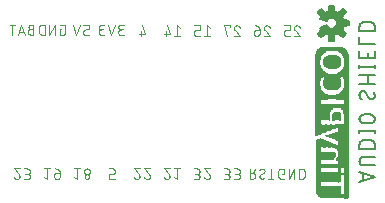
<source format=gbo>
G75*
%MOIN*%
%OFA0B0*%
%FSLAX25Y25*%
%IPPOS*%
%LPD*%
%AMOC8*
5,1,8,0,0,1.08239X$1,22.5*
%
%ADD10C,0.00700*%
%ADD11C,0.00300*%
%ADD12R,0.00028X0.27104*%
%ADD13R,0.00028X0.15540*%
%ADD14R,0.00028X0.00868*%
%ADD15R,0.00028X0.27384*%
%ADD16R,0.00028X0.16772*%
%ADD17R,0.00028X0.27496*%
%ADD18R,0.00028X0.16996*%
%ADD19R,0.00028X0.27580*%
%ADD20R,0.00028X0.17164*%
%ADD21R,0.00028X0.27664*%
%ADD22R,0.00028X0.17304*%
%ADD23R,0.00028X0.27720*%
%ADD24R,0.00028X0.17444*%
%ADD25R,0.00028X0.27804*%
%ADD26R,0.00028X0.17556*%
%ADD27R,0.00028X0.27860*%
%ADD28R,0.00028X0.17668*%
%ADD29R,0.00028X0.27916*%
%ADD30R,0.00028X0.17752*%
%ADD31R,0.00028X0.27944*%
%ADD32R,0.00028X0.17836*%
%ADD33R,0.00028X0.28000*%
%ADD34R,0.00028X0.17948*%
%ADD35R,0.00028X0.28028*%
%ADD36R,0.00028X0.18032*%
%ADD37R,0.00028X0.28084*%
%ADD38R,0.00028X0.18060*%
%ADD39R,0.00028X0.28084*%
%ADD40R,0.00028X0.18144*%
%ADD41R,0.00028X0.28140*%
%ADD42R,0.00028X0.18200*%
%ADD43R,0.00028X0.28168*%
%ADD44R,0.00028X0.18284*%
%ADD45R,0.00028X0.28196*%
%ADD46R,0.00028X0.18340*%
%ADD47R,0.00028X0.18396*%
%ADD48R,0.00028X0.28252*%
%ADD49R,0.00028X0.18452*%
%ADD50R,0.00028X0.28280*%
%ADD51R,0.00028X0.18508*%
%ADD52R,0.00028X0.28308*%
%ADD53R,0.00028X0.18564*%
%ADD54R,0.00028X0.28336*%
%ADD55R,0.00028X0.18620*%
%ADD56R,0.00028X0.18648*%
%ADD57R,0.00028X0.28364*%
%ADD58R,0.00028X0.18704*%
%ADD59R,0.00028X0.28364*%
%ADD60R,0.00028X0.18760*%
%ADD61R,0.00028X0.28392*%
%ADD62R,0.00028X0.18788*%
%ADD63R,0.00028X0.18816*%
%ADD64R,0.00028X0.28448*%
%ADD65R,0.00028X0.18872*%
%ADD66R,0.00028X0.28476*%
%ADD67R,0.00028X0.18900*%
%ADD68R,0.00028X0.28448*%
%ADD69R,0.00028X0.18956*%
%ADD70R,0.00028X0.28476*%
%ADD71R,0.00028X0.18984*%
%ADD72R,0.00028X0.28504*%
%ADD73R,0.00028X0.19040*%
%ADD74R,0.00028X0.19068*%
%ADD75R,0.00028X0.28532*%
%ADD76R,0.00028X0.19096*%
%ADD77R,0.00028X0.19152*%
%ADD78R,0.00028X0.28560*%
%ADD79R,0.00028X0.28588*%
%ADD80R,0.00028X0.19208*%
%ADD81R,0.00028X0.28560*%
%ADD82R,0.00028X0.19236*%
%ADD83R,0.00028X0.19264*%
%ADD84R,0.00028X0.19292*%
%ADD85R,0.00028X0.28616*%
%ADD86R,0.00028X0.19320*%
%ADD87R,0.00028X0.19348*%
%ADD88R,0.00028X0.19404*%
%ADD89R,0.00028X0.28644*%
%ADD90R,0.00028X0.19404*%
%ADD91R,0.00028X0.28644*%
%ADD92R,0.00028X0.19432*%
%ADD93R,0.00028X0.19460*%
%ADD94R,0.00028X0.19488*%
%ADD95R,0.00028X0.16352*%
%ADD96R,0.00028X0.06244*%
%ADD97R,0.00028X0.04200*%
%ADD98R,0.00028X0.19516*%
%ADD99R,0.00028X0.16128*%
%ADD100R,0.00028X0.05740*%
%ADD101R,0.00028X0.04004*%
%ADD102R,0.00028X0.19544*%
%ADD103R,0.00028X0.15932*%
%ADD104R,0.00028X0.05348*%
%ADD105R,0.00028X0.03780*%
%ADD106R,0.00028X0.19572*%
%ADD107R,0.00028X0.15764*%
%ADD108R,0.00028X0.05068*%
%ADD109R,0.00028X0.03696*%
%ADD110R,0.00028X0.03556*%
%ADD111R,0.00028X0.03164*%
%ADD112R,0.00028X0.01512*%
%ADD113R,0.00028X0.02576*%
%ADD114R,0.00028X0.02996*%
%ADD115R,0.00028X0.03136*%
%ADD116R,0.00028X0.05432*%
%ADD117R,0.00028X0.04172*%
%ADD118R,0.00028X0.04816*%
%ADD119R,0.00028X0.03556*%
%ADD120R,0.00028X0.03584*%
%ADD121R,0.00028X0.03024*%
%ADD122R,0.00028X0.04032*%
%ADD123R,0.00028X0.04592*%
%ADD124R,0.00028X0.03472*%
%ADD125R,0.00028X0.03108*%
%ADD126R,0.00028X0.03948*%
%ADD127R,0.00028X0.04396*%
%ADD128R,0.00028X0.03388*%
%ADD129R,0.00028X0.03612*%
%ADD130R,0.00028X0.03864*%
%ADD131R,0.00028X0.03332*%
%ADD132R,0.00028X0.03612*%
%ADD133R,0.00028X0.03164*%
%ADD134R,0.00028X0.01512*%
%ADD135R,0.00028X0.02576*%
%ADD136R,0.00028X0.03024*%
%ADD137R,0.00028X0.03080*%
%ADD138R,0.00028X0.05432*%
%ADD139R,0.00028X0.04032*%
%ADD140R,0.00028X0.03248*%
%ADD141R,0.00028X0.03640*%
%ADD142R,0.00028X0.03080*%
%ADD143R,0.00028X0.03192*%
%ADD144R,0.00028X0.03640*%
%ADD145R,0.00028X0.03724*%
%ADD146R,0.00028X0.03668*%
%ADD147R,0.00028X0.03052*%
%ADD148R,0.00028X0.03500*%
%ADD149R,0.00028X0.02968*%
%ADD150R,0.00028X0.03444*%
%ADD151R,0.00028X0.03220*%
%ADD152R,0.00028X0.02940*%
%ADD153R,0.00028X0.03696*%
%ADD154R,0.00028X0.02968*%
%ADD155R,0.00028X0.03332*%
%ADD156R,0.00028X0.03108*%
%ADD157R,0.00028X0.02884*%
%ADD158R,0.00028X0.03276*%
%ADD159R,0.00028X0.02856*%
%ADD160R,0.00028X0.03248*%
%ADD161R,0.00028X0.02800*%
%ADD162R,0.00028X0.02912*%
%ADD163R,0.00028X0.02828*%
%ADD164R,0.00028X0.02744*%
%ADD165R,0.00028X0.03752*%
%ADD166R,0.00028X0.02716*%
%ADD167R,0.00028X0.02884*%
%ADD168R,0.00028X0.02660*%
%ADD169R,0.00028X0.02688*%
%ADD170R,0.00028X0.03752*%
%ADD171R,0.00028X0.02940*%
%ADD172R,0.00028X0.03052*%
%ADD173R,0.00028X0.02660*%
%ADD174R,0.00028X0.02632*%
%ADD175R,0.00028X0.02604*%
%ADD176R,0.00028X0.03780*%
%ADD177R,0.00028X0.02940*%
%ADD178R,0.00028X0.02548*%
%ADD179R,0.00028X0.02548*%
%ADD180R,0.00028X0.02828*%
%ADD181R,0.00028X0.02912*%
%ADD182R,0.00028X0.02492*%
%ADD183R,0.00028X0.02520*%
%ADD184R,0.00028X0.02856*%
%ADD185R,0.00028X0.02464*%
%ADD186R,0.00028X0.03808*%
%ADD187R,0.00028X0.02828*%
%ADD188R,0.00028X0.02828*%
%ADD189R,0.00028X0.02464*%
%ADD190R,0.00028X0.03808*%
%ADD191R,0.00028X0.02408*%
%ADD192R,0.00028X0.02436*%
%ADD193R,0.00028X0.02772*%
%ADD194R,0.00028X0.02380*%
%ADD195R,0.00028X0.02352*%
%ADD196R,0.00028X0.03836*%
%ADD197R,0.00028X0.02324*%
%ADD198R,0.00028X0.02296*%
%ADD199R,0.00028X0.03836*%
%ADD200R,0.00028X0.02744*%
%ADD201R,0.00028X0.02296*%
%ADD202R,0.00028X0.02268*%
%ADD203R,0.00028X0.02212*%
%ADD204R,0.00028X0.02240*%
%ADD205R,0.00028X0.02184*%
%ADD206R,0.00028X0.02212*%
%ADD207R,0.00028X0.02156*%
%ADD208R,0.00028X0.02128*%
%ADD209R,0.00028X0.02128*%
%ADD210R,0.00028X0.03864*%
%ADD211R,0.00028X0.02436*%
%ADD212R,0.00028X0.02100*%
%ADD213R,0.00028X0.02128*%
%ADD214R,0.00028X0.02100*%
%ADD215R,0.00028X0.02632*%
%ADD216R,0.00028X0.02072*%
%ADD217R,0.00028X0.00728*%
%ADD218R,0.00028X0.02044*%
%ADD219R,0.00028X0.00616*%
%ADD220R,0.00028X0.01148*%
%ADD221R,0.00028X0.02016*%
%ADD222R,0.00028X0.01008*%
%ADD223R,0.00028X0.01428*%
%ADD224R,0.00028X0.01288*%
%ADD225R,0.00028X0.02604*%
%ADD226R,0.00028X0.02688*%
%ADD227R,0.00028X0.01680*%
%ADD228R,0.00028X0.01988*%
%ADD229R,0.00028X0.02576*%
%ADD230R,0.00028X0.01876*%
%ADD231R,0.00028X0.01960*%
%ADD232R,0.00028X0.01680*%
%ADD233R,0.00028X0.01848*%
%ADD234R,0.00028X0.01932*%
%ADD235R,0.00028X0.01904*%
%ADD236R,0.00028X0.02184*%
%ADD237R,0.00028X0.02240*%
%ADD238R,0.00028X0.02520*%
%ADD239R,0.00028X0.02184*%
%ADD240R,0.00028X0.01904*%
%ADD241R,0.00028X0.02352*%
%ADD242R,0.00028X0.01848*%
%ADD243R,0.00028X0.02520*%
%ADD244R,0.00028X0.02156*%
%ADD245R,0.00028X0.01848*%
%ADD246R,0.00028X0.01820*%
%ADD247R,0.00028X0.02492*%
%ADD248R,0.00028X0.01792*%
%ADD249R,0.00028X0.01820*%
%ADD250R,0.00028X0.02464*%
%ADD251R,0.00028X0.03192*%
%ADD252R,0.00028X0.01764*%
%ADD253R,0.00028X0.02464*%
%ADD254R,0.00028X0.02576*%
%ADD255R,0.00028X0.02072*%
%ADD256R,0.00028X0.03304*%
%ADD257R,0.00028X0.01820*%
%ADD258R,0.00028X0.02856*%
%ADD259R,0.00028X0.01736*%
%ADD260R,0.00028X0.01792*%
%ADD261R,0.00028X0.01736*%
%ADD262R,0.00028X0.05264*%
%ADD263R,0.00028X0.01708*%
%ADD264R,0.00028X0.05292*%
%ADD265R,0.00028X0.01988*%
%ADD266R,0.00028X0.05320*%
%ADD267R,0.00028X0.05348*%
%ADD268R,0.00028X0.01652*%
%ADD269R,0.00028X0.02380*%
%ADD270R,0.00028X0.00028*%
%ADD271R,0.00028X0.02492*%
%ADD272R,0.00028X0.01960*%
%ADD273R,0.00028X0.05376*%
%ADD274R,0.00028X0.01624*%
%ADD275R,0.00028X0.00084*%
%ADD276R,0.00028X0.05348*%
%ADD277R,0.00028X0.03360*%
%ADD278R,0.00028X0.01624*%
%ADD279R,0.00028X0.05376*%
%ADD280R,0.00028X0.03416*%
%ADD281R,0.00028X0.01596*%
%ADD282R,0.00028X0.00112*%
%ADD283R,0.00028X0.05376*%
%ADD284R,0.00028X0.05404*%
%ADD285R,0.00028X0.01568*%
%ADD286R,0.00028X0.00140*%
%ADD287R,0.00028X0.01876*%
%ADD288R,0.00028X0.03528*%
%ADD289R,0.00028X0.02324*%
%ADD290R,0.00028X0.00168*%
%ADD291R,0.00028X0.01876*%
%ADD292R,0.00028X0.03584*%
%ADD293R,0.00028X0.01540*%
%ADD294R,0.00028X0.00168*%
%ADD295R,0.00028X0.01540*%
%ADD296R,0.00028X0.00196*%
%ADD297R,0.00028X0.01512*%
%ADD298R,0.00028X0.00224*%
%ADD299R,0.00028X0.05460*%
%ADD300R,0.00028X0.01484*%
%ADD301R,0.00028X0.00252*%
%ADD302R,0.00028X0.02240*%
%ADD303R,0.00028X0.00280*%
%ADD304R,0.00028X0.01792*%
%ADD305R,0.00028X0.05460*%
%ADD306R,0.00028X0.01456*%
%ADD307R,0.00028X0.00280*%
%ADD308R,0.00028X0.05488*%
%ADD309R,0.00028X0.01456*%
%ADD310R,0.00028X0.00336*%
%ADD311R,0.00028X0.01764*%
%ADD312R,0.00028X0.03920*%
%ADD313R,0.00028X0.01428*%
%ADD314R,0.00028X0.00364*%
%ADD315R,0.00028X0.03976*%
%ADD316R,0.00028X0.01400*%
%ADD317R,0.00028X0.02184*%
%ADD318R,0.00028X0.00392*%
%ADD319R,0.00028X0.05488*%
%ADD320R,0.00028X0.03976*%
%ADD321R,0.00028X0.01400*%
%ADD322R,0.00028X0.00392*%
%ADD323R,0.00028X0.00420*%
%ADD324R,0.00028X0.05516*%
%ADD325R,0.00028X0.01372*%
%ADD326R,0.00028X0.00448*%
%ADD327R,0.00028X0.04088*%
%ADD328R,0.00028X0.00476*%
%ADD329R,0.00028X0.04144*%
%ADD330R,0.00028X0.01344*%
%ADD331R,0.00028X0.00504*%
%ADD332R,0.00028X0.00532*%
%ADD333R,0.00028X0.02212*%
%ADD334R,0.00028X0.05516*%
%ADD335R,0.00028X0.04172*%
%ADD336R,0.00028X0.01344*%
%ADD337R,0.00028X0.00532*%
%ADD338R,0.00028X0.01316*%
%ADD339R,0.00028X0.05544*%
%ADD340R,0.00028X0.00588*%
%ADD341R,0.00028X0.04256*%
%ADD342R,0.00028X0.02016*%
%ADD343R,0.00028X0.00644*%
%ADD344R,0.00028X0.02156*%
%ADD345R,0.00028X0.05544*%
%ADD346R,0.00028X0.04312*%
%ADD347R,0.00028X0.01288*%
%ADD348R,0.00028X0.00644*%
%ADD349R,0.00028X0.04312*%
%ADD350R,0.00028X0.01260*%
%ADD351R,0.00028X0.00700*%
%ADD352R,0.00028X0.04368*%
%ADD353R,0.00028X0.00756*%
%ADD354R,0.00028X0.01568*%
%ADD355R,0.00028X0.04424*%
%ADD356R,0.00028X0.01232*%
%ADD357R,0.00028X0.00756*%
%ADD358R,0.00028X0.04424*%
%ADD359R,0.00028X0.01232*%
%ADD360R,0.00028X0.00784*%
%ADD361R,0.00028X0.05572*%
%ADD362R,0.00028X0.00812*%
%ADD363R,0.00028X0.04480*%
%ADD364R,0.00028X0.00840*%
%ADD365R,0.00028X0.01540*%
%ADD366R,0.00028X0.01876*%
%ADD367R,0.00028X0.00868*%
%ADD368R,0.00028X0.02044*%
%ADD369R,0.00028X0.01540*%
%ADD370R,0.00028X0.05572*%
%ADD371R,0.00028X0.04480*%
%ADD372R,0.00028X0.01204*%
%ADD373R,0.00028X0.01204*%
%ADD374R,0.00028X0.00896*%
%ADD375R,0.00028X0.04508*%
%ADD376R,0.00028X0.00924*%
%ADD377R,0.00028X0.04536*%
%ADD378R,0.00028X0.00952*%
%ADD379R,0.00028X0.01176*%
%ADD380R,0.00028X0.04228*%
%ADD381R,0.00028X0.00980*%
%ADD382R,0.00028X0.01820*%
%ADD383R,0.00028X0.01008*%
%ADD384R,0.00028X0.03220*%
%ADD385R,0.00028X0.04564*%
%ADD386R,0.00028X0.01176*%
%ADD387R,0.00028X0.04592*%
%ADD388R,0.00028X0.01036*%
%ADD389R,0.00028X0.01064*%
%ADD390R,0.00028X0.01484*%
%ADD391R,0.00028X0.01092*%
%ADD392R,0.00028X0.01120*%
%ADD393R,0.00028X0.01484*%
%ADD394R,0.00028X0.04620*%
%ADD395R,0.00028X0.01148*%
%ADD396R,0.00028X0.01120*%
%ADD397R,0.00028X0.04620*%
%ADD398R,0.00028X0.04648*%
%ADD399R,0.00028X0.02212*%
%ADD400R,0.00028X0.04648*%
%ADD401R,0.00028X0.01456*%
%ADD402R,0.00028X0.04676*%
%ADD403R,0.00028X0.02548*%
%ADD404R,0.00028X0.01596*%
%ADD405R,0.00028X0.01764*%
%ADD406R,0.00028X0.01456*%
%ADD407R,0.00028X0.04704*%
%ADD408R,0.00028X0.04704*%
%ADD409R,0.00028X0.05600*%
%ADD410R,0.00028X0.02520*%
%ADD411R,0.00028X0.01512*%
%ADD412R,0.00028X0.05600*%
%ADD413R,0.00028X0.01372*%
%ADD414R,0.00028X0.01428*%
%ADD415R,0.00028X0.02156*%
%ADD416R,0.00028X0.01260*%
%ADD417R,0.00028X0.02716*%
%ADD418R,0.00028X0.04564*%
%ADD419R,0.00028X0.02772*%
%ADD420R,0.00028X0.04508*%
%ADD421R,0.00028X0.04452*%
%ADD422R,0.00028X0.02492*%
%ADD423R,0.00028X0.00028*%
%ADD424R,0.00028X0.00112*%
%ADD425R,0.00028X0.01148*%
%ADD426R,0.00028X0.04340*%
%ADD427R,0.00028X0.00196*%
%ADD428R,0.00028X0.01092*%
%ADD429R,0.00028X0.01148*%
%ADD430R,0.00028X0.00392*%
%ADD431R,0.00028X0.00420*%
%ADD432R,0.00028X0.01036*%
%ADD433R,0.00028X0.04200*%
%ADD434R,0.00028X0.01316*%
%ADD435R,0.00028X0.04116*%
%ADD436R,0.00028X0.00700*%
%ADD437R,0.00028X0.01428*%
%ADD438R,0.00028X0.00980*%
%ADD439R,0.00028X0.01708*%
%ADD440R,0.00028X0.01120*%
%ADD441R,0.00028X0.00896*%
%ADD442R,0.00028X0.02800*%
%ADD443R,0.00028X0.05404*%
%ADD444R,0.00028X0.08652*%
%ADD445R,0.00028X0.08848*%
%ADD446R,0.00028X0.08764*%
%ADD447R,0.00028X0.08932*%
%ADD448R,0.00028X0.08876*%
%ADD449R,0.00028X0.09072*%
%ADD450R,0.00028X0.03612*%
%ADD451R,0.00028X0.09016*%
%ADD452R,0.00028X0.09212*%
%ADD453R,0.00028X0.09268*%
%ADD454R,0.00028X0.09464*%
%ADD455R,0.00028X0.19124*%
%ADD456R,0.00028X0.05320*%
%ADD457R,0.00028X0.19124*%
%ADD458R,0.00028X0.05320*%
%ADD459R,0.00028X0.03360*%
%ADD460R,0.00028X0.03304*%
%ADD461R,0.00028X0.05292*%
%ADD462R,0.00028X0.03192*%
%ADD463R,0.00028X0.02884*%
%ADD464R,0.00028X0.01904*%
%ADD465R,0.00028X0.16800*%
%ADD466R,0.00028X0.01176*%
%ADD467R,0.00028X0.14532*%
%ADD468R,0.00028X0.00812*%
%ADD469R,0.00028X0.14504*%
%ADD470R,0.00028X0.00840*%
%ADD471R,0.00028X0.14504*%
%ADD472R,0.00028X0.01652*%
%ADD473R,0.00028X0.02128*%
%ADD474R,0.00028X0.01848*%
%ADD475R,0.00028X0.02268*%
%ADD476R,0.00028X0.02548*%
%ADD477R,0.00028X0.03220*%
%ADD478R,0.00028X0.03248*%
%ADD479R,0.00028X0.03612*%
%ADD480R,0.00028X0.03724*%
%ADD481R,0.00028X0.03920*%
%ADD482R,0.00028X0.04060*%
%ADD483R,0.00028X0.04256*%
%ADD484R,0.00028X0.04284*%
%ADD485R,0.00028X0.08512*%
%ADD486R,0.00028X0.09828*%
%ADD487R,0.00028X0.05096*%
%ADD488R,0.00028X0.08512*%
%ADD489R,0.00028X0.27356*%
%ADD490R,0.00028X0.27608*%
%ADD491R,0.00028X0.08540*%
%ADD492R,0.00028X0.06300*%
%ADD493R,0.00028X0.49840*%
%ADD494R,0.00028X0.49812*%
%ADD495R,0.00028X0.49784*%
%ADD496R,0.00028X0.49756*%
%ADD497R,0.00028X0.49728*%
%ADD498R,0.00028X0.49700*%
%ADD499R,0.00028X0.49672*%
%ADD500R,0.00028X0.49644*%
%ADD501R,0.00028X0.49616*%
%ADD502R,0.00028X0.49588*%
%ADD503R,0.00028X0.49560*%
%ADD504R,0.00028X0.49532*%
%ADD505R,0.00028X0.49504*%
%ADD506R,0.00028X0.49448*%
%ADD507R,0.00028X0.49420*%
%ADD508R,0.00028X0.49392*%
%ADD509R,0.00028X0.49364*%
%ADD510R,0.00028X0.49336*%
%ADD511R,0.00028X0.49308*%
%ADD512R,0.00028X0.49252*%
%ADD513R,0.00028X0.49224*%
%ADD514R,0.00028X0.49196*%
%ADD515R,0.00028X0.49140*%
%ADD516R,0.00028X0.49112*%
%ADD517R,0.00028X0.49056*%
%ADD518R,0.00028X0.49000*%
%ADD519R,0.00028X0.48972*%
%ADD520R,0.00028X0.48916*%
%ADD521R,0.00028X0.48860*%
%ADD522R,0.00028X0.48804*%
%ADD523R,0.00028X0.48748*%
%ADD524R,0.00028X0.48692*%
%ADD525R,0.00028X0.48608*%
%ADD526R,0.00028X0.48524*%
%ADD527R,0.00028X0.48468*%
%ADD528R,0.00028X0.48356*%
%ADD529R,0.00028X0.48244*%
%ADD530R,0.00028X0.48104*%
%ADD531R,0.00028X0.47908*%
%ADD532C,0.00591*%
D10*
X0124350Y0027232D02*
X0129450Y0028932D01*
X0124350Y0030632D01*
X0125625Y0030207D02*
X0125625Y0027657D01*
X0125767Y0032909D02*
X0129450Y0032909D01*
X0125767Y0032909D02*
X0125693Y0032911D01*
X0125619Y0032917D01*
X0125545Y0032926D01*
X0125472Y0032940D01*
X0125400Y0032957D01*
X0125329Y0032978D01*
X0125259Y0033003D01*
X0125191Y0033032D01*
X0125124Y0033063D01*
X0125059Y0033099D01*
X0124995Y0033138D01*
X0124934Y0033180D01*
X0124875Y0033225D01*
X0124819Y0033273D01*
X0124765Y0033324D01*
X0124714Y0033378D01*
X0124666Y0033434D01*
X0124621Y0033493D01*
X0124579Y0033554D01*
X0124540Y0033618D01*
X0124504Y0033683D01*
X0124473Y0033750D01*
X0124444Y0033818D01*
X0124419Y0033888D01*
X0124398Y0033959D01*
X0124381Y0034031D01*
X0124367Y0034104D01*
X0124358Y0034178D01*
X0124352Y0034252D01*
X0124350Y0034326D01*
X0124352Y0034400D01*
X0124358Y0034474D01*
X0124367Y0034548D01*
X0124381Y0034621D01*
X0124398Y0034693D01*
X0124419Y0034764D01*
X0124444Y0034834D01*
X0124473Y0034902D01*
X0124504Y0034969D01*
X0124540Y0035035D01*
X0124579Y0035098D01*
X0124621Y0035159D01*
X0124666Y0035218D01*
X0124714Y0035274D01*
X0124765Y0035328D01*
X0124819Y0035379D01*
X0124875Y0035427D01*
X0124934Y0035472D01*
X0124995Y0035514D01*
X0125059Y0035553D01*
X0125124Y0035589D01*
X0125191Y0035620D01*
X0125259Y0035649D01*
X0125329Y0035674D01*
X0125400Y0035695D01*
X0125472Y0035712D01*
X0125545Y0035726D01*
X0125619Y0035735D01*
X0125693Y0035741D01*
X0125767Y0035743D01*
X0125767Y0035742D02*
X0129450Y0035742D01*
X0129450Y0038477D02*
X0124350Y0038477D01*
X0124350Y0039894D01*
X0124352Y0039968D01*
X0124358Y0040042D01*
X0124367Y0040116D01*
X0124381Y0040189D01*
X0124398Y0040261D01*
X0124419Y0040332D01*
X0124444Y0040402D01*
X0124473Y0040470D01*
X0124504Y0040537D01*
X0124540Y0040603D01*
X0124579Y0040666D01*
X0124621Y0040727D01*
X0124666Y0040786D01*
X0124714Y0040842D01*
X0124765Y0040896D01*
X0124819Y0040947D01*
X0124875Y0040995D01*
X0124934Y0041040D01*
X0124995Y0041082D01*
X0125059Y0041121D01*
X0125124Y0041157D01*
X0125191Y0041188D01*
X0125259Y0041217D01*
X0125329Y0041242D01*
X0125400Y0041263D01*
X0125472Y0041280D01*
X0125545Y0041294D01*
X0125619Y0041303D01*
X0125693Y0041309D01*
X0125767Y0041311D01*
X0125767Y0041310D02*
X0128033Y0041310D01*
X0128033Y0041311D02*
X0128107Y0041309D01*
X0128181Y0041303D01*
X0128255Y0041294D01*
X0128328Y0041280D01*
X0128400Y0041263D01*
X0128471Y0041242D01*
X0128541Y0041217D01*
X0128609Y0041188D01*
X0128676Y0041157D01*
X0128742Y0041121D01*
X0128805Y0041082D01*
X0128866Y0041040D01*
X0128925Y0040995D01*
X0128981Y0040947D01*
X0129035Y0040896D01*
X0129086Y0040842D01*
X0129134Y0040786D01*
X0129179Y0040727D01*
X0129221Y0040666D01*
X0129260Y0040603D01*
X0129296Y0040537D01*
X0129327Y0040470D01*
X0129356Y0040402D01*
X0129381Y0040332D01*
X0129402Y0040261D01*
X0129419Y0040189D01*
X0129433Y0040116D01*
X0129442Y0040042D01*
X0129448Y0039968D01*
X0129450Y0039894D01*
X0129450Y0038477D01*
X0129450Y0043677D02*
X0129450Y0044810D01*
X0129450Y0044244D02*
X0124350Y0044244D01*
X0124350Y0044810D02*
X0124350Y0043677D01*
X0125767Y0047003D02*
X0128033Y0047003D01*
X0128107Y0047005D01*
X0128181Y0047011D01*
X0128255Y0047020D01*
X0128328Y0047034D01*
X0128400Y0047051D01*
X0128471Y0047072D01*
X0128541Y0047097D01*
X0128609Y0047126D01*
X0128676Y0047157D01*
X0128742Y0047193D01*
X0128805Y0047232D01*
X0128866Y0047274D01*
X0128925Y0047319D01*
X0128981Y0047367D01*
X0129035Y0047418D01*
X0129086Y0047472D01*
X0129134Y0047528D01*
X0129179Y0047587D01*
X0129221Y0047648D01*
X0129260Y0047712D01*
X0129296Y0047777D01*
X0129327Y0047844D01*
X0129356Y0047912D01*
X0129381Y0047982D01*
X0129402Y0048053D01*
X0129419Y0048125D01*
X0129433Y0048198D01*
X0129442Y0048272D01*
X0129448Y0048346D01*
X0129450Y0048420D01*
X0129448Y0048494D01*
X0129442Y0048568D01*
X0129433Y0048642D01*
X0129419Y0048715D01*
X0129402Y0048787D01*
X0129381Y0048858D01*
X0129356Y0048928D01*
X0129327Y0048996D01*
X0129296Y0049063D01*
X0129260Y0049129D01*
X0129221Y0049192D01*
X0129179Y0049253D01*
X0129134Y0049312D01*
X0129086Y0049368D01*
X0129035Y0049422D01*
X0128981Y0049473D01*
X0128925Y0049521D01*
X0128866Y0049566D01*
X0128805Y0049608D01*
X0128741Y0049647D01*
X0128676Y0049683D01*
X0128609Y0049714D01*
X0128541Y0049743D01*
X0128471Y0049768D01*
X0128400Y0049789D01*
X0128328Y0049806D01*
X0128255Y0049820D01*
X0128181Y0049829D01*
X0128107Y0049835D01*
X0128033Y0049837D01*
X0128033Y0049836D02*
X0125767Y0049836D01*
X0125767Y0049837D02*
X0125693Y0049835D01*
X0125619Y0049829D01*
X0125545Y0049820D01*
X0125472Y0049806D01*
X0125400Y0049789D01*
X0125329Y0049768D01*
X0125259Y0049743D01*
X0125191Y0049714D01*
X0125124Y0049683D01*
X0125059Y0049647D01*
X0124995Y0049608D01*
X0124934Y0049566D01*
X0124875Y0049521D01*
X0124819Y0049473D01*
X0124765Y0049422D01*
X0124714Y0049368D01*
X0124666Y0049312D01*
X0124621Y0049253D01*
X0124579Y0049192D01*
X0124540Y0049129D01*
X0124504Y0049063D01*
X0124473Y0048996D01*
X0124444Y0048928D01*
X0124419Y0048858D01*
X0124398Y0048787D01*
X0124381Y0048715D01*
X0124367Y0048642D01*
X0124358Y0048568D01*
X0124352Y0048494D01*
X0124350Y0048420D01*
X0124352Y0048346D01*
X0124358Y0048272D01*
X0124367Y0048198D01*
X0124381Y0048125D01*
X0124398Y0048053D01*
X0124419Y0047982D01*
X0124444Y0047912D01*
X0124473Y0047844D01*
X0124504Y0047777D01*
X0124540Y0047712D01*
X0124579Y0047648D01*
X0124621Y0047587D01*
X0124666Y0047528D01*
X0124714Y0047472D01*
X0124765Y0047418D01*
X0124819Y0047367D01*
X0124875Y0047319D01*
X0124934Y0047274D01*
X0124995Y0047232D01*
X0125059Y0047193D01*
X0125124Y0047157D01*
X0125191Y0047126D01*
X0125259Y0047097D01*
X0125329Y0047072D01*
X0125400Y0047051D01*
X0125472Y0047034D01*
X0125545Y0047020D01*
X0125619Y0047011D01*
X0125693Y0047005D01*
X0125767Y0047003D01*
X0127325Y0055541D02*
X0126475Y0057100D01*
X0124350Y0056533D02*
X0124352Y0056439D01*
X0124357Y0056344D01*
X0124367Y0056250D01*
X0124380Y0056157D01*
X0124396Y0056064D01*
X0124417Y0055971D01*
X0124441Y0055880D01*
X0124468Y0055789D01*
X0124500Y0055700D01*
X0124534Y0055612D01*
X0124572Y0055526D01*
X0124614Y0055441D01*
X0124658Y0055358D01*
X0124706Y0055276D01*
X0124758Y0055197D01*
X0124812Y0055119D01*
X0124869Y0055044D01*
X0124929Y0054971D01*
X0124993Y0054901D01*
X0125058Y0054833D01*
X0126475Y0057099D02*
X0126439Y0057156D01*
X0126401Y0057210D01*
X0126359Y0057261D01*
X0126315Y0057311D01*
X0126267Y0057357D01*
X0126218Y0057401D01*
X0126165Y0057442D01*
X0126111Y0057480D01*
X0126054Y0057514D01*
X0125995Y0057546D01*
X0125935Y0057573D01*
X0125873Y0057598D01*
X0125810Y0057618D01*
X0125746Y0057635D01*
X0125681Y0057649D01*
X0125615Y0057658D01*
X0125549Y0057664D01*
X0125483Y0057666D01*
X0125417Y0057664D01*
X0125351Y0057658D01*
X0125286Y0057649D01*
X0125222Y0057635D01*
X0125158Y0057618D01*
X0125095Y0057598D01*
X0125034Y0057573D01*
X0124975Y0057545D01*
X0124917Y0057514D01*
X0124860Y0057480D01*
X0124806Y0057442D01*
X0124755Y0057401D01*
X0124705Y0057357D01*
X0124659Y0057311D01*
X0124615Y0057261D01*
X0124574Y0057210D01*
X0124536Y0057156D01*
X0124502Y0057100D01*
X0124471Y0057041D01*
X0124443Y0056982D01*
X0124418Y0056921D01*
X0124398Y0056858D01*
X0124381Y0056794D01*
X0124367Y0056730D01*
X0124358Y0056665D01*
X0124352Y0056599D01*
X0124350Y0056533D01*
X0129025Y0057383D02*
X0129078Y0057309D01*
X0129128Y0057233D01*
X0129175Y0057154D01*
X0129218Y0057074D01*
X0129257Y0056992D01*
X0129294Y0056908D01*
X0129326Y0056823D01*
X0129355Y0056737D01*
X0129380Y0056649D01*
X0129401Y0056560D01*
X0129419Y0056471D01*
X0129432Y0056381D01*
X0129442Y0056290D01*
X0129448Y0056199D01*
X0129450Y0056108D01*
X0129448Y0056042D01*
X0129442Y0055976D01*
X0129433Y0055911D01*
X0129419Y0055847D01*
X0129402Y0055783D01*
X0129382Y0055720D01*
X0129357Y0055659D01*
X0129329Y0055600D01*
X0129298Y0055542D01*
X0129264Y0055485D01*
X0129226Y0055431D01*
X0129185Y0055380D01*
X0129141Y0055330D01*
X0129095Y0055284D01*
X0129045Y0055240D01*
X0128994Y0055199D01*
X0128940Y0055161D01*
X0128884Y0055127D01*
X0128825Y0055096D01*
X0128766Y0055068D01*
X0128705Y0055043D01*
X0128642Y0055023D01*
X0128578Y0055006D01*
X0128514Y0054992D01*
X0128449Y0054983D01*
X0128383Y0054977D01*
X0128317Y0054975D01*
X0128251Y0054977D01*
X0128185Y0054983D01*
X0128119Y0054992D01*
X0128054Y0055006D01*
X0127990Y0055023D01*
X0127927Y0055043D01*
X0127865Y0055068D01*
X0127805Y0055095D01*
X0127746Y0055127D01*
X0127689Y0055161D01*
X0127635Y0055199D01*
X0127582Y0055240D01*
X0127533Y0055284D01*
X0127485Y0055330D01*
X0127441Y0055380D01*
X0127399Y0055431D01*
X0127361Y0055485D01*
X0127325Y0055542D01*
X0127183Y0060053D02*
X0127183Y0062886D01*
X0129450Y0062886D02*
X0124350Y0062886D01*
X0124350Y0065253D02*
X0124350Y0066386D01*
X0124350Y0065820D02*
X0129450Y0065820D01*
X0129450Y0066386D02*
X0129450Y0065253D01*
X0129450Y0068766D02*
X0124350Y0068766D01*
X0124350Y0071033D01*
X0124350Y0073290D02*
X0124350Y0075557D01*
X0124350Y0077801D02*
X0124350Y0079218D01*
X0124352Y0079292D01*
X0124358Y0079366D01*
X0124367Y0079440D01*
X0124381Y0079513D01*
X0124398Y0079585D01*
X0124419Y0079656D01*
X0124444Y0079726D01*
X0124473Y0079794D01*
X0124504Y0079861D01*
X0124540Y0079927D01*
X0124579Y0079990D01*
X0124621Y0080051D01*
X0124666Y0080110D01*
X0124714Y0080166D01*
X0124765Y0080220D01*
X0124819Y0080271D01*
X0124875Y0080319D01*
X0124934Y0080364D01*
X0124995Y0080406D01*
X0125059Y0080445D01*
X0125124Y0080481D01*
X0125191Y0080512D01*
X0125259Y0080541D01*
X0125329Y0080566D01*
X0125400Y0080587D01*
X0125472Y0080604D01*
X0125545Y0080618D01*
X0125619Y0080627D01*
X0125693Y0080633D01*
X0125767Y0080635D01*
X0125767Y0080634D02*
X0128033Y0080634D01*
X0128033Y0080635D02*
X0128107Y0080633D01*
X0128181Y0080627D01*
X0128255Y0080618D01*
X0128328Y0080604D01*
X0128400Y0080587D01*
X0128471Y0080566D01*
X0128541Y0080541D01*
X0128609Y0080512D01*
X0128676Y0080481D01*
X0128742Y0080445D01*
X0128805Y0080406D01*
X0128866Y0080364D01*
X0128925Y0080319D01*
X0128981Y0080271D01*
X0129035Y0080220D01*
X0129086Y0080166D01*
X0129134Y0080110D01*
X0129179Y0080051D01*
X0129221Y0079990D01*
X0129260Y0079927D01*
X0129296Y0079861D01*
X0129327Y0079794D01*
X0129356Y0079726D01*
X0129381Y0079656D01*
X0129402Y0079585D01*
X0129419Y0079513D01*
X0129433Y0079440D01*
X0129442Y0079366D01*
X0129448Y0079292D01*
X0129450Y0079218D01*
X0129450Y0077801D01*
X0124350Y0077801D01*
X0124350Y0073290D02*
X0129450Y0073290D01*
X0129450Y0071033D02*
X0129450Y0068766D01*
X0127183Y0068766D02*
X0127183Y0070466D01*
X0129450Y0060053D02*
X0124350Y0060053D01*
D11*
X0013704Y0028333D02*
X0012538Y0028333D01*
X0013704Y0028333D02*
X0013760Y0028335D01*
X0013815Y0028341D01*
X0013869Y0028351D01*
X0013923Y0028365D01*
X0013976Y0028382D01*
X0014027Y0028403D01*
X0014077Y0028428D01*
X0014125Y0028457D01*
X0014170Y0028488D01*
X0014213Y0028523D01*
X0014254Y0028561D01*
X0014292Y0028602D01*
X0014327Y0028645D01*
X0014358Y0028690D01*
X0014387Y0028738D01*
X0014412Y0028788D01*
X0014433Y0028839D01*
X0014450Y0028892D01*
X0014464Y0028946D01*
X0014474Y0029000D01*
X0014480Y0029055D01*
X0014482Y0029111D01*
X0014480Y0029167D01*
X0014474Y0029222D01*
X0014464Y0029276D01*
X0014450Y0029330D01*
X0014433Y0029383D01*
X0014412Y0029434D01*
X0014387Y0029484D01*
X0014358Y0029532D01*
X0014327Y0029577D01*
X0014292Y0029620D01*
X0014254Y0029661D01*
X0014213Y0029699D01*
X0014170Y0029734D01*
X0014125Y0029765D01*
X0014077Y0029794D01*
X0014027Y0029819D01*
X0013976Y0029840D01*
X0013923Y0029857D01*
X0013869Y0029871D01*
X0013815Y0029881D01*
X0013760Y0029887D01*
X0013704Y0029889D01*
X0012927Y0029889D01*
X0013510Y0029889D02*
X0013571Y0029891D01*
X0013632Y0029897D01*
X0013692Y0029906D01*
X0013752Y0029920D01*
X0013810Y0029937D01*
X0013868Y0029957D01*
X0013924Y0029982D01*
X0013978Y0030009D01*
X0014031Y0030040D01*
X0014081Y0030075D01*
X0014130Y0030112D01*
X0014175Y0030152D01*
X0014219Y0030196D01*
X0014259Y0030241D01*
X0014296Y0030290D01*
X0014331Y0030340D01*
X0014362Y0030393D01*
X0014389Y0030447D01*
X0014414Y0030503D01*
X0014434Y0030561D01*
X0014451Y0030619D01*
X0014465Y0030679D01*
X0014474Y0030739D01*
X0014480Y0030800D01*
X0014482Y0030861D01*
X0014480Y0030922D01*
X0014474Y0030983D01*
X0014465Y0031043D01*
X0014451Y0031103D01*
X0014434Y0031161D01*
X0014414Y0031219D01*
X0014389Y0031275D01*
X0014362Y0031329D01*
X0014331Y0031382D01*
X0014296Y0031432D01*
X0014259Y0031481D01*
X0014219Y0031526D01*
X0014175Y0031570D01*
X0014130Y0031610D01*
X0014081Y0031647D01*
X0014031Y0031682D01*
X0013978Y0031713D01*
X0013924Y0031740D01*
X0013868Y0031765D01*
X0013810Y0031785D01*
X0013752Y0031802D01*
X0013692Y0031816D01*
X0013632Y0031825D01*
X0013571Y0031831D01*
X0013510Y0031833D01*
X0012538Y0031833D01*
X0011062Y0031833D02*
X0009118Y0031833D01*
X0010771Y0029889D01*
X0010187Y0028333D02*
X0010123Y0028335D01*
X0010059Y0028340D01*
X0009995Y0028349D01*
X0009932Y0028362D01*
X0009870Y0028379D01*
X0009809Y0028398D01*
X0009749Y0028422D01*
X0009691Y0028448D01*
X0009634Y0028478D01*
X0009579Y0028512D01*
X0009526Y0028548D01*
X0009475Y0028587D01*
X0009427Y0028629D01*
X0009380Y0028674D01*
X0009337Y0028721D01*
X0009296Y0028771D01*
X0009259Y0028823D01*
X0009224Y0028877D01*
X0009192Y0028933D01*
X0009164Y0028991D01*
X0009139Y0029050D01*
X0009118Y0029111D01*
X0010770Y0029889D02*
X0010811Y0029847D01*
X0010850Y0029803D01*
X0010885Y0029756D01*
X0010918Y0029708D01*
X0010948Y0029657D01*
X0010974Y0029605D01*
X0010997Y0029551D01*
X0011017Y0029496D01*
X0011033Y0029440D01*
X0011046Y0029383D01*
X0011055Y0029325D01*
X0011060Y0029267D01*
X0011062Y0029208D01*
X0011060Y0029151D01*
X0011055Y0029094D01*
X0011045Y0029037D01*
X0011032Y0028982D01*
X0011016Y0028927D01*
X0010995Y0028873D01*
X0010972Y0028821D01*
X0010945Y0028771D01*
X0010915Y0028722D01*
X0010881Y0028675D01*
X0010845Y0028631D01*
X0010806Y0028589D01*
X0010764Y0028550D01*
X0010720Y0028514D01*
X0010673Y0028480D01*
X0010625Y0028450D01*
X0010574Y0028423D01*
X0010522Y0028400D01*
X0010468Y0028379D01*
X0010413Y0028363D01*
X0010358Y0028350D01*
X0010301Y0028340D01*
X0010244Y0028335D01*
X0010187Y0028333D01*
X0019118Y0029111D02*
X0020090Y0028333D01*
X0020090Y0031833D01*
X0019118Y0031833D02*
X0021062Y0031833D01*
X0022927Y0031834D02*
X0023003Y0031832D01*
X0023080Y0031827D01*
X0023155Y0031817D01*
X0023231Y0031804D01*
X0023305Y0031787D01*
X0023379Y0031767D01*
X0023451Y0031743D01*
X0023522Y0031716D01*
X0023592Y0031685D01*
X0023660Y0031650D01*
X0023727Y0031613D01*
X0023791Y0031572D01*
X0023854Y0031528D01*
X0023914Y0031481D01*
X0023972Y0031431D01*
X0024027Y0031378D01*
X0024080Y0031323D01*
X0024130Y0031265D01*
X0024177Y0031205D01*
X0024221Y0031142D01*
X0024262Y0031078D01*
X0024299Y0031011D01*
X0024334Y0030943D01*
X0024365Y0030873D01*
X0024392Y0030802D01*
X0024416Y0030730D01*
X0024436Y0030656D01*
X0024453Y0030582D01*
X0024466Y0030506D01*
X0024476Y0030431D01*
X0024481Y0030354D01*
X0024483Y0030278D01*
X0024482Y0030278D02*
X0024482Y0029305D01*
X0024480Y0029244D01*
X0024474Y0029183D01*
X0024465Y0029123D01*
X0024451Y0029063D01*
X0024434Y0029005D01*
X0024414Y0028947D01*
X0024389Y0028891D01*
X0024362Y0028837D01*
X0024331Y0028784D01*
X0024296Y0028734D01*
X0024259Y0028685D01*
X0024219Y0028640D01*
X0024175Y0028596D01*
X0024130Y0028556D01*
X0024081Y0028519D01*
X0024031Y0028484D01*
X0023978Y0028453D01*
X0023924Y0028426D01*
X0023868Y0028401D01*
X0023810Y0028381D01*
X0023752Y0028364D01*
X0023692Y0028350D01*
X0023632Y0028341D01*
X0023571Y0028335D01*
X0023510Y0028333D01*
X0023449Y0028335D01*
X0023388Y0028341D01*
X0023328Y0028350D01*
X0023268Y0028364D01*
X0023210Y0028381D01*
X0023152Y0028401D01*
X0023096Y0028426D01*
X0023042Y0028453D01*
X0022989Y0028484D01*
X0022939Y0028519D01*
X0022890Y0028556D01*
X0022845Y0028596D01*
X0022801Y0028640D01*
X0022761Y0028685D01*
X0022724Y0028734D01*
X0022689Y0028784D01*
X0022658Y0028837D01*
X0022631Y0028891D01*
X0022606Y0028947D01*
X0022586Y0029005D01*
X0022569Y0029063D01*
X0022555Y0029123D01*
X0022546Y0029183D01*
X0022540Y0029244D01*
X0022538Y0029305D01*
X0022538Y0029500D01*
X0022540Y0029556D01*
X0022546Y0029611D01*
X0022556Y0029665D01*
X0022570Y0029719D01*
X0022587Y0029772D01*
X0022608Y0029823D01*
X0022633Y0029873D01*
X0022662Y0029921D01*
X0022693Y0029966D01*
X0022728Y0030009D01*
X0022766Y0030050D01*
X0022807Y0030088D01*
X0022850Y0030123D01*
X0022895Y0030154D01*
X0022943Y0030183D01*
X0022993Y0030208D01*
X0023044Y0030229D01*
X0023097Y0030246D01*
X0023151Y0030260D01*
X0023205Y0030270D01*
X0023260Y0030276D01*
X0023316Y0030278D01*
X0024482Y0030278D01*
X0029118Y0029111D02*
X0030090Y0028333D01*
X0030090Y0031833D01*
X0029118Y0031833D02*
X0031062Y0031833D01*
X0032538Y0030861D02*
X0032540Y0030922D01*
X0032546Y0030983D01*
X0032555Y0031043D01*
X0032569Y0031103D01*
X0032586Y0031161D01*
X0032606Y0031219D01*
X0032631Y0031275D01*
X0032658Y0031329D01*
X0032689Y0031382D01*
X0032724Y0031432D01*
X0032761Y0031481D01*
X0032801Y0031526D01*
X0032845Y0031570D01*
X0032890Y0031610D01*
X0032939Y0031647D01*
X0032989Y0031682D01*
X0033042Y0031713D01*
X0033096Y0031740D01*
X0033152Y0031765D01*
X0033210Y0031785D01*
X0033268Y0031802D01*
X0033328Y0031816D01*
X0033388Y0031825D01*
X0033449Y0031831D01*
X0033510Y0031833D01*
X0033571Y0031831D01*
X0033632Y0031825D01*
X0033692Y0031816D01*
X0033752Y0031802D01*
X0033810Y0031785D01*
X0033868Y0031765D01*
X0033924Y0031740D01*
X0033978Y0031713D01*
X0034031Y0031682D01*
X0034081Y0031647D01*
X0034130Y0031610D01*
X0034175Y0031570D01*
X0034219Y0031526D01*
X0034259Y0031481D01*
X0034296Y0031432D01*
X0034331Y0031382D01*
X0034362Y0031329D01*
X0034389Y0031275D01*
X0034414Y0031219D01*
X0034434Y0031161D01*
X0034451Y0031103D01*
X0034465Y0031043D01*
X0034474Y0030983D01*
X0034480Y0030922D01*
X0034482Y0030861D01*
X0034480Y0030800D01*
X0034474Y0030739D01*
X0034465Y0030679D01*
X0034451Y0030619D01*
X0034434Y0030561D01*
X0034414Y0030503D01*
X0034389Y0030447D01*
X0034362Y0030393D01*
X0034331Y0030340D01*
X0034296Y0030290D01*
X0034259Y0030241D01*
X0034219Y0030196D01*
X0034175Y0030152D01*
X0034130Y0030112D01*
X0034081Y0030075D01*
X0034031Y0030040D01*
X0033978Y0030009D01*
X0033924Y0029982D01*
X0033868Y0029957D01*
X0033810Y0029937D01*
X0033752Y0029920D01*
X0033692Y0029906D01*
X0033632Y0029897D01*
X0033571Y0029891D01*
X0033510Y0029889D01*
X0033449Y0029891D01*
X0033388Y0029897D01*
X0033328Y0029906D01*
X0033268Y0029920D01*
X0033210Y0029937D01*
X0033152Y0029957D01*
X0033096Y0029982D01*
X0033042Y0030009D01*
X0032989Y0030040D01*
X0032939Y0030075D01*
X0032890Y0030112D01*
X0032845Y0030152D01*
X0032801Y0030196D01*
X0032761Y0030241D01*
X0032724Y0030290D01*
X0032689Y0030340D01*
X0032658Y0030393D01*
X0032631Y0030447D01*
X0032606Y0030503D01*
X0032586Y0030561D01*
X0032569Y0030619D01*
X0032555Y0030679D01*
X0032546Y0030739D01*
X0032540Y0030800D01*
X0032538Y0030861D01*
X0032732Y0029111D02*
X0032734Y0029167D01*
X0032740Y0029222D01*
X0032750Y0029276D01*
X0032764Y0029330D01*
X0032781Y0029383D01*
X0032802Y0029434D01*
X0032827Y0029484D01*
X0032856Y0029532D01*
X0032887Y0029577D01*
X0032922Y0029620D01*
X0032960Y0029661D01*
X0033001Y0029699D01*
X0033044Y0029734D01*
X0033089Y0029765D01*
X0033137Y0029794D01*
X0033187Y0029819D01*
X0033238Y0029840D01*
X0033291Y0029857D01*
X0033345Y0029871D01*
X0033399Y0029881D01*
X0033454Y0029887D01*
X0033510Y0029889D01*
X0033566Y0029887D01*
X0033621Y0029881D01*
X0033675Y0029871D01*
X0033729Y0029857D01*
X0033782Y0029840D01*
X0033833Y0029819D01*
X0033883Y0029794D01*
X0033931Y0029765D01*
X0033976Y0029734D01*
X0034019Y0029699D01*
X0034060Y0029661D01*
X0034098Y0029620D01*
X0034133Y0029577D01*
X0034164Y0029532D01*
X0034193Y0029484D01*
X0034218Y0029434D01*
X0034239Y0029383D01*
X0034256Y0029330D01*
X0034270Y0029276D01*
X0034280Y0029222D01*
X0034286Y0029167D01*
X0034288Y0029111D01*
X0034286Y0029055D01*
X0034280Y0029000D01*
X0034270Y0028946D01*
X0034256Y0028892D01*
X0034239Y0028839D01*
X0034218Y0028788D01*
X0034193Y0028738D01*
X0034164Y0028690D01*
X0034133Y0028645D01*
X0034098Y0028602D01*
X0034060Y0028561D01*
X0034019Y0028523D01*
X0033976Y0028488D01*
X0033931Y0028457D01*
X0033883Y0028428D01*
X0033833Y0028403D01*
X0033782Y0028382D01*
X0033729Y0028365D01*
X0033675Y0028351D01*
X0033621Y0028341D01*
X0033566Y0028335D01*
X0033510Y0028333D01*
X0033454Y0028335D01*
X0033399Y0028341D01*
X0033345Y0028351D01*
X0033291Y0028365D01*
X0033238Y0028382D01*
X0033187Y0028403D01*
X0033137Y0028428D01*
X0033089Y0028457D01*
X0033044Y0028488D01*
X0033001Y0028523D01*
X0032960Y0028561D01*
X0032922Y0028602D01*
X0032887Y0028645D01*
X0032856Y0028690D01*
X0032827Y0028738D01*
X0032802Y0028788D01*
X0032781Y0028839D01*
X0032764Y0028892D01*
X0032750Y0028946D01*
X0032740Y0029000D01*
X0032734Y0029055D01*
X0032732Y0029111D01*
X0040828Y0029889D02*
X0040828Y0028333D01*
X0042772Y0028333D01*
X0041994Y0029889D02*
X0040828Y0029889D01*
X0041994Y0029888D02*
X0042050Y0029890D01*
X0042105Y0029896D01*
X0042159Y0029906D01*
X0042213Y0029920D01*
X0042266Y0029937D01*
X0042317Y0029958D01*
X0042367Y0029983D01*
X0042415Y0030012D01*
X0042460Y0030043D01*
X0042503Y0030078D01*
X0042544Y0030116D01*
X0042582Y0030157D01*
X0042617Y0030200D01*
X0042648Y0030245D01*
X0042677Y0030293D01*
X0042702Y0030343D01*
X0042723Y0030394D01*
X0042740Y0030447D01*
X0042754Y0030501D01*
X0042764Y0030555D01*
X0042770Y0030610D01*
X0042772Y0030666D01*
X0042772Y0031055D01*
X0042770Y0031111D01*
X0042764Y0031166D01*
X0042754Y0031220D01*
X0042740Y0031274D01*
X0042723Y0031327D01*
X0042702Y0031378D01*
X0042677Y0031428D01*
X0042648Y0031476D01*
X0042617Y0031521D01*
X0042582Y0031564D01*
X0042544Y0031605D01*
X0042503Y0031643D01*
X0042460Y0031678D01*
X0042415Y0031710D01*
X0042367Y0031738D01*
X0042317Y0031763D01*
X0042266Y0031784D01*
X0042213Y0031801D01*
X0042159Y0031815D01*
X0042105Y0031825D01*
X0042050Y0031831D01*
X0041994Y0031833D01*
X0040828Y0031833D01*
X0049118Y0031833D02*
X0051062Y0031833D01*
X0052538Y0031833D02*
X0054482Y0031833D01*
X0052538Y0031833D02*
X0054191Y0029889D01*
X0053607Y0028333D02*
X0053543Y0028335D01*
X0053479Y0028340D01*
X0053415Y0028349D01*
X0053352Y0028362D01*
X0053290Y0028379D01*
X0053229Y0028398D01*
X0053169Y0028422D01*
X0053111Y0028448D01*
X0053054Y0028478D01*
X0052999Y0028512D01*
X0052946Y0028548D01*
X0052895Y0028587D01*
X0052847Y0028629D01*
X0052800Y0028674D01*
X0052757Y0028721D01*
X0052716Y0028771D01*
X0052679Y0028823D01*
X0052644Y0028877D01*
X0052612Y0028933D01*
X0052584Y0028991D01*
X0052559Y0029050D01*
X0052538Y0029111D01*
X0054190Y0029889D02*
X0054231Y0029847D01*
X0054270Y0029803D01*
X0054305Y0029756D01*
X0054338Y0029708D01*
X0054368Y0029657D01*
X0054394Y0029605D01*
X0054417Y0029551D01*
X0054437Y0029496D01*
X0054453Y0029440D01*
X0054466Y0029383D01*
X0054475Y0029325D01*
X0054480Y0029267D01*
X0054482Y0029208D01*
X0054480Y0029151D01*
X0054475Y0029094D01*
X0054465Y0029037D01*
X0054452Y0028982D01*
X0054436Y0028927D01*
X0054415Y0028873D01*
X0054392Y0028821D01*
X0054365Y0028771D01*
X0054335Y0028722D01*
X0054301Y0028675D01*
X0054265Y0028631D01*
X0054226Y0028589D01*
X0054184Y0028550D01*
X0054140Y0028514D01*
X0054093Y0028480D01*
X0054045Y0028450D01*
X0053994Y0028423D01*
X0053942Y0028400D01*
X0053888Y0028379D01*
X0053833Y0028363D01*
X0053778Y0028350D01*
X0053721Y0028340D01*
X0053664Y0028335D01*
X0053607Y0028333D01*
X0050771Y0029889D02*
X0049118Y0031833D01*
X0049118Y0029111D02*
X0049139Y0029050D01*
X0049164Y0028991D01*
X0049192Y0028933D01*
X0049224Y0028877D01*
X0049259Y0028823D01*
X0049296Y0028771D01*
X0049337Y0028721D01*
X0049380Y0028674D01*
X0049427Y0028629D01*
X0049475Y0028587D01*
X0049526Y0028548D01*
X0049579Y0028512D01*
X0049634Y0028478D01*
X0049691Y0028448D01*
X0049749Y0028422D01*
X0049809Y0028398D01*
X0049870Y0028379D01*
X0049932Y0028362D01*
X0049995Y0028349D01*
X0050059Y0028340D01*
X0050123Y0028335D01*
X0050187Y0028333D01*
X0050244Y0028335D01*
X0050301Y0028340D01*
X0050358Y0028350D01*
X0050413Y0028363D01*
X0050468Y0028379D01*
X0050522Y0028400D01*
X0050574Y0028423D01*
X0050625Y0028450D01*
X0050673Y0028480D01*
X0050720Y0028514D01*
X0050764Y0028550D01*
X0050806Y0028589D01*
X0050845Y0028631D01*
X0050881Y0028675D01*
X0050915Y0028722D01*
X0050945Y0028771D01*
X0050972Y0028821D01*
X0050995Y0028873D01*
X0051016Y0028927D01*
X0051032Y0028982D01*
X0051045Y0029037D01*
X0051055Y0029094D01*
X0051060Y0029151D01*
X0051062Y0029208D01*
X0051060Y0029267D01*
X0051055Y0029325D01*
X0051046Y0029383D01*
X0051033Y0029440D01*
X0051017Y0029496D01*
X0050997Y0029551D01*
X0050974Y0029605D01*
X0050948Y0029657D01*
X0050918Y0029708D01*
X0050885Y0029756D01*
X0050850Y0029803D01*
X0050811Y0029847D01*
X0050770Y0029889D01*
X0059118Y0031833D02*
X0061062Y0031833D01*
X0062538Y0031833D02*
X0064482Y0031833D01*
X0063510Y0031833D02*
X0063510Y0028333D01*
X0062538Y0029111D01*
X0060771Y0029889D02*
X0059118Y0031833D01*
X0059118Y0029111D02*
X0059139Y0029050D01*
X0059164Y0028991D01*
X0059192Y0028933D01*
X0059224Y0028877D01*
X0059259Y0028823D01*
X0059296Y0028771D01*
X0059337Y0028721D01*
X0059380Y0028674D01*
X0059427Y0028629D01*
X0059475Y0028587D01*
X0059526Y0028548D01*
X0059579Y0028512D01*
X0059634Y0028478D01*
X0059691Y0028448D01*
X0059749Y0028422D01*
X0059809Y0028398D01*
X0059870Y0028379D01*
X0059932Y0028362D01*
X0059995Y0028349D01*
X0060059Y0028340D01*
X0060123Y0028335D01*
X0060187Y0028333D01*
X0060244Y0028335D01*
X0060301Y0028340D01*
X0060358Y0028350D01*
X0060413Y0028363D01*
X0060468Y0028379D01*
X0060522Y0028400D01*
X0060574Y0028423D01*
X0060625Y0028450D01*
X0060673Y0028480D01*
X0060720Y0028514D01*
X0060764Y0028550D01*
X0060806Y0028589D01*
X0060845Y0028631D01*
X0060881Y0028675D01*
X0060915Y0028722D01*
X0060945Y0028771D01*
X0060972Y0028821D01*
X0060995Y0028873D01*
X0061016Y0028927D01*
X0061032Y0028982D01*
X0061045Y0029037D01*
X0061055Y0029094D01*
X0061060Y0029151D01*
X0061062Y0029208D01*
X0061060Y0029267D01*
X0061055Y0029325D01*
X0061046Y0029383D01*
X0061033Y0029440D01*
X0061017Y0029496D01*
X0060997Y0029551D01*
X0060974Y0029605D01*
X0060948Y0029657D01*
X0060918Y0029708D01*
X0060885Y0029756D01*
X0060850Y0029803D01*
X0060811Y0029847D01*
X0060770Y0029889D01*
X0069118Y0028333D02*
X0070284Y0028333D01*
X0070340Y0028335D01*
X0070395Y0028341D01*
X0070449Y0028351D01*
X0070503Y0028365D01*
X0070556Y0028382D01*
X0070607Y0028403D01*
X0070657Y0028428D01*
X0070705Y0028457D01*
X0070750Y0028488D01*
X0070793Y0028523D01*
X0070834Y0028561D01*
X0070872Y0028602D01*
X0070907Y0028645D01*
X0070938Y0028690D01*
X0070967Y0028738D01*
X0070992Y0028788D01*
X0071013Y0028839D01*
X0071030Y0028892D01*
X0071044Y0028946D01*
X0071054Y0029000D01*
X0071060Y0029055D01*
X0071062Y0029111D01*
X0071060Y0029167D01*
X0071054Y0029222D01*
X0071044Y0029276D01*
X0071030Y0029330D01*
X0071013Y0029383D01*
X0070992Y0029434D01*
X0070967Y0029484D01*
X0070938Y0029532D01*
X0070907Y0029577D01*
X0070872Y0029620D01*
X0070834Y0029661D01*
X0070793Y0029699D01*
X0070750Y0029734D01*
X0070705Y0029765D01*
X0070657Y0029794D01*
X0070607Y0029819D01*
X0070556Y0029840D01*
X0070503Y0029857D01*
X0070449Y0029871D01*
X0070395Y0029881D01*
X0070340Y0029887D01*
X0070284Y0029889D01*
X0069507Y0029889D01*
X0070090Y0029889D02*
X0070151Y0029891D01*
X0070212Y0029897D01*
X0070272Y0029906D01*
X0070332Y0029920D01*
X0070390Y0029937D01*
X0070448Y0029957D01*
X0070504Y0029982D01*
X0070558Y0030009D01*
X0070611Y0030040D01*
X0070661Y0030075D01*
X0070710Y0030112D01*
X0070755Y0030152D01*
X0070799Y0030196D01*
X0070839Y0030241D01*
X0070876Y0030290D01*
X0070911Y0030340D01*
X0070942Y0030393D01*
X0070969Y0030447D01*
X0070994Y0030503D01*
X0071014Y0030561D01*
X0071031Y0030619D01*
X0071045Y0030679D01*
X0071054Y0030739D01*
X0071060Y0030800D01*
X0071062Y0030861D01*
X0071060Y0030922D01*
X0071054Y0030983D01*
X0071045Y0031043D01*
X0071031Y0031103D01*
X0071014Y0031161D01*
X0070994Y0031219D01*
X0070969Y0031275D01*
X0070942Y0031329D01*
X0070911Y0031382D01*
X0070876Y0031432D01*
X0070839Y0031481D01*
X0070799Y0031526D01*
X0070755Y0031570D01*
X0070710Y0031610D01*
X0070661Y0031647D01*
X0070611Y0031682D01*
X0070558Y0031713D01*
X0070504Y0031740D01*
X0070448Y0031765D01*
X0070390Y0031785D01*
X0070332Y0031802D01*
X0070272Y0031816D01*
X0070212Y0031825D01*
X0070151Y0031831D01*
X0070090Y0031833D01*
X0069118Y0031833D01*
X0072538Y0031833D02*
X0074482Y0031833D01*
X0072538Y0031833D02*
X0074191Y0029889D01*
X0073607Y0028333D02*
X0073543Y0028335D01*
X0073479Y0028340D01*
X0073415Y0028349D01*
X0073352Y0028362D01*
X0073290Y0028379D01*
X0073229Y0028398D01*
X0073169Y0028422D01*
X0073111Y0028448D01*
X0073054Y0028478D01*
X0072999Y0028512D01*
X0072946Y0028548D01*
X0072895Y0028587D01*
X0072847Y0028629D01*
X0072800Y0028674D01*
X0072757Y0028721D01*
X0072716Y0028771D01*
X0072679Y0028823D01*
X0072644Y0028877D01*
X0072612Y0028933D01*
X0072584Y0028991D01*
X0072559Y0029050D01*
X0072538Y0029111D01*
X0074190Y0029889D02*
X0074231Y0029847D01*
X0074270Y0029803D01*
X0074305Y0029756D01*
X0074338Y0029708D01*
X0074368Y0029657D01*
X0074394Y0029605D01*
X0074417Y0029551D01*
X0074437Y0029496D01*
X0074453Y0029440D01*
X0074466Y0029383D01*
X0074475Y0029325D01*
X0074480Y0029267D01*
X0074482Y0029208D01*
X0074480Y0029151D01*
X0074475Y0029094D01*
X0074465Y0029037D01*
X0074452Y0028982D01*
X0074436Y0028927D01*
X0074415Y0028873D01*
X0074392Y0028821D01*
X0074365Y0028771D01*
X0074335Y0028722D01*
X0074301Y0028675D01*
X0074265Y0028631D01*
X0074226Y0028589D01*
X0074184Y0028550D01*
X0074140Y0028514D01*
X0074093Y0028480D01*
X0074045Y0028450D01*
X0073994Y0028423D01*
X0073942Y0028400D01*
X0073888Y0028379D01*
X0073833Y0028363D01*
X0073778Y0028350D01*
X0073721Y0028340D01*
X0073664Y0028335D01*
X0073607Y0028333D01*
X0079118Y0028333D02*
X0080284Y0028333D01*
X0080340Y0028335D01*
X0080395Y0028341D01*
X0080449Y0028351D01*
X0080503Y0028365D01*
X0080556Y0028382D01*
X0080607Y0028403D01*
X0080657Y0028428D01*
X0080705Y0028457D01*
X0080750Y0028488D01*
X0080793Y0028523D01*
X0080834Y0028561D01*
X0080872Y0028602D01*
X0080907Y0028645D01*
X0080938Y0028690D01*
X0080967Y0028738D01*
X0080992Y0028788D01*
X0081013Y0028839D01*
X0081030Y0028892D01*
X0081044Y0028946D01*
X0081054Y0029000D01*
X0081060Y0029055D01*
X0081062Y0029111D01*
X0081060Y0029167D01*
X0081054Y0029222D01*
X0081044Y0029276D01*
X0081030Y0029330D01*
X0081013Y0029383D01*
X0080992Y0029434D01*
X0080967Y0029484D01*
X0080938Y0029532D01*
X0080907Y0029577D01*
X0080872Y0029620D01*
X0080834Y0029661D01*
X0080793Y0029699D01*
X0080750Y0029734D01*
X0080705Y0029765D01*
X0080657Y0029794D01*
X0080607Y0029819D01*
X0080556Y0029840D01*
X0080503Y0029857D01*
X0080449Y0029871D01*
X0080395Y0029881D01*
X0080340Y0029887D01*
X0080284Y0029889D01*
X0079507Y0029889D01*
X0080090Y0029889D02*
X0080151Y0029891D01*
X0080212Y0029897D01*
X0080272Y0029906D01*
X0080332Y0029920D01*
X0080390Y0029937D01*
X0080448Y0029957D01*
X0080504Y0029982D01*
X0080558Y0030009D01*
X0080611Y0030040D01*
X0080661Y0030075D01*
X0080710Y0030112D01*
X0080755Y0030152D01*
X0080799Y0030196D01*
X0080839Y0030241D01*
X0080876Y0030290D01*
X0080911Y0030340D01*
X0080942Y0030393D01*
X0080969Y0030447D01*
X0080994Y0030503D01*
X0081014Y0030561D01*
X0081031Y0030619D01*
X0081045Y0030679D01*
X0081054Y0030739D01*
X0081060Y0030800D01*
X0081062Y0030861D01*
X0081060Y0030922D01*
X0081054Y0030983D01*
X0081045Y0031043D01*
X0081031Y0031103D01*
X0081014Y0031161D01*
X0080994Y0031219D01*
X0080969Y0031275D01*
X0080942Y0031329D01*
X0080911Y0031382D01*
X0080876Y0031432D01*
X0080839Y0031481D01*
X0080799Y0031526D01*
X0080755Y0031570D01*
X0080710Y0031610D01*
X0080661Y0031647D01*
X0080611Y0031682D01*
X0080558Y0031713D01*
X0080504Y0031740D01*
X0080448Y0031765D01*
X0080390Y0031785D01*
X0080332Y0031802D01*
X0080272Y0031816D01*
X0080212Y0031825D01*
X0080151Y0031831D01*
X0080090Y0031833D01*
X0079118Y0031833D01*
X0082538Y0031833D02*
X0083510Y0031833D01*
X0083571Y0031831D01*
X0083632Y0031825D01*
X0083692Y0031816D01*
X0083752Y0031802D01*
X0083810Y0031785D01*
X0083868Y0031765D01*
X0083924Y0031740D01*
X0083978Y0031713D01*
X0084031Y0031682D01*
X0084081Y0031647D01*
X0084130Y0031610D01*
X0084175Y0031570D01*
X0084219Y0031526D01*
X0084259Y0031481D01*
X0084296Y0031432D01*
X0084331Y0031382D01*
X0084362Y0031329D01*
X0084389Y0031275D01*
X0084414Y0031219D01*
X0084434Y0031161D01*
X0084451Y0031103D01*
X0084465Y0031043D01*
X0084474Y0030983D01*
X0084480Y0030922D01*
X0084482Y0030861D01*
X0084480Y0030800D01*
X0084474Y0030739D01*
X0084465Y0030679D01*
X0084451Y0030619D01*
X0084434Y0030561D01*
X0084414Y0030503D01*
X0084389Y0030447D01*
X0084362Y0030393D01*
X0084331Y0030340D01*
X0084296Y0030290D01*
X0084259Y0030241D01*
X0084219Y0030196D01*
X0084175Y0030152D01*
X0084130Y0030112D01*
X0084081Y0030075D01*
X0084031Y0030040D01*
X0083978Y0030009D01*
X0083924Y0029982D01*
X0083868Y0029957D01*
X0083810Y0029937D01*
X0083752Y0029920D01*
X0083692Y0029906D01*
X0083632Y0029897D01*
X0083571Y0029891D01*
X0083510Y0029889D01*
X0083704Y0029889D02*
X0082927Y0029889D01*
X0083704Y0029889D02*
X0083760Y0029887D01*
X0083815Y0029881D01*
X0083869Y0029871D01*
X0083923Y0029857D01*
X0083976Y0029840D01*
X0084027Y0029819D01*
X0084077Y0029794D01*
X0084125Y0029765D01*
X0084170Y0029734D01*
X0084213Y0029699D01*
X0084254Y0029661D01*
X0084292Y0029620D01*
X0084327Y0029577D01*
X0084358Y0029532D01*
X0084387Y0029484D01*
X0084412Y0029434D01*
X0084433Y0029383D01*
X0084450Y0029330D01*
X0084464Y0029276D01*
X0084474Y0029222D01*
X0084480Y0029167D01*
X0084482Y0029111D01*
X0084480Y0029055D01*
X0084474Y0029000D01*
X0084464Y0028946D01*
X0084450Y0028892D01*
X0084433Y0028839D01*
X0084412Y0028788D01*
X0084387Y0028738D01*
X0084358Y0028690D01*
X0084327Y0028645D01*
X0084292Y0028602D01*
X0084254Y0028561D01*
X0084213Y0028523D01*
X0084170Y0028488D01*
X0084125Y0028457D01*
X0084077Y0028428D01*
X0084027Y0028403D01*
X0083976Y0028382D01*
X0083923Y0028365D01*
X0083869Y0028351D01*
X0083815Y0028341D01*
X0083760Y0028335D01*
X0083704Y0028333D01*
X0082538Y0028333D01*
X0087770Y0028433D02*
X0088687Y0028433D01*
X0088746Y0028435D01*
X0088804Y0028441D01*
X0088862Y0028450D01*
X0088920Y0028463D01*
X0088976Y0028480D01*
X0089031Y0028500D01*
X0089085Y0028524D01*
X0089137Y0028551D01*
X0089187Y0028581D01*
X0089235Y0028615D01*
X0089281Y0028652D01*
X0089325Y0028691D01*
X0089366Y0028734D01*
X0089404Y0028778D01*
X0089439Y0028825D01*
X0089471Y0028875D01*
X0089500Y0028926D01*
X0089526Y0028979D01*
X0089548Y0029033D01*
X0089566Y0029089D01*
X0089581Y0029146D01*
X0089592Y0029204D01*
X0089600Y0029262D01*
X0089604Y0029321D01*
X0089604Y0029379D01*
X0089600Y0029438D01*
X0089592Y0029496D01*
X0089581Y0029554D01*
X0089566Y0029611D01*
X0089548Y0029667D01*
X0089526Y0029721D01*
X0089500Y0029774D01*
X0089471Y0029825D01*
X0089439Y0029875D01*
X0089404Y0029922D01*
X0089366Y0029966D01*
X0089325Y0030009D01*
X0089281Y0030048D01*
X0089235Y0030085D01*
X0089187Y0030119D01*
X0089137Y0030149D01*
X0089085Y0030176D01*
X0089031Y0030200D01*
X0088976Y0030220D01*
X0088920Y0030237D01*
X0088862Y0030250D01*
X0088804Y0030259D01*
X0088746Y0030265D01*
X0088687Y0030267D01*
X0088687Y0030266D02*
X0087770Y0030266D01*
X0088870Y0030266D02*
X0089603Y0031733D01*
X0087770Y0031733D02*
X0087770Y0028433D01*
X0091339Y0029808D02*
X0092347Y0030358D01*
X0091981Y0031733D02*
X0091905Y0031731D01*
X0091828Y0031725D01*
X0091753Y0031716D01*
X0091677Y0031703D01*
X0091603Y0031686D01*
X0091529Y0031666D01*
X0091456Y0031641D01*
X0091385Y0031614D01*
X0091315Y0031583D01*
X0091247Y0031548D01*
X0091181Y0031510D01*
X0091116Y0031469D01*
X0091054Y0031425D01*
X0090994Y0031378D01*
X0090936Y0031328D01*
X0090881Y0031275D01*
X0092347Y0030358D02*
X0092391Y0030386D01*
X0092432Y0030416D01*
X0092471Y0030450D01*
X0092508Y0030486D01*
X0092543Y0030525D01*
X0092574Y0030565D01*
X0092603Y0030608D01*
X0092628Y0030653D01*
X0092651Y0030699D01*
X0092670Y0030747D01*
X0092686Y0030796D01*
X0092698Y0030846D01*
X0092707Y0030897D01*
X0092712Y0030948D01*
X0092714Y0031000D01*
X0092712Y0031052D01*
X0092707Y0031104D01*
X0092697Y0031156D01*
X0092684Y0031207D01*
X0092668Y0031256D01*
X0092648Y0031304D01*
X0092624Y0031351D01*
X0092598Y0031396D01*
X0092568Y0031439D01*
X0092535Y0031480D01*
X0092499Y0031518D01*
X0092461Y0031554D01*
X0092420Y0031587D01*
X0092377Y0031617D01*
X0092332Y0031643D01*
X0092285Y0031667D01*
X0092237Y0031687D01*
X0092188Y0031703D01*
X0092137Y0031716D01*
X0092085Y0031726D01*
X0092033Y0031731D01*
X0091981Y0031733D01*
X0094713Y0031733D02*
X0094713Y0028433D01*
X0093797Y0028433D02*
X0095630Y0028433D01*
X0097327Y0029166D02*
X0097327Y0031000D01*
X0097328Y0031000D02*
X0097330Y0031052D01*
X0097335Y0031104D01*
X0097345Y0031156D01*
X0097358Y0031207D01*
X0097374Y0031256D01*
X0097394Y0031305D01*
X0097418Y0031351D01*
X0097444Y0031396D01*
X0097474Y0031439D01*
X0097507Y0031480D01*
X0097543Y0031518D01*
X0097581Y0031554D01*
X0097622Y0031587D01*
X0097665Y0031617D01*
X0097710Y0031643D01*
X0097757Y0031667D01*
X0097805Y0031687D01*
X0097854Y0031703D01*
X0097905Y0031716D01*
X0097957Y0031726D01*
X0098009Y0031731D01*
X0098061Y0031733D01*
X0099161Y0031733D01*
X0099161Y0029900D01*
X0098611Y0029900D01*
X0097328Y0029166D02*
X0097330Y0029114D01*
X0097335Y0029062D01*
X0097345Y0029010D01*
X0097358Y0028959D01*
X0097374Y0028910D01*
X0097394Y0028862D01*
X0097418Y0028815D01*
X0097444Y0028770D01*
X0097474Y0028727D01*
X0097507Y0028686D01*
X0097543Y0028648D01*
X0097581Y0028612D01*
X0097622Y0028579D01*
X0097665Y0028549D01*
X0097710Y0028523D01*
X0097756Y0028499D01*
X0097805Y0028479D01*
X0097854Y0028463D01*
X0097905Y0028450D01*
X0097957Y0028440D01*
X0098009Y0028435D01*
X0098061Y0028433D01*
X0099161Y0028433D01*
X0100783Y0028433D02*
X0102617Y0031733D01*
X0102617Y0028433D01*
X0104239Y0028433D02*
X0105156Y0028433D01*
X0104239Y0028433D02*
X0104239Y0031733D01*
X0105156Y0031733D01*
X0105214Y0031731D01*
X0105271Y0031726D01*
X0105328Y0031717D01*
X0105384Y0031704D01*
X0105439Y0031688D01*
X0105494Y0031669D01*
X0105546Y0031646D01*
X0105598Y0031620D01*
X0105647Y0031590D01*
X0105695Y0031558D01*
X0105741Y0031523D01*
X0105784Y0031484D01*
X0105824Y0031444D01*
X0105863Y0031401D01*
X0105898Y0031355D01*
X0105930Y0031307D01*
X0105960Y0031258D01*
X0105986Y0031206D01*
X0106009Y0031154D01*
X0106028Y0031099D01*
X0106044Y0031044D01*
X0106057Y0030988D01*
X0106066Y0030931D01*
X0106071Y0030874D01*
X0106073Y0030816D01*
X0106073Y0029350D01*
X0106071Y0029292D01*
X0106066Y0029235D01*
X0106057Y0029178D01*
X0106044Y0029122D01*
X0106028Y0029067D01*
X0106009Y0029012D01*
X0105986Y0028960D01*
X0105960Y0028908D01*
X0105930Y0028859D01*
X0105898Y0028811D01*
X0105863Y0028765D01*
X0105824Y0028722D01*
X0105784Y0028682D01*
X0105741Y0028643D01*
X0105695Y0028608D01*
X0105647Y0028576D01*
X0105598Y0028546D01*
X0105546Y0028520D01*
X0105494Y0028497D01*
X0105439Y0028478D01*
X0105384Y0028462D01*
X0105328Y0028449D01*
X0105271Y0028440D01*
X0105214Y0028435D01*
X0105156Y0028433D01*
X0100783Y0028433D02*
X0100783Y0031733D01*
X0092531Y0028708D02*
X0092471Y0028665D01*
X0092409Y0028626D01*
X0092344Y0028590D01*
X0092278Y0028558D01*
X0092210Y0028529D01*
X0092141Y0028504D01*
X0092070Y0028482D01*
X0091999Y0028465D01*
X0091926Y0028451D01*
X0091853Y0028441D01*
X0091780Y0028435D01*
X0091706Y0028433D01*
X0091654Y0028435D01*
X0091602Y0028440D01*
X0091550Y0028450D01*
X0091499Y0028463D01*
X0091450Y0028479D01*
X0091402Y0028499D01*
X0091355Y0028523D01*
X0091310Y0028549D01*
X0091267Y0028579D01*
X0091226Y0028612D01*
X0091188Y0028648D01*
X0091152Y0028686D01*
X0091119Y0028727D01*
X0091089Y0028770D01*
X0091063Y0028815D01*
X0091039Y0028862D01*
X0091019Y0028910D01*
X0091003Y0028959D01*
X0090990Y0029010D01*
X0090980Y0029062D01*
X0090975Y0029114D01*
X0090973Y0029166D01*
X0090972Y0029166D02*
X0090974Y0029218D01*
X0090979Y0029269D01*
X0090988Y0029320D01*
X0091000Y0029370D01*
X0091016Y0029419D01*
X0091035Y0029467D01*
X0091058Y0029513D01*
X0091083Y0029558D01*
X0091112Y0029601D01*
X0091143Y0029641D01*
X0091178Y0029680D01*
X0091215Y0029716D01*
X0091254Y0029750D01*
X0091295Y0029780D01*
X0091339Y0029808D01*
X0092538Y0076033D02*
X0094482Y0076033D01*
X0092829Y0077978D01*
X0093413Y0079533D02*
X0093477Y0079531D01*
X0093541Y0079526D01*
X0093605Y0079517D01*
X0093668Y0079504D01*
X0093730Y0079487D01*
X0093791Y0079468D01*
X0093851Y0079444D01*
X0093909Y0079418D01*
X0093966Y0079388D01*
X0094021Y0079354D01*
X0094074Y0079318D01*
X0094125Y0079279D01*
X0094173Y0079237D01*
X0094220Y0079192D01*
X0094263Y0079145D01*
X0094304Y0079095D01*
X0094341Y0079043D01*
X0094376Y0078989D01*
X0094408Y0078933D01*
X0094436Y0078875D01*
X0094461Y0078816D01*
X0094482Y0078755D01*
X0092830Y0077977D02*
X0092789Y0078019D01*
X0092750Y0078063D01*
X0092715Y0078110D01*
X0092682Y0078158D01*
X0092652Y0078209D01*
X0092626Y0078261D01*
X0092603Y0078315D01*
X0092583Y0078370D01*
X0092567Y0078426D01*
X0092554Y0078483D01*
X0092545Y0078541D01*
X0092540Y0078599D01*
X0092538Y0078658D01*
X0092540Y0078715D01*
X0092545Y0078772D01*
X0092555Y0078829D01*
X0092568Y0078884D01*
X0092584Y0078939D01*
X0092605Y0078993D01*
X0092628Y0079045D01*
X0092655Y0079096D01*
X0092685Y0079144D01*
X0092719Y0079191D01*
X0092755Y0079235D01*
X0092794Y0079277D01*
X0092836Y0079316D01*
X0092880Y0079352D01*
X0092927Y0079386D01*
X0092976Y0079416D01*
X0093026Y0079443D01*
X0093078Y0079466D01*
X0093132Y0079487D01*
X0093187Y0079503D01*
X0093242Y0079516D01*
X0093299Y0079526D01*
X0093356Y0079531D01*
X0093413Y0079533D01*
X0091062Y0077978D02*
X0091062Y0077005D01*
X0091060Y0076944D01*
X0091054Y0076883D01*
X0091045Y0076823D01*
X0091031Y0076763D01*
X0091014Y0076705D01*
X0090994Y0076647D01*
X0090969Y0076591D01*
X0090942Y0076537D01*
X0090911Y0076484D01*
X0090876Y0076434D01*
X0090839Y0076385D01*
X0090799Y0076340D01*
X0090755Y0076296D01*
X0090710Y0076256D01*
X0090661Y0076219D01*
X0090611Y0076184D01*
X0090558Y0076153D01*
X0090504Y0076126D01*
X0090448Y0076101D01*
X0090390Y0076081D01*
X0090332Y0076064D01*
X0090272Y0076050D01*
X0090212Y0076041D01*
X0090151Y0076035D01*
X0090090Y0076033D01*
X0090029Y0076035D01*
X0089968Y0076041D01*
X0089908Y0076050D01*
X0089848Y0076064D01*
X0089790Y0076081D01*
X0089732Y0076101D01*
X0089676Y0076126D01*
X0089622Y0076153D01*
X0089569Y0076184D01*
X0089519Y0076219D01*
X0089470Y0076256D01*
X0089425Y0076296D01*
X0089381Y0076340D01*
X0089341Y0076385D01*
X0089304Y0076434D01*
X0089269Y0076484D01*
X0089238Y0076537D01*
X0089211Y0076591D01*
X0089186Y0076647D01*
X0089166Y0076705D01*
X0089149Y0076763D01*
X0089135Y0076823D01*
X0089126Y0076883D01*
X0089120Y0076944D01*
X0089118Y0077005D01*
X0089118Y0077200D01*
X0089120Y0077256D01*
X0089126Y0077311D01*
X0089136Y0077365D01*
X0089150Y0077419D01*
X0089167Y0077472D01*
X0089188Y0077523D01*
X0089213Y0077573D01*
X0089242Y0077621D01*
X0089273Y0077666D01*
X0089308Y0077709D01*
X0089346Y0077750D01*
X0089387Y0077788D01*
X0089430Y0077823D01*
X0089475Y0077854D01*
X0089523Y0077883D01*
X0089573Y0077908D01*
X0089624Y0077929D01*
X0089677Y0077946D01*
X0089731Y0077960D01*
X0089785Y0077970D01*
X0089840Y0077976D01*
X0089896Y0077978D01*
X0091062Y0077978D01*
X0091063Y0077978D02*
X0091061Y0078057D01*
X0091055Y0078135D01*
X0091045Y0078214D01*
X0091031Y0078291D01*
X0091013Y0078368D01*
X0090992Y0078444D01*
X0090966Y0078518D01*
X0090937Y0078592D01*
X0090904Y0078663D01*
X0090867Y0078733D01*
X0090827Y0078801D01*
X0090784Y0078867D01*
X0090737Y0078930D01*
X0090688Y0078992D01*
X0090635Y0079050D01*
X0090579Y0079106D01*
X0090521Y0079159D01*
X0090459Y0079208D01*
X0090396Y0079255D01*
X0090330Y0079298D01*
X0090262Y0079338D01*
X0090192Y0079375D01*
X0090121Y0079408D01*
X0090047Y0079437D01*
X0089973Y0079463D01*
X0089897Y0079484D01*
X0089820Y0079502D01*
X0089743Y0079516D01*
X0089664Y0079526D01*
X0089586Y0079532D01*
X0089507Y0079534D01*
X0082830Y0077977D02*
X0082789Y0078019D01*
X0082750Y0078063D01*
X0082715Y0078110D01*
X0082682Y0078158D01*
X0082652Y0078209D01*
X0082626Y0078261D01*
X0082603Y0078315D01*
X0082583Y0078370D01*
X0082567Y0078426D01*
X0082554Y0078483D01*
X0082545Y0078541D01*
X0082540Y0078599D01*
X0082538Y0078658D01*
X0082829Y0077978D02*
X0084482Y0076033D01*
X0082538Y0076033D01*
X0080090Y0076033D02*
X0079118Y0079533D01*
X0081062Y0079533D01*
X0081062Y0079144D01*
X0082538Y0078658D02*
X0082540Y0078715D01*
X0082545Y0078772D01*
X0082555Y0078829D01*
X0082568Y0078884D01*
X0082584Y0078939D01*
X0082605Y0078993D01*
X0082628Y0079045D01*
X0082655Y0079096D01*
X0082685Y0079144D01*
X0082719Y0079191D01*
X0082755Y0079235D01*
X0082794Y0079277D01*
X0082836Y0079316D01*
X0082880Y0079352D01*
X0082927Y0079386D01*
X0082976Y0079416D01*
X0083026Y0079443D01*
X0083078Y0079466D01*
X0083132Y0079487D01*
X0083187Y0079503D01*
X0083242Y0079516D01*
X0083299Y0079526D01*
X0083356Y0079531D01*
X0083413Y0079533D01*
X0083477Y0079531D01*
X0083541Y0079526D01*
X0083605Y0079517D01*
X0083668Y0079504D01*
X0083730Y0079487D01*
X0083791Y0079468D01*
X0083851Y0079444D01*
X0083909Y0079418D01*
X0083966Y0079388D01*
X0084021Y0079354D01*
X0084074Y0079318D01*
X0084125Y0079279D01*
X0084173Y0079237D01*
X0084220Y0079192D01*
X0084263Y0079145D01*
X0084304Y0079095D01*
X0084341Y0079043D01*
X0084376Y0078989D01*
X0084408Y0078933D01*
X0084436Y0078875D01*
X0084461Y0078816D01*
X0084482Y0078755D01*
X0074482Y0078755D02*
X0073510Y0079533D01*
X0073510Y0076033D01*
X0074482Y0076033D02*
X0072538Y0076033D01*
X0071062Y0076033D02*
X0069896Y0076033D01*
X0069840Y0076035D01*
X0069785Y0076041D01*
X0069731Y0076051D01*
X0069677Y0076065D01*
X0069624Y0076082D01*
X0069573Y0076103D01*
X0069523Y0076128D01*
X0069475Y0076157D01*
X0069430Y0076188D01*
X0069387Y0076223D01*
X0069346Y0076261D01*
X0069308Y0076302D01*
X0069273Y0076345D01*
X0069242Y0076390D01*
X0069213Y0076438D01*
X0069188Y0076488D01*
X0069167Y0076539D01*
X0069150Y0076592D01*
X0069136Y0076646D01*
X0069126Y0076700D01*
X0069120Y0076755D01*
X0069118Y0076811D01*
X0069118Y0077200D01*
X0069120Y0077256D01*
X0069126Y0077311D01*
X0069136Y0077365D01*
X0069150Y0077419D01*
X0069167Y0077472D01*
X0069188Y0077523D01*
X0069213Y0077573D01*
X0069242Y0077621D01*
X0069273Y0077666D01*
X0069308Y0077709D01*
X0069346Y0077750D01*
X0069387Y0077788D01*
X0069430Y0077823D01*
X0069475Y0077854D01*
X0069523Y0077883D01*
X0069573Y0077908D01*
X0069624Y0077929D01*
X0069677Y0077946D01*
X0069731Y0077960D01*
X0069785Y0077970D01*
X0069840Y0077976D01*
X0069896Y0077978D01*
X0071062Y0077978D01*
X0071062Y0079533D01*
X0069118Y0079533D01*
X0064482Y0078755D02*
X0063510Y0079533D01*
X0063510Y0076033D01*
X0064482Y0076033D02*
X0062538Y0076033D01*
X0061062Y0076811D02*
X0059118Y0076811D01*
X0059701Y0077589D02*
X0059701Y0076033D01*
X0061062Y0076811D02*
X0060284Y0079533D01*
X0052772Y0076811D02*
X0050828Y0076811D01*
X0051411Y0077589D02*
X0051411Y0076033D01*
X0052772Y0076811D02*
X0051994Y0079533D01*
X0045757Y0079633D02*
X0044657Y0079633D01*
X0044605Y0079631D01*
X0044553Y0079626D01*
X0044501Y0079616D01*
X0044450Y0079603D01*
X0044401Y0079587D01*
X0044353Y0079567D01*
X0044306Y0079543D01*
X0044261Y0079517D01*
X0044218Y0079487D01*
X0044177Y0079454D01*
X0044139Y0079418D01*
X0044103Y0079380D01*
X0044070Y0079339D01*
X0044040Y0079296D01*
X0044014Y0079251D01*
X0043990Y0079204D01*
X0043970Y0079156D01*
X0043954Y0079107D01*
X0043941Y0079056D01*
X0043931Y0079004D01*
X0043926Y0078952D01*
X0043924Y0078900D01*
X0043926Y0078848D01*
X0043931Y0078796D01*
X0043941Y0078744D01*
X0043954Y0078693D01*
X0043970Y0078644D01*
X0043990Y0078596D01*
X0044014Y0078549D01*
X0044040Y0078504D01*
X0044070Y0078461D01*
X0044103Y0078420D01*
X0044139Y0078382D01*
X0044177Y0078346D01*
X0044218Y0078313D01*
X0044261Y0078283D01*
X0044306Y0078257D01*
X0044353Y0078233D01*
X0044401Y0078213D01*
X0044450Y0078197D01*
X0044501Y0078184D01*
X0044553Y0078174D01*
X0044605Y0078169D01*
X0044657Y0078167D01*
X0044657Y0078166D02*
X0045390Y0078166D01*
X0044840Y0078167D02*
X0044781Y0078165D01*
X0044723Y0078159D01*
X0044665Y0078150D01*
X0044607Y0078137D01*
X0044551Y0078120D01*
X0044496Y0078100D01*
X0044442Y0078076D01*
X0044390Y0078049D01*
X0044340Y0078019D01*
X0044292Y0077985D01*
X0044246Y0077948D01*
X0044202Y0077909D01*
X0044161Y0077866D01*
X0044123Y0077822D01*
X0044088Y0077775D01*
X0044056Y0077725D01*
X0044027Y0077674D01*
X0044001Y0077621D01*
X0043979Y0077567D01*
X0043961Y0077511D01*
X0043946Y0077454D01*
X0043935Y0077396D01*
X0043927Y0077338D01*
X0043923Y0077279D01*
X0043923Y0077221D01*
X0043927Y0077162D01*
X0043935Y0077104D01*
X0043946Y0077046D01*
X0043961Y0076989D01*
X0043979Y0076933D01*
X0044001Y0076879D01*
X0044027Y0076826D01*
X0044056Y0076775D01*
X0044088Y0076725D01*
X0044123Y0076678D01*
X0044161Y0076634D01*
X0044202Y0076591D01*
X0044246Y0076552D01*
X0044292Y0076515D01*
X0044340Y0076481D01*
X0044390Y0076451D01*
X0044442Y0076424D01*
X0044496Y0076400D01*
X0044551Y0076380D01*
X0044607Y0076363D01*
X0044665Y0076350D01*
X0044723Y0076341D01*
X0044781Y0076335D01*
X0044840Y0076333D01*
X0045757Y0076333D01*
X0041600Y0076333D02*
X0040500Y0079633D01*
X0039277Y0079633D02*
X0038177Y0079633D01*
X0038125Y0079631D01*
X0038073Y0079626D01*
X0038021Y0079616D01*
X0037970Y0079603D01*
X0037921Y0079587D01*
X0037873Y0079567D01*
X0037826Y0079543D01*
X0037781Y0079517D01*
X0037738Y0079487D01*
X0037697Y0079454D01*
X0037659Y0079418D01*
X0037623Y0079380D01*
X0037590Y0079339D01*
X0037560Y0079296D01*
X0037534Y0079251D01*
X0037510Y0079204D01*
X0037490Y0079156D01*
X0037474Y0079107D01*
X0037461Y0079056D01*
X0037451Y0079004D01*
X0037446Y0078952D01*
X0037444Y0078900D01*
X0037446Y0078848D01*
X0037451Y0078796D01*
X0037461Y0078744D01*
X0037474Y0078693D01*
X0037490Y0078644D01*
X0037510Y0078596D01*
X0037534Y0078549D01*
X0037560Y0078504D01*
X0037590Y0078461D01*
X0037623Y0078420D01*
X0037659Y0078382D01*
X0037697Y0078346D01*
X0037738Y0078313D01*
X0037781Y0078283D01*
X0037826Y0078257D01*
X0037873Y0078233D01*
X0037921Y0078213D01*
X0037970Y0078197D01*
X0038021Y0078184D01*
X0038073Y0078174D01*
X0038125Y0078169D01*
X0038177Y0078167D01*
X0038177Y0078166D02*
X0038910Y0078166D01*
X0038360Y0078167D02*
X0038301Y0078165D01*
X0038243Y0078159D01*
X0038185Y0078150D01*
X0038127Y0078137D01*
X0038071Y0078120D01*
X0038016Y0078100D01*
X0037962Y0078076D01*
X0037910Y0078049D01*
X0037860Y0078019D01*
X0037812Y0077985D01*
X0037766Y0077948D01*
X0037722Y0077909D01*
X0037681Y0077866D01*
X0037643Y0077822D01*
X0037608Y0077775D01*
X0037576Y0077725D01*
X0037547Y0077674D01*
X0037521Y0077621D01*
X0037499Y0077567D01*
X0037481Y0077511D01*
X0037466Y0077454D01*
X0037455Y0077396D01*
X0037447Y0077338D01*
X0037443Y0077279D01*
X0037443Y0077221D01*
X0037447Y0077162D01*
X0037455Y0077104D01*
X0037466Y0077046D01*
X0037481Y0076989D01*
X0037499Y0076933D01*
X0037521Y0076879D01*
X0037547Y0076826D01*
X0037576Y0076775D01*
X0037608Y0076725D01*
X0037643Y0076678D01*
X0037681Y0076634D01*
X0037722Y0076591D01*
X0037766Y0076552D01*
X0037812Y0076515D01*
X0037860Y0076481D01*
X0037910Y0076451D01*
X0037962Y0076424D01*
X0038016Y0076400D01*
X0038071Y0076380D01*
X0038127Y0076363D01*
X0038185Y0076350D01*
X0038243Y0076341D01*
X0038301Y0076335D01*
X0038360Y0076333D01*
X0039277Y0076333D01*
X0041600Y0076333D02*
X0042700Y0079633D01*
X0034128Y0079633D02*
X0034128Y0078166D01*
X0033028Y0078166D01*
X0032976Y0078164D01*
X0032924Y0078159D01*
X0032872Y0078149D01*
X0032821Y0078136D01*
X0032772Y0078120D01*
X0032724Y0078100D01*
X0032677Y0078076D01*
X0032632Y0078050D01*
X0032589Y0078020D01*
X0032548Y0077987D01*
X0032510Y0077951D01*
X0032474Y0077913D01*
X0032441Y0077872D01*
X0032411Y0077829D01*
X0032385Y0077784D01*
X0032361Y0077738D01*
X0032341Y0077689D01*
X0032325Y0077640D01*
X0032312Y0077589D01*
X0032302Y0077537D01*
X0032297Y0077485D01*
X0032295Y0077433D01*
X0032295Y0077066D01*
X0032297Y0077014D01*
X0032302Y0076962D01*
X0032312Y0076910D01*
X0032325Y0076859D01*
X0032341Y0076810D01*
X0032361Y0076762D01*
X0032385Y0076715D01*
X0032411Y0076670D01*
X0032441Y0076627D01*
X0032474Y0076586D01*
X0032510Y0076548D01*
X0032548Y0076512D01*
X0032589Y0076479D01*
X0032632Y0076449D01*
X0032677Y0076423D01*
X0032724Y0076399D01*
X0032772Y0076379D01*
X0032821Y0076363D01*
X0032872Y0076350D01*
X0032924Y0076340D01*
X0032976Y0076335D01*
X0033028Y0076333D01*
X0034128Y0076333D01*
X0029972Y0076333D02*
X0028872Y0079633D01*
X0031072Y0079633D02*
X0029972Y0076333D01*
X0026273Y0077166D02*
X0026273Y0079000D01*
X0026272Y0079000D02*
X0026270Y0079052D01*
X0026265Y0079104D01*
X0026255Y0079156D01*
X0026242Y0079207D01*
X0026226Y0079256D01*
X0026206Y0079304D01*
X0026182Y0079351D01*
X0026156Y0079396D01*
X0026126Y0079439D01*
X0026093Y0079480D01*
X0026057Y0079518D01*
X0026019Y0079554D01*
X0025978Y0079587D01*
X0025935Y0079617D01*
X0025890Y0079643D01*
X0025844Y0079667D01*
X0025795Y0079687D01*
X0025746Y0079703D01*
X0025695Y0079716D01*
X0025643Y0079726D01*
X0025591Y0079731D01*
X0025539Y0079733D01*
X0024439Y0079733D01*
X0024439Y0078266D02*
X0024439Y0076433D01*
X0025539Y0076433D01*
X0025591Y0076435D01*
X0025643Y0076440D01*
X0025695Y0076450D01*
X0025746Y0076463D01*
X0025795Y0076479D01*
X0025844Y0076499D01*
X0025890Y0076523D01*
X0025935Y0076549D01*
X0025978Y0076579D01*
X0026019Y0076612D01*
X0026057Y0076648D01*
X0026093Y0076686D01*
X0026126Y0076727D01*
X0026156Y0076770D01*
X0026182Y0076815D01*
X0026206Y0076862D01*
X0026226Y0076910D01*
X0026242Y0076959D01*
X0026255Y0077010D01*
X0026265Y0077062D01*
X0026270Y0077114D01*
X0026272Y0077166D01*
X0024989Y0078266D02*
X0024439Y0078266D01*
X0022817Y0079733D02*
X0020983Y0076433D01*
X0020983Y0079733D01*
X0019361Y0079733D02*
X0018444Y0079733D01*
X0018384Y0079731D01*
X0018324Y0079725D01*
X0018265Y0079715D01*
X0018207Y0079702D01*
X0018149Y0079684D01*
X0018093Y0079663D01*
X0018038Y0079638D01*
X0017986Y0079610D01*
X0017935Y0079578D01*
X0017886Y0079544D01*
X0017839Y0079505D01*
X0017796Y0079464D01*
X0017755Y0079421D01*
X0017716Y0079374D01*
X0017682Y0079325D01*
X0017650Y0079275D01*
X0017622Y0079222D01*
X0017597Y0079167D01*
X0017576Y0079111D01*
X0017558Y0079053D01*
X0017545Y0078995D01*
X0017535Y0078936D01*
X0017529Y0078876D01*
X0017527Y0078816D01*
X0017527Y0077350D01*
X0017529Y0077292D01*
X0017534Y0077235D01*
X0017543Y0077178D01*
X0017556Y0077122D01*
X0017572Y0077067D01*
X0017591Y0077012D01*
X0017614Y0076960D01*
X0017640Y0076908D01*
X0017670Y0076859D01*
X0017702Y0076811D01*
X0017737Y0076765D01*
X0017776Y0076722D01*
X0017816Y0076682D01*
X0017859Y0076643D01*
X0017905Y0076608D01*
X0017953Y0076576D01*
X0018002Y0076546D01*
X0018054Y0076520D01*
X0018106Y0076497D01*
X0018161Y0076478D01*
X0018216Y0076462D01*
X0018272Y0076449D01*
X0018329Y0076440D01*
X0018386Y0076435D01*
X0018444Y0076433D01*
X0019361Y0076433D01*
X0019361Y0079733D01*
X0022817Y0079733D02*
X0022817Y0076433D01*
X0015670Y0076433D02*
X0015670Y0079733D01*
X0014753Y0079733D01*
X0014701Y0079731D01*
X0014649Y0079726D01*
X0014597Y0079716D01*
X0014546Y0079703D01*
X0014497Y0079687D01*
X0014449Y0079667D01*
X0014402Y0079643D01*
X0014357Y0079617D01*
X0014314Y0079587D01*
X0014273Y0079554D01*
X0014235Y0079518D01*
X0014199Y0079480D01*
X0014166Y0079439D01*
X0014136Y0079396D01*
X0014110Y0079351D01*
X0014086Y0079304D01*
X0014066Y0079256D01*
X0014050Y0079207D01*
X0014037Y0079156D01*
X0014027Y0079104D01*
X0014022Y0079052D01*
X0014020Y0079000D01*
X0014022Y0078948D01*
X0014027Y0078896D01*
X0014037Y0078844D01*
X0014050Y0078793D01*
X0014066Y0078744D01*
X0014086Y0078696D01*
X0014110Y0078649D01*
X0014136Y0078604D01*
X0014166Y0078561D01*
X0014199Y0078520D01*
X0014235Y0078482D01*
X0014273Y0078446D01*
X0014314Y0078413D01*
X0014357Y0078383D01*
X0014402Y0078357D01*
X0014449Y0078333D01*
X0014497Y0078313D01*
X0014546Y0078297D01*
X0014597Y0078284D01*
X0014649Y0078274D01*
X0014701Y0078269D01*
X0014753Y0078267D01*
X0014753Y0078266D02*
X0015670Y0078266D01*
X0014753Y0078267D02*
X0014694Y0078265D01*
X0014636Y0078259D01*
X0014578Y0078250D01*
X0014520Y0078237D01*
X0014464Y0078220D01*
X0014409Y0078200D01*
X0014355Y0078176D01*
X0014303Y0078149D01*
X0014253Y0078119D01*
X0014205Y0078085D01*
X0014159Y0078048D01*
X0014115Y0078009D01*
X0014074Y0077966D01*
X0014036Y0077922D01*
X0014001Y0077875D01*
X0013969Y0077825D01*
X0013940Y0077774D01*
X0013914Y0077721D01*
X0013892Y0077667D01*
X0013874Y0077611D01*
X0013859Y0077554D01*
X0013848Y0077496D01*
X0013840Y0077438D01*
X0013836Y0077379D01*
X0013836Y0077321D01*
X0013840Y0077262D01*
X0013848Y0077204D01*
X0013859Y0077146D01*
X0013874Y0077089D01*
X0013892Y0077033D01*
X0013914Y0076979D01*
X0013940Y0076926D01*
X0013969Y0076875D01*
X0014001Y0076825D01*
X0014036Y0076778D01*
X0014074Y0076734D01*
X0014115Y0076691D01*
X0014159Y0076652D01*
X0014205Y0076615D01*
X0014253Y0076581D01*
X0014303Y0076551D01*
X0014355Y0076524D01*
X0014409Y0076500D01*
X0014464Y0076480D01*
X0014520Y0076463D01*
X0014578Y0076450D01*
X0014636Y0076441D01*
X0014694Y0076435D01*
X0014753Y0076433D01*
X0015670Y0076433D01*
X0012770Y0076433D02*
X0011670Y0079733D01*
X0010570Y0076433D01*
X0010845Y0077258D02*
X0012495Y0077258D01*
X0009563Y0079733D02*
X0007730Y0079733D01*
X0008647Y0079733D02*
X0008647Y0076433D01*
X0032295Y0079633D02*
X0034128Y0079633D01*
X0099118Y0079533D02*
X0101062Y0079533D01*
X0101062Y0077978D01*
X0099896Y0077978D01*
X0099840Y0077976D01*
X0099785Y0077970D01*
X0099731Y0077960D01*
X0099677Y0077946D01*
X0099624Y0077929D01*
X0099573Y0077908D01*
X0099523Y0077883D01*
X0099475Y0077854D01*
X0099430Y0077823D01*
X0099387Y0077788D01*
X0099346Y0077750D01*
X0099308Y0077709D01*
X0099273Y0077666D01*
X0099242Y0077621D01*
X0099213Y0077573D01*
X0099188Y0077523D01*
X0099167Y0077472D01*
X0099150Y0077419D01*
X0099136Y0077365D01*
X0099126Y0077311D01*
X0099120Y0077256D01*
X0099118Y0077200D01*
X0099118Y0076811D01*
X0099120Y0076755D01*
X0099126Y0076700D01*
X0099136Y0076646D01*
X0099150Y0076592D01*
X0099167Y0076539D01*
X0099188Y0076488D01*
X0099213Y0076438D01*
X0099242Y0076390D01*
X0099273Y0076345D01*
X0099308Y0076302D01*
X0099346Y0076261D01*
X0099387Y0076223D01*
X0099430Y0076188D01*
X0099475Y0076157D01*
X0099523Y0076128D01*
X0099573Y0076103D01*
X0099624Y0076082D01*
X0099677Y0076065D01*
X0099731Y0076051D01*
X0099785Y0076041D01*
X0099840Y0076035D01*
X0099896Y0076033D01*
X0101062Y0076033D01*
X0102538Y0076033D02*
X0104482Y0076033D01*
X0102829Y0077978D01*
X0103413Y0079533D02*
X0103477Y0079531D01*
X0103541Y0079526D01*
X0103605Y0079517D01*
X0103668Y0079504D01*
X0103730Y0079487D01*
X0103791Y0079468D01*
X0103851Y0079444D01*
X0103909Y0079418D01*
X0103966Y0079388D01*
X0104021Y0079354D01*
X0104074Y0079318D01*
X0104125Y0079279D01*
X0104173Y0079237D01*
X0104220Y0079192D01*
X0104263Y0079145D01*
X0104304Y0079095D01*
X0104341Y0079043D01*
X0104376Y0078989D01*
X0104408Y0078933D01*
X0104436Y0078875D01*
X0104461Y0078816D01*
X0104482Y0078755D01*
X0102830Y0077977D02*
X0102789Y0078019D01*
X0102750Y0078063D01*
X0102715Y0078110D01*
X0102682Y0078158D01*
X0102652Y0078209D01*
X0102626Y0078261D01*
X0102603Y0078315D01*
X0102583Y0078370D01*
X0102567Y0078426D01*
X0102554Y0078483D01*
X0102545Y0078541D01*
X0102540Y0078599D01*
X0102538Y0078658D01*
X0102540Y0078715D01*
X0102545Y0078772D01*
X0102555Y0078829D01*
X0102568Y0078884D01*
X0102584Y0078939D01*
X0102605Y0078993D01*
X0102628Y0079045D01*
X0102655Y0079096D01*
X0102685Y0079144D01*
X0102719Y0079191D01*
X0102755Y0079235D01*
X0102794Y0079277D01*
X0102836Y0079316D01*
X0102880Y0079352D01*
X0102927Y0079386D01*
X0102976Y0079416D01*
X0103026Y0079443D01*
X0103078Y0079466D01*
X0103132Y0079487D01*
X0103187Y0079503D01*
X0103242Y0079516D01*
X0103299Y0079526D01*
X0103356Y0079531D01*
X0103413Y0079533D01*
D12*
X0110008Y0056217D03*
D13*
X0110036Y0031955D03*
D14*
X0117232Y0035007D03*
X0110036Y0040215D03*
X0114376Y0042539D03*
X0117400Y0045983D03*
D15*
X0110036Y0056357D03*
D16*
X0110064Y0032403D03*
D17*
X0110064Y0056441D03*
D18*
X0110092Y0032403D03*
D19*
X0110092Y0056511D03*
D20*
X0110120Y0032403D03*
D21*
X0110120Y0056553D03*
D22*
X0110148Y0032389D03*
D23*
X0110148Y0056609D03*
D24*
X0110176Y0032375D03*
D25*
X0110176Y0056651D03*
D26*
X0110204Y0032375D03*
D27*
X0119528Y0045787D03*
X0110204Y0056707D03*
D28*
X0110232Y0032347D03*
D29*
X0110232Y0056735D03*
D30*
X0110260Y0032333D03*
D31*
X0110260Y0056777D03*
D32*
X0110288Y0032319D03*
D33*
X0110288Y0056805D03*
D34*
X0110316Y0032319D03*
D35*
X0110316Y0056847D03*
D36*
X0110344Y0032305D03*
D37*
X0110344Y0056875D03*
D38*
X0110372Y0032291D03*
D39*
X0110372Y0056903D03*
D40*
X0110400Y0032277D03*
D41*
X0110400Y0056931D03*
D42*
X0110428Y0032277D03*
D43*
X0110428Y0056973D03*
D44*
X0110456Y0032263D03*
D45*
X0110456Y0056987D03*
X0110484Y0057015D03*
D46*
X0110484Y0032263D03*
D47*
X0110512Y0032235D03*
D48*
X0110512Y0057043D03*
D49*
X0110540Y0032235D03*
D50*
X0110540Y0057057D03*
D51*
X0110568Y0032235D03*
D52*
X0110568Y0057099D03*
D53*
X0110596Y0032207D03*
D54*
X0110596Y0057113D03*
X0110624Y0057141D03*
D55*
X0110624Y0032207D03*
D56*
X0110652Y0032193D03*
D57*
X0110652Y0057155D03*
D58*
X0110680Y0032193D03*
D59*
X0110680Y0057183D03*
D60*
X0110708Y0032193D03*
D61*
X0110708Y0057197D03*
X0110736Y0057225D03*
D62*
X0110736Y0032179D03*
D63*
X0110764Y0032165D03*
D64*
X0110764Y0057253D03*
D65*
X0110792Y0032165D03*
D66*
X0110792Y0057267D03*
D67*
X0110820Y0032151D03*
D68*
X0110820Y0057281D03*
D69*
X0110848Y0032151D03*
D70*
X0110848Y0057295D03*
D71*
X0110876Y0032137D03*
D72*
X0110876Y0057309D03*
X0110904Y0057337D03*
D73*
X0110904Y0032137D03*
D74*
X0110932Y0032123D03*
D75*
X0110932Y0057351D03*
X0110960Y0057379D03*
D76*
X0118240Y0036869D03*
X0110960Y0032109D03*
D77*
X0110988Y0032109D03*
X0111016Y0032109D03*
D78*
X0110988Y0057393D03*
D79*
X0111016Y0057407D03*
X0111072Y0057435D03*
X0111100Y0057463D03*
D80*
X0111044Y0032109D03*
D81*
X0111044Y0057421D03*
D82*
X0111072Y0032095D03*
D83*
X0111100Y0032081D03*
D84*
X0111128Y0032095D03*
D85*
X0111128Y0057477D03*
X0111156Y0057477D03*
X0111184Y0057505D03*
D86*
X0111156Y0032081D03*
D87*
X0111184Y0032067D03*
D88*
X0111212Y0032067D03*
D89*
X0111212Y0057519D03*
D90*
X0111240Y0032067D03*
D91*
X0111240Y0057519D03*
X0111268Y0057547D03*
X0111296Y0057547D03*
D92*
X0111268Y0032053D03*
D93*
X0111296Y0032067D03*
D94*
X0111324Y0032053D03*
D95*
X0111324Y0051429D03*
D96*
X0111324Y0063651D03*
D97*
X0111520Y0063693D03*
X0113872Y0067249D03*
X0113900Y0067249D03*
X0116952Y0067249D03*
X0111324Y0069797D03*
D98*
X0111352Y0032039D03*
D99*
X0111352Y0051317D03*
D100*
X0111352Y0063679D03*
X0119500Y0063707D03*
D101*
X0111352Y0069923D03*
D102*
X0111380Y0032053D03*
D103*
X0111380Y0051219D03*
D104*
X0111380Y0063679D03*
D105*
X0111380Y0070035D03*
X0111548Y0056679D03*
D106*
X0111408Y0032039D03*
D107*
X0111408Y0051163D03*
D108*
X0111408Y0063679D03*
D109*
X0113396Y0067249D03*
X0117456Y0067249D03*
X0111408Y0070105D03*
X0111576Y0056637D03*
X0111716Y0023961D03*
X0111772Y0023961D03*
D110*
X0111436Y0024031D03*
D111*
X0111436Y0028875D03*
X0111464Y0028875D03*
X0111492Y0028875D03*
X0111520Y0028875D03*
X0111576Y0028875D03*
X0111604Y0028875D03*
X0111632Y0028875D03*
X0111660Y0028875D03*
X0111688Y0028875D03*
X0111716Y0028875D03*
X0111772Y0028875D03*
X0111800Y0028875D03*
X0111828Y0028875D03*
X0111856Y0028875D03*
X0111884Y0028875D03*
X0111940Y0028875D03*
X0111968Y0028875D03*
X0111996Y0028875D03*
X0112024Y0028875D03*
X0112052Y0028875D03*
X0112108Y0028875D03*
X0112136Y0028875D03*
X0112164Y0028875D03*
X0112192Y0028875D03*
X0112220Y0028875D03*
X0112276Y0028875D03*
X0112304Y0028875D03*
X0112332Y0028875D03*
X0112360Y0028875D03*
X0112388Y0028875D03*
X0112416Y0028875D03*
X0112472Y0028875D03*
X0112500Y0028875D03*
X0112528Y0028875D03*
X0112556Y0028875D03*
X0112584Y0028875D03*
X0112640Y0028875D03*
X0112668Y0028875D03*
X0112696Y0028875D03*
X0112724Y0028875D03*
X0112752Y0028875D03*
X0112808Y0028875D03*
X0112836Y0028875D03*
X0112864Y0028875D03*
X0112892Y0028875D03*
X0112920Y0028875D03*
X0112976Y0028875D03*
X0113004Y0028875D03*
X0113032Y0028875D03*
X0113060Y0028875D03*
X0113088Y0028875D03*
X0113116Y0028875D03*
X0113172Y0028875D03*
X0113200Y0028875D03*
X0113228Y0028875D03*
X0113256Y0028875D03*
X0113284Y0028875D03*
X0113340Y0028875D03*
X0113368Y0028875D03*
X0113396Y0028875D03*
X0113424Y0028875D03*
X0113452Y0028875D03*
X0113508Y0028875D03*
X0113536Y0028875D03*
X0113564Y0028875D03*
X0113592Y0028875D03*
X0113620Y0028875D03*
X0113676Y0028875D03*
X0113704Y0028875D03*
X0113732Y0028875D03*
X0113760Y0028875D03*
X0113788Y0028875D03*
X0113816Y0028875D03*
X0113872Y0028875D03*
X0113900Y0028875D03*
X0113928Y0028875D03*
X0113956Y0028875D03*
X0113984Y0028875D03*
X0114040Y0028875D03*
X0114068Y0028875D03*
X0114096Y0028875D03*
X0114124Y0028875D03*
X0114152Y0028875D03*
X0114208Y0028875D03*
X0114236Y0028875D03*
X0114264Y0028875D03*
X0114292Y0028875D03*
X0114320Y0028875D03*
X0114376Y0028875D03*
X0114404Y0028875D03*
X0114432Y0028875D03*
X0114460Y0028875D03*
X0114488Y0028875D03*
X0114516Y0028875D03*
X0114572Y0028875D03*
X0114600Y0028875D03*
X0114628Y0028875D03*
X0114656Y0028875D03*
X0114684Y0028875D03*
X0114740Y0028875D03*
X0114768Y0028875D03*
X0114796Y0028875D03*
X0114824Y0028875D03*
X0114852Y0028875D03*
X0114908Y0028875D03*
X0114936Y0028875D03*
X0114964Y0028875D03*
X0114992Y0028875D03*
X0115020Y0028875D03*
X0115076Y0028875D03*
X0115104Y0028875D03*
X0115132Y0028875D03*
X0115160Y0028875D03*
X0115188Y0028875D03*
X0115216Y0028875D03*
X0115272Y0028875D03*
X0115300Y0028875D03*
X0115328Y0028875D03*
X0115356Y0028875D03*
X0115384Y0028875D03*
X0115440Y0028875D03*
X0115468Y0028875D03*
X0115496Y0028875D03*
X0115524Y0028875D03*
X0115552Y0028875D03*
X0115608Y0028875D03*
X0115636Y0028875D03*
X0115664Y0028875D03*
X0115692Y0028875D03*
X0115720Y0028875D03*
X0115776Y0028875D03*
X0115804Y0028875D03*
X0115832Y0028875D03*
X0115860Y0028875D03*
X0115888Y0028875D03*
X0115916Y0028875D03*
X0115972Y0028875D03*
X0116000Y0028875D03*
X0116028Y0028875D03*
X0116056Y0028875D03*
X0116084Y0028875D03*
X0116140Y0028875D03*
X0116168Y0028875D03*
X0116196Y0028875D03*
X0116224Y0028875D03*
X0116252Y0028875D03*
X0116308Y0028875D03*
X0116336Y0028875D03*
X0116364Y0028875D03*
X0116392Y0028875D03*
X0116420Y0028875D03*
X0116476Y0028875D03*
X0116504Y0028875D03*
X0116532Y0028875D03*
X0116560Y0028875D03*
X0116588Y0028875D03*
X0116616Y0028875D03*
X0116672Y0028875D03*
X0116700Y0028875D03*
X0116728Y0028875D03*
X0116756Y0028875D03*
X0116784Y0028875D03*
X0116840Y0028875D03*
X0116868Y0028875D03*
X0116896Y0028875D03*
X0116924Y0028875D03*
X0116952Y0028875D03*
X0117008Y0028875D03*
X0117036Y0028875D03*
X0117064Y0028875D03*
X0117092Y0028875D03*
X0117120Y0028875D03*
X0117176Y0028875D03*
X0117204Y0028875D03*
X0117232Y0028875D03*
X0117260Y0028875D03*
X0117288Y0028875D03*
X0117316Y0028875D03*
X0117372Y0028875D03*
X0117400Y0028875D03*
D112*
X0117400Y0032641D03*
X0117372Y0032641D03*
X0117316Y0032641D03*
X0117288Y0032641D03*
X0117260Y0032641D03*
X0117232Y0032641D03*
X0117204Y0032641D03*
X0117176Y0032641D03*
X0117120Y0032641D03*
X0117092Y0032641D03*
X0117064Y0032641D03*
X0117036Y0032641D03*
X0117008Y0032641D03*
X0116952Y0032641D03*
X0116924Y0032641D03*
X0116896Y0032641D03*
X0116868Y0032641D03*
X0116840Y0032641D03*
X0116784Y0032641D03*
X0116756Y0032641D03*
X0116728Y0032641D03*
X0116700Y0032641D03*
X0116672Y0032641D03*
X0116616Y0032641D03*
X0116588Y0032641D03*
X0116560Y0032641D03*
X0116532Y0032641D03*
X0116504Y0032641D03*
X0116476Y0032641D03*
X0116420Y0032641D03*
X0116392Y0032641D03*
X0116364Y0032641D03*
X0116336Y0032641D03*
X0116308Y0032641D03*
X0116252Y0032641D03*
X0116224Y0032641D03*
X0116196Y0032641D03*
X0116168Y0032641D03*
X0116140Y0032641D03*
X0116084Y0032641D03*
X0116056Y0032641D03*
X0116028Y0032641D03*
X0116000Y0032641D03*
X0115972Y0032641D03*
X0115916Y0032641D03*
X0115888Y0032641D03*
X0115860Y0032641D03*
X0115832Y0032641D03*
X0115804Y0032641D03*
X0115776Y0032641D03*
X0115720Y0032641D03*
X0115692Y0032641D03*
X0115664Y0032641D03*
X0115636Y0032641D03*
X0115608Y0032641D03*
X0115552Y0032641D03*
X0115524Y0032641D03*
X0115496Y0032641D03*
X0115468Y0032641D03*
X0115440Y0032641D03*
X0115384Y0032641D03*
X0115356Y0032641D03*
X0115328Y0032641D03*
X0115300Y0032641D03*
X0115272Y0032641D03*
X0115216Y0032641D03*
X0115188Y0032641D03*
X0115160Y0032641D03*
X0115132Y0032641D03*
X0115104Y0032641D03*
X0115076Y0032641D03*
X0115020Y0032641D03*
X0114992Y0032641D03*
X0114964Y0032641D03*
X0114936Y0032641D03*
X0114908Y0032641D03*
X0114852Y0032641D03*
X0114824Y0032641D03*
X0114796Y0032641D03*
X0114768Y0032641D03*
X0114740Y0032641D03*
X0114684Y0032641D03*
X0114656Y0032641D03*
X0114628Y0032641D03*
X0114600Y0032641D03*
X0114572Y0032641D03*
X0114516Y0032641D03*
X0114488Y0032641D03*
X0114460Y0032641D03*
X0114432Y0032641D03*
X0114404Y0032641D03*
X0114376Y0032641D03*
X0114320Y0032641D03*
X0114292Y0032641D03*
X0114264Y0032641D03*
X0114236Y0032641D03*
X0114208Y0032641D03*
X0114152Y0032641D03*
X0114124Y0032641D03*
X0114096Y0032641D03*
X0114068Y0032641D03*
X0114040Y0032641D03*
X0113984Y0032641D03*
X0113956Y0032641D03*
X0113928Y0032641D03*
X0113900Y0032641D03*
X0113872Y0032641D03*
X0113816Y0032641D03*
X0113788Y0032641D03*
X0113760Y0032641D03*
X0113732Y0032641D03*
X0113704Y0032641D03*
X0113676Y0032641D03*
X0113620Y0032641D03*
X0113592Y0032641D03*
X0113564Y0032641D03*
X0113536Y0032641D03*
X0113508Y0032641D03*
X0113452Y0032641D03*
X0113424Y0032641D03*
X0113396Y0032641D03*
X0113368Y0032641D03*
X0113340Y0032641D03*
X0113284Y0032641D03*
X0113256Y0032641D03*
X0113228Y0032641D03*
X0113200Y0032641D03*
X0113172Y0032641D03*
X0113116Y0032641D03*
X0113088Y0032641D03*
X0113060Y0032641D03*
X0113032Y0032641D03*
X0113004Y0032641D03*
X0112976Y0032641D03*
X0112920Y0032641D03*
X0112892Y0032641D03*
X0112864Y0032641D03*
X0112836Y0032641D03*
X0112808Y0032641D03*
X0112752Y0032641D03*
X0112724Y0032641D03*
X0112696Y0032641D03*
X0112668Y0032641D03*
X0112640Y0032641D03*
X0112584Y0032641D03*
X0112556Y0032641D03*
X0112528Y0032641D03*
X0112500Y0032641D03*
X0112472Y0032641D03*
X0112416Y0032641D03*
X0112388Y0032641D03*
X0112360Y0032641D03*
X0112332Y0032641D03*
X0112304Y0032641D03*
X0112276Y0032641D03*
X0112220Y0032641D03*
X0112192Y0032641D03*
X0112164Y0032641D03*
X0112136Y0032641D03*
X0112108Y0032641D03*
X0112052Y0032641D03*
X0112024Y0032641D03*
X0111996Y0032641D03*
X0111968Y0032641D03*
X0111940Y0032641D03*
X0111884Y0032641D03*
X0111856Y0032641D03*
X0111828Y0032641D03*
X0111800Y0032641D03*
X0111772Y0032641D03*
X0111716Y0032641D03*
X0111688Y0032641D03*
X0111660Y0032641D03*
X0111632Y0032641D03*
X0111604Y0032641D03*
X0111576Y0032641D03*
X0111520Y0032641D03*
X0111492Y0032641D03*
X0111464Y0032641D03*
X0111436Y0032641D03*
X0117232Y0038773D03*
X0116392Y0055545D03*
X0116364Y0055545D03*
X0116336Y0055545D03*
X0116308Y0055545D03*
X0116252Y0055545D03*
X0114628Y0055545D03*
X0114600Y0055545D03*
X0114572Y0055545D03*
X0114516Y0055545D03*
X0114488Y0055545D03*
X0114460Y0055545D03*
D113*
X0112304Y0056077D03*
X0118492Y0056077D03*
X0111968Y0063609D03*
X0118016Y0067249D03*
X0114992Y0036113D03*
X0114964Y0036113D03*
X0114936Y0036113D03*
X0114908Y0036113D03*
X0114852Y0036113D03*
X0114824Y0036113D03*
X0114796Y0036113D03*
X0114768Y0036113D03*
X0114740Y0036113D03*
X0114684Y0036113D03*
X0114656Y0036113D03*
X0114628Y0036113D03*
X0114600Y0036113D03*
X0114572Y0036113D03*
X0114516Y0036113D03*
X0114488Y0036113D03*
X0114460Y0036113D03*
X0114432Y0036113D03*
X0114404Y0036113D03*
X0114376Y0036113D03*
X0114320Y0036113D03*
X0114292Y0036113D03*
X0114264Y0036113D03*
X0114236Y0036113D03*
X0114208Y0036113D03*
X0114152Y0036113D03*
X0114124Y0036113D03*
X0114096Y0036113D03*
X0114068Y0036113D03*
X0114040Y0036113D03*
X0113984Y0036113D03*
X0113956Y0036113D03*
X0113928Y0036113D03*
X0113900Y0036113D03*
X0113872Y0036113D03*
X0113816Y0036113D03*
X0113788Y0036113D03*
X0113760Y0036113D03*
X0113732Y0036113D03*
X0113704Y0036113D03*
X0113676Y0036113D03*
X0113620Y0036113D03*
X0113592Y0036113D03*
X0113564Y0036113D03*
X0113536Y0036113D03*
X0113508Y0036113D03*
X0113452Y0036113D03*
X0113424Y0036113D03*
X0113396Y0036113D03*
X0113368Y0036113D03*
X0113340Y0036113D03*
X0113284Y0036113D03*
X0113256Y0036113D03*
X0113228Y0036113D03*
X0113200Y0036113D03*
X0113172Y0036113D03*
X0113116Y0036113D03*
X0113088Y0036113D03*
X0113060Y0036113D03*
X0113032Y0036113D03*
X0113004Y0036113D03*
X0112976Y0036113D03*
X0112920Y0036113D03*
X0112892Y0036113D03*
X0112864Y0036113D03*
X0112836Y0036113D03*
X0112808Y0036113D03*
X0112752Y0036113D03*
X0112724Y0036113D03*
X0112696Y0036113D03*
X0112668Y0036113D03*
X0112640Y0036113D03*
X0112584Y0036113D03*
X0112556Y0036113D03*
X0112528Y0036113D03*
X0112500Y0036113D03*
X0112472Y0036113D03*
X0112416Y0036113D03*
X0112388Y0036113D03*
X0112360Y0036113D03*
X0112332Y0036113D03*
X0112304Y0036113D03*
X0112276Y0036113D03*
X0112220Y0036113D03*
X0112192Y0036113D03*
X0112164Y0036113D03*
X0112136Y0036113D03*
X0112108Y0036113D03*
X0112052Y0036113D03*
X0112024Y0036113D03*
X0111996Y0036113D03*
X0111968Y0036113D03*
X0111940Y0036113D03*
X0111884Y0036113D03*
X0111856Y0036113D03*
X0111828Y0036113D03*
X0111800Y0036113D03*
X0111772Y0036113D03*
X0111716Y0036113D03*
X0111688Y0036113D03*
X0111660Y0036113D03*
X0111632Y0036113D03*
X0111604Y0036113D03*
X0111576Y0036113D03*
X0111520Y0036113D03*
X0111492Y0036113D03*
X0111464Y0036113D03*
X0111436Y0036113D03*
D114*
X0111436Y0040327D03*
X0111632Y0040327D03*
X0111660Y0040327D03*
X0117372Y0042511D03*
X0111828Y0044919D03*
X0111800Y0044919D03*
X0111772Y0044919D03*
X0112864Y0060347D03*
X0111772Y0063707D03*
X0119220Y0070483D03*
D115*
X0117792Y0067249D03*
X0113060Y0067249D03*
X0119108Y0063693D03*
X0118940Y0056357D03*
X0111856Y0056357D03*
X0111464Y0044849D03*
X0111436Y0044849D03*
D116*
X0111436Y0050589D03*
X0111464Y0050589D03*
X0111492Y0050589D03*
X0111520Y0050589D03*
X0111576Y0050589D03*
X0111604Y0050589D03*
X0111632Y0050589D03*
X0111660Y0050589D03*
X0111688Y0050589D03*
X0111716Y0050589D03*
X0111772Y0050589D03*
X0111800Y0050589D03*
X0111828Y0050589D03*
X0111856Y0050589D03*
X0111884Y0050589D03*
X0111940Y0050589D03*
X0111968Y0050589D03*
X0111996Y0050589D03*
X0112024Y0050589D03*
X0112052Y0050589D03*
X0112108Y0050589D03*
X0112136Y0050589D03*
X0112164Y0050589D03*
X0112192Y0050589D03*
X0112220Y0050589D03*
X0112276Y0050589D03*
X0112304Y0050589D03*
X0112332Y0050589D03*
X0112360Y0050589D03*
X0112388Y0050589D03*
X0112416Y0050589D03*
X0112472Y0050589D03*
X0112500Y0050589D03*
X0112528Y0050589D03*
X0112556Y0050589D03*
X0112584Y0050589D03*
X0112640Y0050589D03*
X0112668Y0050589D03*
X0112696Y0050589D03*
X0112724Y0050589D03*
X0112752Y0050589D03*
X0112808Y0050589D03*
X0112836Y0050589D03*
X0112864Y0050589D03*
X0112892Y0050589D03*
X0112920Y0050589D03*
X0112976Y0050589D03*
X0113004Y0050589D03*
X0113032Y0050589D03*
X0113060Y0050589D03*
X0113088Y0050589D03*
X0113116Y0050589D03*
X0113172Y0050589D03*
X0113200Y0050589D03*
X0113228Y0050589D03*
X0113256Y0050589D03*
X0113284Y0050589D03*
X0113340Y0050589D03*
X0113368Y0050589D03*
X0113396Y0050589D03*
X0113424Y0050589D03*
X0113452Y0050589D03*
X0113508Y0050589D03*
X0113536Y0050589D03*
X0113564Y0050589D03*
X0113592Y0050589D03*
X0113620Y0050589D03*
X0113676Y0050589D03*
X0113704Y0050589D03*
X0113732Y0050589D03*
X0113760Y0050589D03*
X0113788Y0050589D03*
X0113816Y0050589D03*
X0113872Y0050589D03*
X0113900Y0050589D03*
X0113928Y0050589D03*
X0113956Y0050589D03*
X0113984Y0050589D03*
X0114040Y0050589D03*
X0114068Y0050589D03*
X0114096Y0050589D03*
X0114124Y0050589D03*
X0114152Y0050589D03*
X0114208Y0050589D03*
X0114236Y0050589D03*
X0114264Y0050589D03*
X0114292Y0050589D03*
X0114320Y0050589D03*
X0114376Y0050589D03*
X0114404Y0050589D03*
X0114432Y0050589D03*
X0113452Y0060977D03*
X0113396Y0061005D03*
X0113368Y0061033D03*
X0117204Y0060893D03*
X0117260Y0060921D03*
X0117288Y0060949D03*
X0117316Y0060949D03*
D117*
X0111436Y0056847D03*
D118*
X0111436Y0063693D03*
X0119416Y0063693D03*
D119*
X0111436Y0070175D03*
D120*
X0117540Y0067249D03*
X0111632Y0056581D03*
X0119416Y0051513D03*
X0111492Y0024017D03*
X0111464Y0024017D03*
D121*
X0111464Y0040341D03*
X0111492Y0040341D03*
X0111520Y0040341D03*
X0111576Y0040341D03*
X0111604Y0040341D03*
X0117400Y0042497D03*
X0111716Y0044905D03*
X0111940Y0056301D03*
X0118856Y0056301D03*
X0113004Y0067249D03*
X0111660Y0070553D03*
D122*
X0113676Y0067249D03*
X0113704Y0067249D03*
X0117176Y0067249D03*
X0119360Y0056805D03*
X0111464Y0056805D03*
D123*
X0111464Y0063693D03*
X0119388Y0063693D03*
D124*
X0117596Y0067249D03*
X0113256Y0067249D03*
X0111464Y0070245D03*
X0119136Y0056525D03*
D125*
X0117876Y0060291D03*
X0112892Y0060347D03*
X0111884Y0056343D03*
X0111520Y0044863D03*
X0111492Y0044863D03*
X0117428Y0042511D03*
X0119276Y0070399D03*
X0111604Y0070483D03*
D126*
X0111492Y0056763D03*
X0119332Y0056763D03*
D127*
X0111492Y0063707D03*
X0116672Y0067235D03*
D128*
X0119388Y0070203D03*
X0111492Y0070287D03*
X0112976Y0060375D03*
X0117792Y0060319D03*
X0111716Y0056483D03*
X0114516Y0051611D03*
D129*
X0111632Y0063707D03*
X0113340Y0067235D03*
X0111520Y0024003D03*
D130*
X0112388Y0023877D03*
X0112416Y0023877D03*
X0112472Y0023877D03*
X0112500Y0023877D03*
X0112528Y0023877D03*
X0112556Y0023877D03*
X0112584Y0023877D03*
X0112640Y0023877D03*
X0112668Y0023877D03*
X0112696Y0023877D03*
X0112724Y0023877D03*
X0112752Y0023877D03*
X0112808Y0023877D03*
X0112836Y0023877D03*
X0112864Y0023877D03*
X0112892Y0023877D03*
X0112920Y0023877D03*
X0112976Y0023877D03*
X0113004Y0023877D03*
X0113032Y0023877D03*
X0113060Y0023877D03*
X0113088Y0023877D03*
X0113116Y0023877D03*
X0113172Y0023877D03*
X0113200Y0023877D03*
X0113228Y0023877D03*
X0113256Y0023877D03*
X0113284Y0023877D03*
X0113340Y0023877D03*
X0113368Y0023877D03*
X0113396Y0023877D03*
X0113424Y0023877D03*
X0113452Y0023877D03*
X0113508Y0023877D03*
X0113536Y0023877D03*
X0113564Y0023877D03*
X0113592Y0023877D03*
X0113620Y0023877D03*
X0113676Y0023877D03*
X0113704Y0023877D03*
X0113732Y0023877D03*
X0113760Y0023877D03*
X0113788Y0023877D03*
X0113816Y0023877D03*
X0113872Y0023877D03*
X0113900Y0023877D03*
X0113928Y0023877D03*
X0113956Y0023877D03*
X0113984Y0023877D03*
X0114040Y0023877D03*
X0114068Y0023877D03*
X0114096Y0023877D03*
X0114124Y0023877D03*
X0114152Y0023877D03*
X0114208Y0023877D03*
X0114236Y0023877D03*
X0114264Y0023877D03*
X0114292Y0023877D03*
X0114320Y0023877D03*
X0114376Y0023877D03*
X0114404Y0023877D03*
X0114432Y0023877D03*
X0114460Y0023877D03*
X0114488Y0023877D03*
X0114516Y0023877D03*
X0114572Y0023877D03*
X0114600Y0023877D03*
X0114628Y0023877D03*
X0114656Y0023877D03*
X0114684Y0023877D03*
X0114740Y0023877D03*
X0114768Y0023877D03*
X0114796Y0023877D03*
X0114824Y0023877D03*
X0114852Y0023877D03*
X0114908Y0023877D03*
X0114936Y0023877D03*
X0114964Y0023877D03*
X0114992Y0023877D03*
X0115020Y0023877D03*
X0115076Y0023877D03*
X0115104Y0023877D03*
X0115132Y0023877D03*
X0115160Y0023877D03*
X0115188Y0023877D03*
X0115216Y0023877D03*
X0115272Y0023877D03*
X0115300Y0023877D03*
X0115328Y0023877D03*
X0115356Y0023877D03*
X0115384Y0023877D03*
X0115440Y0023877D03*
X0115468Y0023877D03*
X0115496Y0023877D03*
X0115524Y0023877D03*
X0115552Y0023877D03*
X0115608Y0023877D03*
X0115636Y0023877D03*
X0115664Y0023877D03*
X0115692Y0023877D03*
X0115720Y0023877D03*
X0115776Y0023877D03*
X0115804Y0023877D03*
X0115832Y0023877D03*
X0115860Y0023877D03*
X0115888Y0023877D03*
X0115916Y0023877D03*
X0115972Y0023877D03*
X0116000Y0023877D03*
X0116028Y0023877D03*
X0116056Y0023877D03*
X0116084Y0023877D03*
X0116140Y0023877D03*
X0116168Y0023877D03*
X0116196Y0023877D03*
X0116224Y0023877D03*
X0116252Y0023877D03*
X0116308Y0023877D03*
X0116336Y0023877D03*
X0116364Y0023877D03*
X0116392Y0023877D03*
X0116420Y0023877D03*
X0116476Y0023877D03*
X0116504Y0023877D03*
X0116532Y0023877D03*
X0116560Y0023877D03*
X0116588Y0023877D03*
X0116616Y0023877D03*
X0116672Y0023877D03*
X0116700Y0023877D03*
X0116728Y0023877D03*
X0116756Y0023877D03*
X0116784Y0023877D03*
X0116840Y0023877D03*
X0116868Y0023877D03*
X0116896Y0023877D03*
X0116924Y0023877D03*
X0116952Y0023877D03*
X0117008Y0023877D03*
X0117036Y0023877D03*
X0117064Y0023877D03*
X0117092Y0023877D03*
X0117120Y0023877D03*
X0117176Y0023877D03*
X0117204Y0023877D03*
X0117232Y0023877D03*
X0117260Y0023877D03*
X0117288Y0023877D03*
X0117316Y0023877D03*
X0117372Y0023877D03*
X0117400Y0023877D03*
X0117428Y0023877D03*
X0117456Y0023877D03*
X0117484Y0023877D03*
X0117540Y0023877D03*
X0117568Y0023877D03*
X0117596Y0023877D03*
X0117624Y0023877D03*
X0117652Y0023877D03*
X0117708Y0023877D03*
X0117736Y0023877D03*
X0117764Y0023877D03*
X0117792Y0023877D03*
X0117820Y0023877D03*
X0117876Y0023877D03*
X0117904Y0023877D03*
X0117932Y0023877D03*
X0117960Y0023877D03*
X0117988Y0023877D03*
X0118016Y0023877D03*
X0118072Y0023877D03*
X0118100Y0023877D03*
X0118128Y0023877D03*
X0118156Y0023877D03*
X0118184Y0023877D03*
X0119304Y0056721D03*
X0111520Y0056721D03*
X0111576Y0063693D03*
X0113536Y0067249D03*
X0117316Y0067249D03*
D131*
X0119360Y0070259D03*
X0111520Y0070343D03*
X0111688Y0063707D03*
X0119052Y0056455D03*
X0119388Y0051639D03*
D132*
X0111548Y0024003D03*
D133*
X0111548Y0028875D03*
X0111744Y0028875D03*
X0111912Y0028875D03*
X0112080Y0028875D03*
X0112248Y0028875D03*
X0112444Y0028875D03*
X0112612Y0028875D03*
X0112780Y0028875D03*
X0112948Y0028875D03*
X0113144Y0028875D03*
X0113312Y0028875D03*
X0113480Y0028875D03*
X0113648Y0028875D03*
X0113844Y0028875D03*
X0114012Y0028875D03*
X0114180Y0028875D03*
X0114348Y0028875D03*
X0114544Y0028875D03*
X0114712Y0028875D03*
X0114880Y0028875D03*
X0115048Y0028875D03*
X0115244Y0028875D03*
X0115412Y0028875D03*
X0115580Y0028875D03*
X0115748Y0028875D03*
X0115944Y0028875D03*
X0116112Y0028875D03*
X0116280Y0028875D03*
X0116448Y0028875D03*
X0116644Y0028875D03*
X0116812Y0028875D03*
X0116980Y0028875D03*
X0117148Y0028875D03*
X0117344Y0028875D03*
D134*
X0117344Y0032641D03*
X0117148Y0032641D03*
X0116980Y0032641D03*
X0116812Y0032641D03*
X0116644Y0032641D03*
X0116448Y0032641D03*
X0116280Y0032641D03*
X0116112Y0032641D03*
X0115944Y0032641D03*
X0115748Y0032641D03*
X0115580Y0032641D03*
X0115412Y0032641D03*
X0115244Y0032641D03*
X0115048Y0032641D03*
X0114880Y0032641D03*
X0114712Y0032641D03*
X0114544Y0032641D03*
X0114348Y0032641D03*
X0114180Y0032641D03*
X0114012Y0032641D03*
X0113844Y0032641D03*
X0113648Y0032641D03*
X0113480Y0032641D03*
X0113312Y0032641D03*
X0113144Y0032641D03*
X0112948Y0032641D03*
X0112780Y0032641D03*
X0112612Y0032641D03*
X0112444Y0032641D03*
X0112248Y0032641D03*
X0112080Y0032641D03*
X0111912Y0032641D03*
X0111744Y0032641D03*
X0111548Y0032641D03*
X0116280Y0036281D03*
X0115580Y0052549D03*
X0118380Y0052549D03*
X0116280Y0055545D03*
X0114544Y0055545D03*
X0112612Y0067249D03*
D135*
X0112612Y0036113D03*
X0112780Y0036113D03*
X0112948Y0036113D03*
X0113144Y0036113D03*
X0113312Y0036113D03*
X0113480Y0036113D03*
X0113648Y0036113D03*
X0113844Y0036113D03*
X0114012Y0036113D03*
X0114180Y0036113D03*
X0114348Y0036113D03*
X0114544Y0036113D03*
X0114712Y0036113D03*
X0114880Y0036113D03*
X0112444Y0036113D03*
X0112248Y0036113D03*
X0112080Y0036113D03*
X0111912Y0036113D03*
X0111744Y0036113D03*
X0111548Y0036113D03*
D136*
X0111548Y0040341D03*
X0111744Y0044905D03*
X0119080Y0063693D03*
X0117848Y0067249D03*
D137*
X0118912Y0056329D03*
X0111548Y0044877D03*
D138*
X0111548Y0050589D03*
X0111744Y0050589D03*
X0111912Y0050589D03*
X0112080Y0050589D03*
X0112248Y0050589D03*
X0112444Y0050589D03*
X0112612Y0050589D03*
X0112780Y0050589D03*
X0112948Y0050589D03*
X0113144Y0050589D03*
X0113312Y0050589D03*
X0113480Y0050589D03*
X0113648Y0050589D03*
X0113844Y0050589D03*
X0114012Y0050589D03*
X0114180Y0050589D03*
X0114348Y0050589D03*
X0113312Y0061061D03*
D139*
X0111548Y0063693D03*
X0117148Y0067249D03*
D140*
X0111548Y0070385D03*
D141*
X0113368Y0067249D03*
X0117484Y0067249D03*
X0119220Y0063693D03*
X0114488Y0051485D03*
X0111604Y0023989D03*
X0111576Y0023989D03*
D142*
X0111576Y0044877D03*
X0111604Y0044877D03*
X0113032Y0067249D03*
X0117820Y0067249D03*
X0111632Y0070525D03*
D143*
X0111576Y0070441D03*
X0113088Y0067249D03*
X0117764Y0067249D03*
X0119304Y0070357D03*
X0118968Y0056385D03*
X0111828Y0056385D03*
X0119360Y0051709D03*
X0117428Y0028889D03*
D144*
X0111604Y0056609D03*
D145*
X0111604Y0063707D03*
X0119472Y0069979D03*
X0111828Y0023947D03*
X0111800Y0023947D03*
D146*
X0111688Y0023975D03*
X0111660Y0023975D03*
X0111632Y0023975D03*
X0119220Y0056623D03*
D147*
X0118884Y0056315D03*
X0117904Y0060291D03*
X0119332Y0051779D03*
X0114572Y0051779D03*
X0111688Y0044891D03*
X0111660Y0044891D03*
X0111632Y0044891D03*
D148*
X0111660Y0056539D03*
X0111660Y0063707D03*
X0119192Y0063707D03*
X0119416Y0070147D03*
D149*
X0119192Y0070525D03*
X0111688Y0070581D03*
X0117932Y0060277D03*
X0118828Y0056273D03*
X0111968Y0056273D03*
X0111884Y0044933D03*
X0111856Y0044933D03*
X0111716Y0040313D03*
X0111688Y0040313D03*
D150*
X0111688Y0056511D03*
D151*
X0111716Y0063707D03*
D152*
X0111800Y0063707D03*
X0119052Y0063707D03*
X0111716Y0070623D03*
X0114600Y0051835D03*
X0111968Y0044947D03*
X0111940Y0044947D03*
X0117288Y0042511D03*
X0117316Y0042511D03*
X0111800Y0040299D03*
X0111772Y0040299D03*
D153*
X0111744Y0023961D03*
D154*
X0111744Y0040313D03*
X0117344Y0042497D03*
D155*
X0111744Y0056455D03*
D156*
X0111744Y0063707D03*
D157*
X0111744Y0070651D03*
X0112080Y0044975D03*
X0111912Y0040271D03*
D158*
X0111772Y0056427D03*
X0119024Y0056427D03*
D159*
X0117176Y0042497D03*
X0111996Y0040257D03*
X0111968Y0040257D03*
X0111772Y0070693D03*
D160*
X0113116Y0067249D03*
X0117736Y0067249D03*
X0111800Y0056413D03*
D161*
X0112108Y0056189D03*
X0118688Y0056189D03*
X0117456Y0049273D03*
X0117428Y0049273D03*
X0117400Y0049273D03*
X0117372Y0049273D03*
X0116560Y0049273D03*
X0116532Y0049273D03*
X0116504Y0049273D03*
X0112332Y0045017D03*
X0112304Y0045017D03*
X0117092Y0042497D03*
X0112136Y0040229D03*
X0112108Y0040229D03*
X0112920Y0067249D03*
X0117932Y0067249D03*
X0119108Y0070637D03*
X0111800Y0070721D03*
D162*
X0111996Y0044961D03*
X0112024Y0044961D03*
X0112052Y0044961D03*
X0117260Y0042497D03*
X0111856Y0040285D03*
X0111828Y0040285D03*
D163*
X0112220Y0045003D03*
X0112276Y0045003D03*
X0116588Y0049287D03*
X0116616Y0049287D03*
X0116672Y0049287D03*
X0116700Y0049287D03*
X0116728Y0049287D03*
X0116756Y0049287D03*
X0116784Y0049287D03*
X0117176Y0049287D03*
X0117204Y0049287D03*
X0117232Y0049287D03*
X0117260Y0049287D03*
X0117288Y0049287D03*
X0117316Y0049287D03*
X0119276Y0051891D03*
X0118716Y0056203D03*
X0119024Y0063707D03*
X0111828Y0063707D03*
D164*
X0117960Y0067249D03*
X0119052Y0070693D03*
X0111856Y0070777D03*
X0111828Y0070749D03*
X0118996Y0063693D03*
X0118632Y0056161D03*
X0114656Y0051933D03*
X0116336Y0049245D03*
X0116364Y0049245D03*
X0117540Y0049245D03*
X0117568Y0049245D03*
X0117596Y0049245D03*
X0112500Y0045045D03*
X0112472Y0045045D03*
X0117008Y0042497D03*
X0112276Y0040201D03*
D165*
X0111940Y0023933D03*
X0111884Y0023933D03*
X0111856Y0023933D03*
X0113424Y0067249D03*
X0113452Y0067249D03*
X0117400Y0067249D03*
X0117428Y0067249D03*
D166*
X0111856Y0063707D03*
X0112164Y0056147D03*
X0118604Y0056147D03*
X0117652Y0049231D03*
X0117624Y0049231D03*
X0116308Y0049231D03*
X0112556Y0045059D03*
X0112528Y0045059D03*
X0116952Y0042511D03*
X0112360Y0040187D03*
X0112332Y0040187D03*
X0112304Y0040187D03*
D167*
X0111940Y0040271D03*
X0111884Y0040271D03*
X0117204Y0042511D03*
X0117232Y0042511D03*
X0112108Y0044975D03*
X0112836Y0060319D03*
D168*
X0118016Y0060263D03*
X0111884Y0063679D03*
X0112220Y0056119D03*
X0114684Y0051975D03*
X0116168Y0049203D03*
X0116196Y0049203D03*
X0117736Y0049203D03*
X0112724Y0045087D03*
X0112696Y0045087D03*
X0112668Y0045087D03*
X0116896Y0042511D03*
X0116924Y0042511D03*
X0112472Y0040159D03*
X0118996Y0070763D03*
D169*
X0119024Y0070721D03*
X0112892Y0067249D03*
X0111884Y0070805D03*
X0112192Y0056133D03*
X0118576Y0056133D03*
X0117708Y0049217D03*
X0116252Y0049217D03*
X0116224Y0049217D03*
X0112640Y0045073D03*
X0112584Y0045073D03*
X0112416Y0040173D03*
X0112388Y0040173D03*
D170*
X0111912Y0023933D03*
X0119248Y0063693D03*
D171*
X0111912Y0044947D03*
D172*
X0111912Y0056315D03*
X0119248Y0070455D03*
D173*
X0111912Y0063651D03*
X0112780Y0060291D03*
X0118548Y0056119D03*
X0112444Y0040159D03*
D174*
X0112780Y0045101D03*
X0112248Y0056105D03*
X0111912Y0070833D03*
D175*
X0111940Y0070847D03*
X0111968Y0070875D03*
X0118940Y0070819D03*
X0111940Y0063623D03*
X0112276Y0056091D03*
X0118520Y0056091D03*
X0117820Y0049175D03*
X0116084Y0049175D03*
X0112864Y0045115D03*
X0112836Y0045115D03*
X0112808Y0045115D03*
X0116840Y0042511D03*
X0112584Y0040131D03*
D176*
X0112052Y0023919D03*
X0112024Y0023919D03*
X0111996Y0023919D03*
X0111968Y0023919D03*
X0119276Y0056679D03*
D177*
X0118800Y0056259D03*
X0111996Y0056259D03*
X0117876Y0067263D03*
D178*
X0111996Y0063595D03*
X0112332Y0056063D03*
X0118464Y0056063D03*
X0115188Y0036127D03*
X0115160Y0036127D03*
X0115132Y0036127D03*
X0115104Y0036127D03*
X0115076Y0036127D03*
X0115020Y0036127D03*
D179*
X0112752Y0040103D03*
X0112724Y0040103D03*
X0116728Y0042511D03*
X0116756Y0042511D03*
X0113004Y0045143D03*
X0112976Y0045143D03*
X0116000Y0049147D03*
X0116028Y0049147D03*
X0117876Y0049147D03*
X0118940Y0063707D03*
X0111996Y0070903D03*
D180*
X0117120Y0042511D03*
X0112052Y0040243D03*
X0112024Y0040243D03*
D181*
X0119304Y0051849D03*
X0118772Y0056245D03*
X0112024Y0056245D03*
X0112976Y0067249D03*
D182*
X0112024Y0063567D03*
X0112388Y0056035D03*
X0118408Y0056035D03*
X0119164Y0052059D03*
X0117932Y0049119D03*
X0113116Y0045171D03*
X0115328Y0036127D03*
X0115356Y0036127D03*
X0115384Y0036127D03*
X0115440Y0036127D03*
X0115468Y0036127D03*
X0115496Y0036127D03*
D183*
X0115300Y0036113D03*
X0115272Y0036113D03*
X0115216Y0036113D03*
X0114740Y0052045D03*
X0112360Y0056049D03*
X0112752Y0060277D03*
X0118436Y0056049D03*
X0112836Y0067249D03*
X0112024Y0070917D03*
X0112052Y0070945D03*
D184*
X0119136Y0070609D03*
X0117960Y0060277D03*
X0112052Y0056217D03*
X0114628Y0051877D03*
X0116840Y0049301D03*
X0116868Y0049301D03*
X0116896Y0049301D03*
X0116924Y0049301D03*
X0116952Y0049301D03*
X0117008Y0049301D03*
X0117036Y0049301D03*
X0117064Y0049301D03*
X0117092Y0049301D03*
X0117120Y0049301D03*
X0112192Y0044989D03*
X0112164Y0044989D03*
X0112136Y0044989D03*
D185*
X0113172Y0045185D03*
X0113200Y0045185D03*
X0113228Y0045185D03*
X0117960Y0049105D03*
X0118352Y0056021D03*
X0112416Y0056021D03*
X0112052Y0063553D03*
X0112808Y0067249D03*
X0118828Y0070917D03*
D186*
X0117344Y0067249D03*
X0113480Y0067249D03*
X0112080Y0023905D03*
D187*
X0112080Y0040243D03*
X0117148Y0042511D03*
D188*
X0112248Y0045003D03*
X0116644Y0049287D03*
X0116812Y0049287D03*
X0112080Y0056203D03*
D189*
X0118380Y0056021D03*
X0115944Y0049105D03*
X0118912Y0063693D03*
X0118044Y0067249D03*
X0112080Y0063525D03*
X0112080Y0070973D03*
D190*
X0117372Y0067249D03*
X0112164Y0023905D03*
X0112136Y0023905D03*
X0112108Y0023905D03*
D191*
X0115664Y0036141D03*
X0113088Y0040033D03*
X0113060Y0040033D03*
X0113340Y0045213D03*
X0113368Y0045213D03*
X0115888Y0049077D03*
X0118016Y0049077D03*
X0118296Y0055993D03*
X0112500Y0055993D03*
X0112472Y0055993D03*
X0112108Y0063497D03*
X0118884Y0063693D03*
X0112136Y0071001D03*
D192*
X0112108Y0070987D03*
X0118772Y0070959D03*
X0118800Y0070931D03*
X0118072Y0060235D03*
X0118324Y0056007D03*
X0119136Y0052087D03*
X0114768Y0052087D03*
X0115916Y0049091D03*
X0117988Y0049091D03*
X0113284Y0045199D03*
X0113256Y0045199D03*
X0116560Y0042511D03*
X0116588Y0042511D03*
X0116616Y0042511D03*
X0113032Y0040047D03*
X0113004Y0040047D03*
X0112976Y0040047D03*
X0115524Y0036127D03*
X0115552Y0036127D03*
X0115608Y0036127D03*
X0115636Y0036127D03*
D193*
X0112220Y0040215D03*
X0112192Y0040215D03*
X0112164Y0040215D03*
X0117036Y0042511D03*
X0117064Y0042511D03*
X0112416Y0045031D03*
X0112388Y0045031D03*
X0112360Y0045031D03*
X0116392Y0049259D03*
X0116420Y0049259D03*
X0116476Y0049259D03*
X0117484Y0049259D03*
X0118660Y0056175D03*
X0117988Y0060263D03*
X0112808Y0060319D03*
X0112136Y0056175D03*
D194*
X0112528Y0055979D03*
X0112724Y0060263D03*
X0112136Y0063483D03*
X0118856Y0063679D03*
X0118072Y0067263D03*
X0118268Y0055979D03*
X0119108Y0052115D03*
X0114796Y0052115D03*
X0115860Y0049063D03*
X0113452Y0045227D03*
X0113424Y0045227D03*
X0113396Y0045227D03*
X0116476Y0042511D03*
X0116504Y0042511D03*
X0116532Y0042511D03*
X0113172Y0040019D03*
X0113116Y0040019D03*
X0115692Y0036127D03*
D195*
X0115720Y0036141D03*
X0113228Y0040005D03*
X0113200Y0040005D03*
X0113508Y0045241D03*
X0113536Y0045241D03*
X0115832Y0049049D03*
X0118240Y0055965D03*
X0112556Y0055965D03*
X0112164Y0063469D03*
X0118828Y0063637D03*
X0118716Y0071001D03*
X0112192Y0071057D03*
X0112164Y0071029D03*
D196*
X0113508Y0067235D03*
X0112360Y0023891D03*
X0112332Y0023891D03*
X0112304Y0023891D03*
X0112276Y0023891D03*
X0112220Y0023891D03*
X0112192Y0023891D03*
X0118240Y0023863D03*
D197*
X0115776Y0036155D03*
X0113284Y0039991D03*
X0113256Y0039991D03*
X0116392Y0042511D03*
X0116420Y0042511D03*
X0113592Y0045255D03*
X0113564Y0045255D03*
X0118072Y0049035D03*
X0114824Y0052143D03*
X0112584Y0055951D03*
X0118100Y0060235D03*
X0118772Y0063595D03*
X0118800Y0063623D03*
X0112192Y0063455D03*
X0112220Y0071071D03*
X0118660Y0071043D03*
X0118688Y0071015D03*
D198*
X0118632Y0071057D03*
X0112220Y0063441D03*
X0118156Y0055937D03*
X0118184Y0055937D03*
X0118100Y0049021D03*
X0115804Y0049021D03*
X0113676Y0045269D03*
X0113620Y0045269D03*
X0113368Y0039977D03*
X0113340Y0039977D03*
D199*
X0112248Y0023891D03*
D200*
X0112248Y0040201D03*
X0112444Y0045045D03*
X0119248Y0051933D03*
D201*
X0112612Y0055937D03*
X0112248Y0063413D03*
X0112248Y0071085D03*
X0113648Y0045269D03*
D202*
X0113704Y0045283D03*
X0113732Y0045283D03*
X0113760Y0045283D03*
X0116336Y0042511D03*
X0116364Y0042511D03*
X0113452Y0039963D03*
X0113424Y0039963D03*
X0113396Y0039963D03*
X0115804Y0036155D03*
X0115832Y0036155D03*
X0115776Y0049007D03*
X0114852Y0052171D03*
X0119052Y0052171D03*
X0118128Y0055923D03*
X0112668Y0055923D03*
X0112640Y0055923D03*
X0112276Y0063399D03*
X0118100Y0067263D03*
X0118604Y0071071D03*
X0112276Y0071099D03*
D203*
X0112360Y0071155D03*
X0112304Y0063371D03*
X0118632Y0063483D03*
X0118660Y0063511D03*
X0113900Y0045311D03*
X0113872Y0045311D03*
X0116252Y0042511D03*
X0113564Y0039935D03*
X0113536Y0039935D03*
D204*
X0112696Y0055909D03*
X0118100Y0055909D03*
X0112304Y0071113D03*
D205*
X0112388Y0071169D03*
X0112332Y0063357D03*
X0118604Y0063469D03*
X0118128Y0060221D03*
X0118156Y0048965D03*
X0113956Y0045325D03*
X0113928Y0045325D03*
X0116224Y0042525D03*
X0113620Y0039921D03*
X0113592Y0039921D03*
X0115888Y0036169D03*
D206*
X0119024Y0052199D03*
X0118072Y0055895D03*
X0112724Y0055895D03*
X0112696Y0060263D03*
X0112332Y0071127D03*
X0118520Y0071127D03*
D207*
X0112416Y0071183D03*
X0112360Y0063343D03*
X0116168Y0042511D03*
X0116196Y0042511D03*
X0113704Y0039907D03*
X0113676Y0039907D03*
X0115916Y0036183D03*
D208*
X0113788Y0039893D03*
X0113760Y0039893D03*
X0113732Y0039893D03*
X0112388Y0063329D03*
D209*
X0112416Y0063301D03*
X0112724Y0067249D03*
X0118436Y0071169D03*
X0118464Y0071169D03*
X0118576Y0063441D03*
X0117932Y0055853D03*
X0112864Y0055853D03*
X0112836Y0055853D03*
X0114936Y0052241D03*
X0118968Y0052241D03*
X0115720Y0048937D03*
X0114124Y0045353D03*
X0114096Y0045353D03*
X0114068Y0045353D03*
D210*
X0114012Y0023877D03*
X0114180Y0023877D03*
X0114348Y0023877D03*
X0114544Y0023877D03*
X0114712Y0023877D03*
X0114880Y0023877D03*
X0115048Y0023877D03*
X0115244Y0023877D03*
X0115412Y0023877D03*
X0115580Y0023877D03*
X0115748Y0023877D03*
X0115944Y0023877D03*
X0116112Y0023877D03*
X0116280Y0023877D03*
X0116448Y0023877D03*
X0116644Y0023877D03*
X0116812Y0023877D03*
X0116980Y0023877D03*
X0117148Y0023877D03*
X0117344Y0023877D03*
X0117512Y0023877D03*
X0117680Y0023877D03*
X0117848Y0023877D03*
X0118044Y0023877D03*
X0118212Y0023877D03*
X0113844Y0023877D03*
X0113648Y0023877D03*
X0113480Y0023877D03*
X0113312Y0023877D03*
X0113144Y0023877D03*
X0112948Y0023877D03*
X0112780Y0023877D03*
X0112612Y0023877D03*
X0112444Y0023877D03*
D211*
X0115580Y0036127D03*
X0113312Y0045199D03*
X0112444Y0056007D03*
D212*
X0112444Y0063287D03*
X0114180Y0045367D03*
X0116112Y0042511D03*
X0113844Y0039879D03*
D213*
X0112444Y0071197D03*
D214*
X0112472Y0071211D03*
X0118408Y0071183D03*
X0118520Y0063399D03*
X0118492Y0063371D03*
X0112472Y0063287D03*
X0112892Y0055839D03*
X0117904Y0055839D03*
X0114964Y0052255D03*
X0118184Y0048923D03*
X0114152Y0045367D03*
X0116084Y0042511D03*
X0116140Y0042511D03*
X0113816Y0039879D03*
X0115972Y0036183D03*
D215*
X0112556Y0040145D03*
X0112528Y0040145D03*
X0112500Y0040145D03*
X0116868Y0042497D03*
X0112752Y0045101D03*
X0116140Y0049189D03*
X0117764Y0049189D03*
X0117792Y0049189D03*
X0119220Y0051989D03*
X0118968Y0063693D03*
X0117988Y0067249D03*
X0112864Y0067249D03*
X0118968Y0070777D03*
D216*
X0118352Y0071225D03*
X0118156Y0067249D03*
X0118464Y0063357D03*
X0112500Y0063273D03*
X0112668Y0060249D03*
X0112920Y0055825D03*
X0117876Y0055825D03*
X0118940Y0052269D03*
X0115692Y0048909D03*
X0114264Y0045381D03*
X0114236Y0045381D03*
X0114208Y0045381D03*
X0113928Y0039865D03*
X0113900Y0039865D03*
X0113872Y0039865D03*
X0116000Y0036197D03*
X0112500Y0071225D03*
D217*
X0112528Y0060165D03*
X0118324Y0060165D03*
X0114152Y0042525D03*
X0117176Y0034965D03*
D218*
X0113984Y0039851D03*
X0113956Y0039851D03*
X0116028Y0042511D03*
X0116056Y0042511D03*
X0114320Y0045395D03*
X0114292Y0045395D03*
X0114992Y0052283D03*
X0112976Y0055811D03*
X0117792Y0055811D03*
X0117820Y0055811D03*
X0118156Y0060207D03*
X0118352Y0063287D03*
X0118408Y0063315D03*
X0118436Y0063343D03*
X0112528Y0063259D03*
X0112528Y0071239D03*
X0112556Y0071239D03*
X0118324Y0071239D03*
D219*
X0112528Y0067249D03*
X0117092Y0034909D03*
D220*
X0116700Y0045843D03*
X0116672Y0045843D03*
X0112556Y0060179D03*
X0114684Y0071687D03*
X0114740Y0071687D03*
X0114768Y0071687D03*
X0114796Y0071687D03*
X0114824Y0071687D03*
X0114852Y0071687D03*
X0114908Y0071687D03*
X0115972Y0071687D03*
X0116000Y0071687D03*
X0116028Y0071687D03*
X0116056Y0071687D03*
X0116084Y0071687D03*
X0116140Y0071687D03*
X0116168Y0071687D03*
D221*
X0118296Y0071253D03*
X0112584Y0071253D03*
X0112696Y0067249D03*
X0112556Y0063245D03*
X0112584Y0063217D03*
X0118296Y0063245D03*
X0118324Y0063273D03*
X0117764Y0055797D03*
X0113032Y0055797D03*
X0113004Y0055797D03*
X0115020Y0052297D03*
X0114404Y0045409D03*
X0114376Y0045409D03*
X0116000Y0042525D03*
X0114068Y0039837D03*
X0114040Y0039837D03*
X0116028Y0036197D03*
D222*
X0114572Y0042525D03*
X0117036Y0045913D03*
X0117064Y0045913D03*
X0112556Y0067249D03*
D223*
X0112584Y0060207D03*
X0115720Y0052591D03*
X0118240Y0052591D03*
X0115972Y0045703D03*
X0115916Y0045703D03*
X0117120Y0038871D03*
X0116308Y0036295D03*
D224*
X0116896Y0039025D03*
X0116840Y0039053D03*
X0116784Y0039081D03*
X0116028Y0039389D03*
X0115972Y0039417D03*
X0115916Y0039417D03*
X0114992Y0042525D03*
X0114964Y0042525D03*
X0114936Y0042525D03*
X0116308Y0045773D03*
X0116336Y0045773D03*
X0116084Y0052661D03*
X0116056Y0052661D03*
X0116028Y0052661D03*
X0117904Y0052661D03*
X0117932Y0052661D03*
X0117960Y0052661D03*
X0112584Y0067249D03*
X0113984Y0071617D03*
X0114040Y0071617D03*
X0116840Y0071617D03*
X0116868Y0071617D03*
X0116896Y0071617D03*
D225*
X0114712Y0052003D03*
X0116112Y0049175D03*
X0116812Y0042511D03*
X0112612Y0040131D03*
D226*
X0112612Y0045073D03*
X0117680Y0049217D03*
D227*
X0115244Y0045577D03*
X0114880Y0039669D03*
X0117344Y0038661D03*
X0116980Y0055629D03*
X0113844Y0055629D03*
X0112612Y0060221D03*
D228*
X0112612Y0063203D03*
X0112612Y0071267D03*
X0115944Y0042511D03*
D229*
X0116784Y0042497D03*
X0112920Y0045129D03*
X0112892Y0045129D03*
X0116056Y0049161D03*
X0119192Y0052017D03*
X0112696Y0040117D03*
X0112668Y0040117D03*
X0112640Y0040117D03*
D230*
X0114376Y0039767D03*
X0114404Y0039767D03*
X0115776Y0042511D03*
X0115804Y0042511D03*
X0114796Y0045479D03*
X0114768Y0045479D03*
X0114740Y0045479D03*
X0118268Y0048811D03*
X0118772Y0052367D03*
X0115132Y0052367D03*
X0112640Y0060235D03*
X0112808Y0063119D03*
X0117820Y0062979D03*
X0117876Y0063007D03*
X0117904Y0063035D03*
X0117932Y0063035D03*
X0118184Y0060207D03*
X0118128Y0071323D03*
X0118100Y0071323D03*
X0112752Y0071323D03*
D231*
X0112640Y0071281D03*
X0112640Y0063189D03*
X0112668Y0063189D03*
X0118156Y0063161D03*
X0118240Y0063217D03*
X0117652Y0055769D03*
X0113116Y0055769D03*
X0118856Y0052325D03*
X0118240Y0048853D03*
X0114572Y0045437D03*
X0114516Y0045437D03*
X0115916Y0042525D03*
X0114152Y0039809D03*
D232*
X0114824Y0039669D03*
X0114852Y0039669D03*
X0115496Y0042525D03*
X0115524Y0042525D03*
X0115300Y0045577D03*
X0115272Y0045577D03*
X0115328Y0052465D03*
X0115356Y0052465D03*
X0118576Y0052465D03*
X0117064Y0055629D03*
X0117036Y0055629D03*
X0117008Y0055629D03*
X0113816Y0055629D03*
X0113788Y0055629D03*
X0113760Y0055629D03*
X0112640Y0067249D03*
X0113032Y0071421D03*
X0113060Y0071421D03*
X0117792Y0071421D03*
X0117820Y0071421D03*
D233*
X0112668Y0067249D03*
X0112836Y0063105D03*
X0112864Y0063105D03*
X0113340Y0055713D03*
X0113368Y0055713D03*
X0117428Y0055713D03*
X0117456Y0055713D03*
X0115160Y0052381D03*
X0117428Y0038577D03*
D234*
X0114264Y0039795D03*
X0114236Y0039795D03*
X0114208Y0039795D03*
X0115860Y0042511D03*
X0115888Y0042511D03*
X0114628Y0045451D03*
X0114600Y0045451D03*
X0115076Y0052339D03*
X0118828Y0052339D03*
X0117624Y0055755D03*
X0117596Y0055755D03*
X0113200Y0055755D03*
X0113172Y0055755D03*
X0118072Y0063119D03*
X0118128Y0063147D03*
X0118184Y0063175D03*
X0112696Y0063175D03*
X0112668Y0071295D03*
X0118184Y0071295D03*
X0116084Y0036211D03*
D235*
X0114320Y0039781D03*
X0114292Y0039781D03*
X0115832Y0042525D03*
X0114684Y0045465D03*
X0114656Y0045465D03*
X0115636Y0048825D03*
X0115104Y0052353D03*
X0118800Y0052353D03*
X0117568Y0055741D03*
X0117540Y0055741D03*
X0113256Y0055741D03*
X0113228Y0055741D03*
X0112752Y0063133D03*
X0112724Y0063161D03*
X0117960Y0063049D03*
X0118100Y0063133D03*
X0118184Y0067249D03*
X0118156Y0071309D03*
X0112724Y0071309D03*
X0112696Y0071309D03*
D236*
X0118128Y0067249D03*
X0118016Y0055881D03*
X0112752Y0055881D03*
X0114908Y0052213D03*
X0118996Y0052213D03*
D237*
X0118128Y0048993D03*
X0113816Y0045297D03*
X0113788Y0045297D03*
X0116308Y0042525D03*
X0113508Y0039949D03*
X0115860Y0036169D03*
X0118688Y0063525D03*
X0118716Y0063553D03*
X0112752Y0067249D03*
X0118576Y0071085D03*
D238*
X0112780Y0040089D03*
D239*
X0112780Y0055881D03*
D240*
X0112780Y0063133D03*
X0118044Y0063105D03*
X0114712Y0045465D03*
X0116112Y0036225D03*
D241*
X0115748Y0036141D03*
X0113480Y0045241D03*
X0112780Y0067249D03*
D242*
X0112780Y0071337D03*
X0117848Y0062993D03*
X0115748Y0042525D03*
D243*
X0116700Y0042497D03*
X0112836Y0040089D03*
X0112808Y0040089D03*
X0113032Y0045157D03*
X0113060Y0045157D03*
X0113088Y0045157D03*
X0115972Y0049133D03*
X0117904Y0049133D03*
X0118884Y0070861D03*
X0118856Y0070889D03*
D244*
X0118492Y0071155D03*
X0117988Y0055867D03*
X0117960Y0055867D03*
X0112808Y0055867D03*
X0113984Y0045339D03*
X0114040Y0045339D03*
D245*
X0114824Y0045493D03*
X0114852Y0045493D03*
X0114460Y0039753D03*
X0114432Y0039753D03*
X0117792Y0062965D03*
X0118072Y0071337D03*
X0112808Y0071337D03*
D246*
X0112836Y0071351D03*
X0118016Y0071351D03*
X0114936Y0045507D03*
X0114908Y0045507D03*
X0115720Y0042511D03*
X0114516Y0039739D03*
X0114488Y0039739D03*
X0116140Y0036239D03*
D247*
X0112892Y0040075D03*
X0112864Y0040075D03*
X0116672Y0042511D03*
D248*
X0115692Y0042525D03*
X0115664Y0042525D03*
X0114600Y0039725D03*
X0114572Y0039725D03*
X0112892Y0071365D03*
X0112864Y0071365D03*
X0117988Y0071365D03*
D249*
X0112892Y0063091D03*
X0112920Y0063063D03*
X0113396Y0055699D03*
X0113424Y0055699D03*
X0113452Y0055699D03*
X0117372Y0055699D03*
X0117400Y0055699D03*
X0115188Y0052395D03*
D250*
X0112920Y0040061D03*
D251*
X0112920Y0060361D03*
D252*
X0112920Y0071379D03*
X0117932Y0071379D03*
X0117960Y0071379D03*
X0115636Y0042511D03*
X0114684Y0039711D03*
X0114656Y0039711D03*
X0114628Y0039711D03*
D253*
X0112948Y0040061D03*
D254*
X0112948Y0045129D03*
X0117848Y0049161D03*
D255*
X0117848Y0055825D03*
X0112948Y0055825D03*
X0118380Y0071197D03*
D256*
X0113144Y0067249D03*
X0112948Y0060361D03*
D257*
X0112948Y0063063D03*
D258*
X0112948Y0067249D03*
X0118744Y0056217D03*
X0117148Y0049301D03*
X0116980Y0049301D03*
D259*
X0113648Y0055657D03*
X0118212Y0060193D03*
X0112948Y0071393D03*
X0115580Y0042525D03*
X0114712Y0039697D03*
D260*
X0114964Y0045521D03*
X0114992Y0045521D03*
X0115608Y0048769D03*
X0115216Y0052409D03*
X0118716Y0052409D03*
X0117316Y0055685D03*
X0117288Y0055685D03*
X0113508Y0055685D03*
X0112976Y0063049D03*
D261*
X0113620Y0055657D03*
X0117176Y0055657D03*
X0117204Y0055657D03*
X0118660Y0052437D03*
X0115272Y0052437D03*
X0118296Y0048741D03*
X0115160Y0045549D03*
X0115132Y0045549D03*
X0115104Y0045549D03*
X0115608Y0042525D03*
X0114740Y0039697D03*
X0116196Y0036253D03*
X0117904Y0071393D03*
X0112976Y0071393D03*
D262*
X0113004Y0061285D03*
D263*
X0113676Y0055643D03*
X0113704Y0055643D03*
X0113732Y0055643D03*
X0117092Y0055643D03*
X0117120Y0055643D03*
X0118604Y0052451D03*
X0118632Y0052451D03*
X0115300Y0052451D03*
X0115216Y0045563D03*
X0115188Y0045563D03*
X0115552Y0042511D03*
X0114796Y0039683D03*
X0114768Y0039683D03*
X0117372Y0038619D03*
X0117876Y0071407D03*
X0113004Y0071407D03*
D264*
X0113032Y0061271D03*
D265*
X0118268Y0063231D03*
X0117736Y0055783D03*
X0117708Y0055783D03*
X0113088Y0055783D03*
X0113060Y0055783D03*
X0118884Y0052311D03*
X0115664Y0048867D03*
X0114488Y0045423D03*
X0114460Y0045423D03*
X0114432Y0045423D03*
X0115972Y0042511D03*
X0114124Y0039823D03*
X0114096Y0039823D03*
X0116056Y0036211D03*
X0118240Y0071267D03*
X0118268Y0071267D03*
D266*
X0117708Y0061201D03*
X0113060Y0061229D03*
D267*
X0113088Y0061215D03*
X0113116Y0061187D03*
X0117540Y0061075D03*
X0117568Y0061103D03*
D268*
X0116952Y0055615D03*
X0116924Y0055615D03*
X0116896Y0055615D03*
X0113928Y0055615D03*
X0113900Y0055615D03*
X0113872Y0055615D03*
X0115384Y0052479D03*
X0115384Y0045591D03*
X0115356Y0045591D03*
X0115328Y0045591D03*
X0115468Y0042511D03*
X0114936Y0039655D03*
X0114908Y0039655D03*
X0116224Y0036267D03*
X0117764Y0071435D03*
X0113116Y0071435D03*
X0113088Y0071435D03*
D269*
X0118744Y0070987D03*
X0118044Y0049063D03*
X0113144Y0040019D03*
D270*
X0113144Y0042567D03*
D271*
X0113144Y0045171D03*
X0115412Y0036127D03*
D272*
X0114180Y0039809D03*
X0114544Y0045437D03*
X0115048Y0052325D03*
X0113144Y0055769D03*
X0117680Y0055769D03*
X0118212Y0063189D03*
X0118212Y0071281D03*
D273*
X0117512Y0061061D03*
X0113144Y0061173D03*
D274*
X0114012Y0055601D03*
X0116812Y0055601D03*
X0115412Y0052493D03*
X0115580Y0048685D03*
X0115412Y0045605D03*
X0115412Y0042525D03*
X0113144Y0071449D03*
D275*
X0113172Y0042567D03*
X0113200Y0042567D03*
X0116728Y0034727D03*
D276*
X0117624Y0061131D03*
X0117652Y0061159D03*
X0113172Y0061159D03*
D277*
X0119164Y0063693D03*
X0113172Y0067249D03*
D278*
X0113172Y0071449D03*
X0117708Y0071449D03*
X0117736Y0071449D03*
X0116868Y0055601D03*
X0116840Y0055601D03*
X0114040Y0055601D03*
X0113984Y0055601D03*
X0113956Y0055601D03*
X0118520Y0052493D03*
X0115440Y0045605D03*
X0115440Y0042525D03*
X0115020Y0039641D03*
X0114992Y0039641D03*
X0114964Y0039641D03*
X0117316Y0038689D03*
D279*
X0113200Y0061145D03*
D280*
X0119108Y0056497D03*
X0117652Y0067249D03*
X0117624Y0067249D03*
X0113228Y0067249D03*
X0113200Y0067249D03*
D281*
X0118240Y0067263D03*
X0117652Y0071463D03*
X0113228Y0071463D03*
X0113200Y0071463D03*
X0114068Y0055587D03*
X0114096Y0055587D03*
X0114124Y0055587D03*
X0116700Y0055587D03*
X0116728Y0055587D03*
X0116756Y0055587D03*
X0116784Y0055587D03*
X0115468Y0052507D03*
X0115440Y0052507D03*
X0118492Y0052507D03*
X0118324Y0048671D03*
X0115524Y0045619D03*
X0115496Y0045619D03*
X0115468Y0045619D03*
X0115076Y0039627D03*
X0116252Y0036267D03*
D282*
X0113256Y0042553D03*
X0113228Y0042553D03*
D283*
X0113228Y0061117D03*
X0117456Y0061033D03*
X0117484Y0061033D03*
X0119472Y0063693D03*
D284*
X0117428Y0061019D03*
X0117400Y0060991D03*
X0117372Y0060991D03*
X0113340Y0061047D03*
X0113284Y0061075D03*
X0113256Y0061103D03*
D285*
X0114152Y0055573D03*
X0114208Y0055573D03*
X0114236Y0055573D03*
X0114264Y0055573D03*
X0114292Y0055573D03*
X0116560Y0055573D03*
X0116588Y0055573D03*
X0116616Y0055573D03*
X0116672Y0055573D03*
X0115496Y0052521D03*
X0118436Y0052521D03*
X0118464Y0052521D03*
X0115608Y0045633D03*
X0115552Y0045633D03*
X0115384Y0042525D03*
X0115356Y0042525D03*
X0115328Y0042525D03*
X0115160Y0039613D03*
X0115132Y0039613D03*
X0115104Y0039613D03*
X0117288Y0038717D03*
X0117428Y0032641D03*
X0117596Y0071477D03*
X0117624Y0071477D03*
X0113284Y0071477D03*
X0113256Y0071477D03*
D286*
X0113284Y0042567D03*
X0116784Y0034755D03*
D287*
X0117484Y0055727D03*
X0113284Y0055727D03*
D288*
X0119164Y0056553D03*
X0117568Y0067249D03*
X0113284Y0067249D03*
D289*
X0118212Y0055951D03*
X0119080Y0052143D03*
X0116448Y0042511D03*
X0113312Y0039991D03*
D290*
X0113312Y0042553D03*
D291*
X0113312Y0055727D03*
X0117512Y0055727D03*
D292*
X0113312Y0067249D03*
D293*
X0113312Y0071491D03*
X0118380Y0022715D03*
X0118548Y0022715D03*
X0118744Y0022715D03*
X0118912Y0022715D03*
X0119080Y0022715D03*
X0119248Y0022715D03*
D294*
X0113340Y0042553D03*
D295*
X0115188Y0039599D03*
X0115216Y0039599D03*
X0115636Y0045647D03*
X0115664Y0045647D03*
X0115552Y0052535D03*
X0115524Y0052535D03*
X0118408Y0052535D03*
X0118240Y0060179D03*
X0117568Y0071491D03*
X0117540Y0071491D03*
X0113340Y0071491D03*
X0118268Y0022715D03*
X0118296Y0022715D03*
X0118324Y0022715D03*
X0118352Y0022715D03*
X0118408Y0022715D03*
X0118436Y0022715D03*
X0118464Y0022715D03*
X0118492Y0022715D03*
X0118520Y0022715D03*
X0118576Y0022715D03*
X0118604Y0022715D03*
X0118632Y0022715D03*
X0118660Y0022715D03*
X0118688Y0022715D03*
X0118716Y0022715D03*
X0118772Y0022715D03*
X0118800Y0022715D03*
X0118828Y0022715D03*
X0118856Y0022715D03*
X0118884Y0022715D03*
X0118940Y0022715D03*
X0118968Y0022715D03*
X0118996Y0022715D03*
X0119024Y0022715D03*
X0119052Y0022715D03*
X0119108Y0022715D03*
X0119136Y0022715D03*
X0119164Y0022715D03*
X0119192Y0022715D03*
X0119220Y0022715D03*
X0119276Y0022715D03*
X0119304Y0022715D03*
X0119332Y0022715D03*
X0119360Y0022715D03*
X0119388Y0022715D03*
X0119416Y0022715D03*
D296*
X0113368Y0042567D03*
D297*
X0115272Y0042525D03*
X0115300Y0042525D03*
X0115272Y0039585D03*
X0117204Y0038801D03*
X0115720Y0045661D03*
X0115692Y0045661D03*
X0117484Y0071505D03*
X0113396Y0071505D03*
X0113368Y0071505D03*
D298*
X0113396Y0042553D03*
X0113424Y0042553D03*
X0116840Y0034769D03*
D299*
X0117036Y0060823D03*
X0117092Y0060851D03*
X0117120Y0060851D03*
X0117176Y0060879D03*
X0117232Y0060907D03*
X0113592Y0060907D03*
X0113536Y0060935D03*
X0113424Y0060991D03*
D300*
X0113424Y0071519D03*
X0113452Y0071519D03*
X0117400Y0071519D03*
X0117428Y0071519D03*
X0117456Y0071519D03*
X0115832Y0045675D03*
X0115804Y0045675D03*
X0115776Y0045675D03*
X0115356Y0039571D03*
X0115328Y0039571D03*
X0115300Y0039571D03*
D301*
X0113452Y0042567D03*
X0114488Y0047999D03*
X0116868Y0034783D03*
D302*
X0113480Y0039949D03*
D303*
X0113480Y0042553D03*
D304*
X0113480Y0055685D03*
X0117344Y0055685D03*
D305*
X0117148Y0060879D03*
X0113480Y0060963D03*
D306*
X0113480Y0071533D03*
X0117344Y0071533D03*
X0115412Y0039557D03*
D307*
X0113508Y0042553D03*
X0116896Y0034797D03*
D308*
X0116840Y0060753D03*
X0116924Y0060781D03*
X0117008Y0060809D03*
X0117064Y0060837D03*
X0113760Y0060837D03*
X0113732Y0060837D03*
X0113676Y0060865D03*
X0113620Y0060893D03*
X0113564Y0060921D03*
X0113508Y0060949D03*
D309*
X0113508Y0071533D03*
X0113536Y0071533D03*
X0117372Y0071533D03*
X0115216Y0042525D03*
X0115188Y0042525D03*
X0115160Y0042525D03*
X0115384Y0039557D03*
X0117176Y0038829D03*
D310*
X0116924Y0034825D03*
X0113592Y0042553D03*
X0113564Y0042553D03*
X0113536Y0042553D03*
D311*
X0115020Y0045535D03*
X0115076Y0045535D03*
X0118688Y0052423D03*
X0117260Y0055671D03*
X0117232Y0055671D03*
X0113592Y0055671D03*
X0113564Y0055671D03*
X0113536Y0055671D03*
X0117400Y0038591D03*
X0116168Y0036239D03*
D312*
X0117260Y0067249D03*
X0117288Y0067249D03*
X0113592Y0067249D03*
X0113564Y0067249D03*
X0119500Y0069881D03*
D313*
X0117316Y0071547D03*
X0117288Y0071547D03*
X0117260Y0071547D03*
X0113592Y0071547D03*
X0113564Y0071547D03*
X0115440Y0039543D03*
X0115468Y0039543D03*
X0115496Y0039543D03*
D314*
X0113620Y0042539D03*
D315*
X0113620Y0067249D03*
X0117204Y0067249D03*
X0117232Y0067249D03*
D316*
X0118268Y0067249D03*
X0117232Y0071561D03*
X0117204Y0071561D03*
X0113676Y0071561D03*
X0113620Y0071561D03*
X0115776Y0052605D03*
X0115804Y0052605D03*
X0118184Y0052605D03*
X0116028Y0045717D03*
X0116000Y0045717D03*
X0115132Y0042525D03*
X0115104Y0042525D03*
X0115524Y0039529D03*
X0115552Y0039529D03*
X0115608Y0039501D03*
X0115636Y0039501D03*
X0117064Y0038913D03*
X0117092Y0038885D03*
D317*
X0113648Y0039921D03*
D318*
X0113648Y0042553D03*
D319*
X0113648Y0060893D03*
X0116980Y0060809D03*
D320*
X0113648Y0067249D03*
D321*
X0113648Y0071561D03*
D322*
X0113676Y0042553D03*
D323*
X0113704Y0042539D03*
D324*
X0114124Y0060711D03*
X0114040Y0060739D03*
X0113956Y0060767D03*
X0113928Y0060767D03*
X0113872Y0060795D03*
X0113816Y0060823D03*
X0113788Y0060823D03*
X0113704Y0060851D03*
X0116588Y0060683D03*
X0116672Y0060711D03*
X0116700Y0060711D03*
X0116728Y0060711D03*
X0116756Y0060739D03*
X0116784Y0060739D03*
X0116868Y0060767D03*
X0116896Y0060767D03*
X0116952Y0060795D03*
D325*
X0115860Y0052619D03*
X0115832Y0052619D03*
X0118100Y0052619D03*
X0118128Y0052619D03*
X0118156Y0052619D03*
X0116084Y0045731D03*
X0116056Y0045731D03*
X0115076Y0042539D03*
X0115664Y0039487D03*
X0115692Y0039487D03*
X0117008Y0038955D03*
X0117036Y0038927D03*
X0117092Y0071575D03*
X0117120Y0071575D03*
X0117176Y0071575D03*
X0113760Y0071575D03*
X0113732Y0071575D03*
X0113704Y0071575D03*
D326*
X0113732Y0042553D03*
X0113760Y0042553D03*
D327*
X0113760Y0067249D03*
X0113732Y0067249D03*
X0117092Y0067249D03*
X0117120Y0067249D03*
D328*
X0113788Y0042539D03*
X0116476Y0036323D03*
X0117008Y0034867D03*
D329*
X0117036Y0067249D03*
X0117008Y0067249D03*
X0113816Y0067249D03*
X0113788Y0067249D03*
D330*
X0113788Y0071589D03*
X0113816Y0071589D03*
X0117008Y0071589D03*
X0117036Y0071589D03*
X0117064Y0071589D03*
X0118268Y0060193D03*
X0118072Y0052633D03*
X0115916Y0052633D03*
X0115888Y0052633D03*
X0116140Y0045745D03*
X0116168Y0045745D03*
X0116196Y0045745D03*
X0115020Y0042525D03*
X0115720Y0039473D03*
X0115776Y0039473D03*
X0117428Y0035189D03*
D331*
X0117036Y0034881D03*
X0113816Y0042553D03*
D332*
X0113844Y0042539D03*
D333*
X0116280Y0042511D03*
X0113844Y0045311D03*
X0115748Y0048979D03*
D334*
X0116812Y0060739D03*
X0113844Y0060795D03*
D335*
X0113844Y0067235D03*
D336*
X0113844Y0071589D03*
X0115944Y0052633D03*
X0118044Y0052633D03*
X0115048Y0042525D03*
X0115748Y0039473D03*
X0116980Y0038969D03*
D337*
X0117064Y0034895D03*
X0113900Y0042539D03*
X0113872Y0042539D03*
D338*
X0115804Y0039459D03*
X0115832Y0039459D03*
X0115860Y0039431D03*
X0115888Y0039431D03*
X0116868Y0039039D03*
X0116924Y0039011D03*
X0116952Y0038983D03*
X0116336Y0036295D03*
X0116252Y0045759D03*
X0116224Y0045759D03*
X0116000Y0052647D03*
X0115972Y0052647D03*
X0117988Y0052647D03*
X0118016Y0052647D03*
X0116952Y0071603D03*
X0116924Y0071603D03*
X0113956Y0071603D03*
X0113928Y0071603D03*
X0113900Y0071603D03*
X0113872Y0071603D03*
D339*
X0113900Y0060781D03*
X0113984Y0060753D03*
X0114068Y0060725D03*
X0114096Y0060725D03*
X0114152Y0060697D03*
X0114208Y0060697D03*
X0114264Y0060669D03*
X0114292Y0060669D03*
X0114320Y0060669D03*
X0114404Y0060641D03*
X0114432Y0060641D03*
X0114572Y0060613D03*
X0114600Y0060613D03*
X0116028Y0060585D03*
X0116196Y0060613D03*
X0116224Y0060613D03*
X0116252Y0060613D03*
X0116364Y0060641D03*
X0116392Y0060641D03*
X0116420Y0060641D03*
X0116476Y0060669D03*
X0116504Y0060669D03*
X0116532Y0060669D03*
X0116560Y0060669D03*
X0116616Y0060697D03*
D340*
X0113984Y0042539D03*
X0113956Y0042539D03*
X0113928Y0042539D03*
D341*
X0113928Y0067249D03*
X0113956Y0067249D03*
X0113984Y0067249D03*
X0116868Y0067249D03*
X0116896Y0067249D03*
X0116924Y0067249D03*
D342*
X0118380Y0063301D03*
X0114012Y0039837D03*
D343*
X0114012Y0042539D03*
D344*
X0114012Y0045339D03*
D345*
X0114180Y0060697D03*
X0114012Y0060753D03*
X0116280Y0060613D03*
X0116448Y0060641D03*
X0116644Y0060697D03*
D346*
X0116812Y0067249D03*
X0114012Y0067249D03*
D347*
X0114012Y0071617D03*
X0116812Y0071617D03*
X0116280Y0045773D03*
X0115944Y0039417D03*
D348*
X0114068Y0042539D03*
X0114040Y0042539D03*
X0117120Y0034923D03*
D349*
X0116840Y0067249D03*
X0116784Y0067249D03*
X0114068Y0067249D03*
X0114040Y0067249D03*
D350*
X0114068Y0071631D03*
X0114096Y0071631D03*
X0114124Y0071631D03*
X0114152Y0071631D03*
X0116700Y0071631D03*
X0116728Y0071631D03*
X0116756Y0071631D03*
X0116784Y0071631D03*
X0116196Y0052675D03*
X0116168Y0052675D03*
X0116140Y0052675D03*
X0117792Y0052675D03*
X0117820Y0052675D03*
X0117876Y0052675D03*
X0116420Y0045787D03*
X0116392Y0045787D03*
X0116364Y0045787D03*
X0116000Y0039403D03*
X0116056Y0039375D03*
X0116084Y0039375D03*
X0116140Y0039347D03*
X0116168Y0039347D03*
X0116252Y0039319D03*
X0116392Y0039263D03*
X0116588Y0039179D03*
X0116700Y0039123D03*
X0116728Y0039123D03*
X0116756Y0039095D03*
X0117400Y0035175D03*
D351*
X0114124Y0042539D03*
X0114096Y0042539D03*
D352*
X0114096Y0067249D03*
X0114124Y0067249D03*
X0114152Y0067249D03*
X0116700Y0067249D03*
X0116728Y0067249D03*
D353*
X0114180Y0042539D03*
X0116448Y0036323D03*
D354*
X0115580Y0045633D03*
X0116644Y0055573D03*
X0114180Y0055573D03*
D355*
X0114180Y0067249D03*
X0116644Y0067249D03*
D356*
X0116644Y0071645D03*
X0114180Y0071645D03*
X0116280Y0052689D03*
X0117680Y0052689D03*
X0116448Y0045801D03*
X0114880Y0042525D03*
X0116280Y0039305D03*
X0116448Y0039249D03*
D357*
X0114208Y0042539D03*
D358*
X0119360Y0063693D03*
X0116616Y0067249D03*
X0116588Y0067249D03*
X0114264Y0067249D03*
X0114236Y0067249D03*
X0114208Y0067249D03*
D359*
X0114208Y0071645D03*
X0114236Y0071645D03*
X0114264Y0071645D03*
X0114292Y0071645D03*
X0114320Y0071645D03*
X0116560Y0071645D03*
X0116588Y0071645D03*
X0116616Y0071645D03*
X0116672Y0071645D03*
X0116336Y0052689D03*
X0116308Y0052689D03*
X0116252Y0052689D03*
X0116224Y0052689D03*
X0117708Y0052689D03*
X0117736Y0052689D03*
X0117764Y0052689D03*
X0116476Y0045801D03*
X0114908Y0042525D03*
X0114852Y0042525D03*
X0116196Y0039333D03*
X0116224Y0039333D03*
X0116308Y0039305D03*
X0116336Y0039277D03*
X0116364Y0039277D03*
X0116420Y0039249D03*
X0116476Y0039221D03*
X0116504Y0039221D03*
X0116532Y0039193D03*
X0116560Y0039193D03*
X0116616Y0039165D03*
X0116672Y0039137D03*
X0116364Y0036309D03*
D360*
X0117204Y0034993D03*
X0114236Y0042525D03*
D361*
X0115328Y0060543D03*
X0115356Y0060543D03*
X0115384Y0060543D03*
X0115440Y0060543D03*
X0115468Y0060543D03*
X0115496Y0060543D03*
X0115524Y0060543D03*
X0115692Y0060571D03*
X0115720Y0060571D03*
X0115776Y0060571D03*
X0115804Y0060571D03*
X0115832Y0060571D03*
X0115860Y0060571D03*
X0115888Y0060571D03*
X0115916Y0060571D03*
X0115972Y0060571D03*
X0116000Y0060571D03*
X0116056Y0060599D03*
X0116084Y0060599D03*
X0116140Y0060599D03*
X0116168Y0060599D03*
X0116308Y0060627D03*
X0116336Y0060627D03*
X0115132Y0060571D03*
X0115104Y0060571D03*
X0115076Y0060571D03*
X0115020Y0060571D03*
X0114992Y0060571D03*
X0114964Y0060571D03*
X0114936Y0060571D03*
X0114908Y0060571D03*
X0114852Y0060571D03*
X0114824Y0060571D03*
X0114796Y0060599D03*
X0114768Y0060599D03*
X0114740Y0060599D03*
X0114684Y0060599D03*
X0114656Y0060599D03*
X0114628Y0060599D03*
X0114516Y0060627D03*
X0114488Y0060627D03*
X0114460Y0060627D03*
X0114376Y0060655D03*
X0114236Y0060683D03*
D362*
X0114264Y0042539D03*
X0114292Y0042539D03*
D363*
X0114292Y0067249D03*
X0114320Y0067249D03*
X0114376Y0067249D03*
X0116476Y0067249D03*
X0116504Y0067249D03*
X0116532Y0067249D03*
D364*
X0114320Y0042525D03*
X0118324Y0030037D03*
X0118352Y0030037D03*
X0118408Y0030037D03*
X0118436Y0030037D03*
X0118464Y0030037D03*
X0118492Y0030037D03*
X0118520Y0030037D03*
X0118576Y0030037D03*
X0118604Y0030037D03*
X0118632Y0030037D03*
X0118660Y0030037D03*
X0118688Y0030037D03*
X0118716Y0030037D03*
X0118772Y0030037D03*
X0118800Y0030037D03*
X0118828Y0030037D03*
X0118856Y0030037D03*
X0118884Y0030037D03*
X0118940Y0030037D03*
X0118968Y0030037D03*
X0118996Y0030037D03*
X0119024Y0030037D03*
X0119052Y0030037D03*
X0119108Y0030037D03*
X0119136Y0030037D03*
X0119164Y0030037D03*
X0119192Y0030037D03*
X0119220Y0030037D03*
X0119276Y0030037D03*
X0119304Y0030037D03*
X0119332Y0030037D03*
X0119360Y0030037D03*
X0119388Y0030037D03*
X0119416Y0030037D03*
D365*
X0117260Y0038759D03*
X0116532Y0055559D03*
X0116504Y0055559D03*
X0116476Y0055559D03*
X0116420Y0055559D03*
X0114432Y0055559D03*
X0114404Y0055559D03*
X0114376Y0055559D03*
X0114320Y0055559D03*
D366*
X0114348Y0039767D03*
D367*
X0114348Y0042539D03*
D368*
X0114348Y0045395D03*
X0118212Y0048895D03*
X0118912Y0052283D03*
D369*
X0116448Y0055559D03*
X0114348Y0055559D03*
D370*
X0114880Y0060571D03*
X0115048Y0060571D03*
X0114712Y0060599D03*
X0114544Y0060627D03*
X0114348Y0060655D03*
X0115412Y0060543D03*
X0115748Y0060571D03*
X0115944Y0060571D03*
X0116112Y0060599D03*
D371*
X0114348Y0067249D03*
D372*
X0114348Y0071659D03*
X0116448Y0071659D03*
X0116448Y0052703D03*
D373*
X0116420Y0052703D03*
X0116392Y0052703D03*
X0116364Y0052703D03*
X0116476Y0052703D03*
X0117540Y0052703D03*
X0117568Y0052703D03*
X0117596Y0052703D03*
X0117624Y0052703D03*
X0117652Y0052703D03*
X0116560Y0045815D03*
X0116532Y0045815D03*
X0116504Y0045815D03*
X0116504Y0071659D03*
X0116532Y0071659D03*
X0116476Y0071659D03*
X0116420Y0071659D03*
X0114460Y0071659D03*
X0114432Y0071659D03*
X0114404Y0071659D03*
X0114376Y0071659D03*
D374*
X0117316Y0045969D03*
X0117372Y0045969D03*
X0117428Y0045969D03*
X0114404Y0042525D03*
D375*
X0114404Y0067235D03*
D376*
X0117260Y0045955D03*
X0117288Y0045955D03*
X0114432Y0042539D03*
X0116420Y0036323D03*
X0117260Y0035035D03*
D377*
X0116420Y0067249D03*
X0116392Y0067249D03*
X0116364Y0067249D03*
X0116336Y0067249D03*
X0114516Y0067249D03*
X0114488Y0067249D03*
X0114460Y0067249D03*
X0114432Y0067249D03*
D378*
X0117176Y0045941D03*
X0117204Y0045941D03*
X0117232Y0045941D03*
X0114488Y0042525D03*
X0114460Y0042525D03*
D379*
X0114768Y0042525D03*
X0114796Y0042525D03*
X0114824Y0042525D03*
X0116588Y0045829D03*
X0116616Y0045829D03*
X0114460Y0048461D03*
X0116504Y0052717D03*
X0116532Y0052717D03*
X0116560Y0052717D03*
X0116588Y0052717D03*
X0116616Y0052717D03*
X0116672Y0052717D03*
X0116700Y0052717D03*
X0116728Y0052717D03*
X0117260Y0052717D03*
X0117288Y0052717D03*
X0117316Y0052717D03*
X0117372Y0052717D03*
X0117400Y0052717D03*
X0117428Y0052717D03*
X0117456Y0052717D03*
X0117484Y0052717D03*
X0117372Y0035133D03*
X0116392Y0071673D03*
X0116364Y0071673D03*
X0116336Y0071673D03*
X0116308Y0071673D03*
X0116252Y0071673D03*
X0116224Y0071673D03*
X0116196Y0071673D03*
X0114656Y0071673D03*
X0114628Y0071673D03*
X0114600Y0071673D03*
X0114572Y0071673D03*
X0114516Y0071673D03*
X0114488Y0071673D03*
D380*
X0114460Y0051191D03*
D381*
X0117092Y0045927D03*
X0117120Y0045927D03*
X0114516Y0042539D03*
X0117288Y0035063D03*
D382*
X0114544Y0039739D03*
X0114880Y0045507D03*
X0118044Y0071351D03*
D383*
X0114544Y0042525D03*
D384*
X0114544Y0051695D03*
D385*
X0114544Y0067235D03*
X0116280Y0067235D03*
D386*
X0116280Y0071673D03*
X0114544Y0071673D03*
X0116644Y0052717D03*
X0117344Y0052717D03*
X0117512Y0052717D03*
X0116644Y0045829D03*
D387*
X0116252Y0067249D03*
X0116224Y0067249D03*
X0116196Y0067249D03*
X0116168Y0067249D03*
X0116140Y0067249D03*
X0114684Y0067249D03*
X0114656Y0067249D03*
X0114628Y0067249D03*
X0114600Y0067249D03*
X0114572Y0067249D03*
D388*
X0116952Y0045899D03*
X0117008Y0045899D03*
X0114600Y0042539D03*
X0117316Y0035091D03*
D389*
X0114656Y0042525D03*
X0114628Y0042525D03*
X0116896Y0045885D03*
X0116924Y0045885D03*
X0118296Y0060165D03*
D390*
X0116224Y0055531D03*
X0116196Y0055531D03*
X0116168Y0055531D03*
X0116140Y0055531D03*
X0116084Y0055531D03*
X0116056Y0055531D03*
X0116028Y0055531D03*
X0116000Y0055531D03*
X0114852Y0055531D03*
X0114824Y0055531D03*
X0114796Y0055531D03*
X0114768Y0055531D03*
X0114740Y0055531D03*
X0114684Y0055531D03*
X0114656Y0055531D03*
X0115608Y0052563D03*
X0115636Y0052563D03*
X0118324Y0052563D03*
X0118352Y0052563D03*
D391*
X0116868Y0045871D03*
X0116840Y0045871D03*
X0114684Y0042539D03*
X0116392Y0036323D03*
D392*
X0114712Y0042525D03*
X0115048Y0071701D03*
X0115244Y0071701D03*
X0115412Y0071701D03*
X0115580Y0071701D03*
X0115748Y0071701D03*
D393*
X0116112Y0055531D03*
X0114880Y0055531D03*
X0114712Y0055531D03*
D394*
X0114712Y0067235D03*
X0116112Y0067235D03*
D395*
X0116112Y0071687D03*
X0115944Y0071687D03*
X0114880Y0071687D03*
X0114712Y0071687D03*
D396*
X0114936Y0071701D03*
X0114964Y0071701D03*
X0114992Y0071701D03*
X0115020Y0071701D03*
X0115076Y0071701D03*
X0115104Y0071701D03*
X0115132Y0071701D03*
X0115160Y0071701D03*
X0115188Y0071701D03*
X0115216Y0071701D03*
X0115272Y0071701D03*
X0115300Y0071701D03*
X0115328Y0071701D03*
X0115356Y0071701D03*
X0115384Y0071701D03*
X0115440Y0071701D03*
X0115468Y0071701D03*
X0115496Y0071701D03*
X0115524Y0071701D03*
X0115552Y0071701D03*
X0115608Y0071701D03*
X0115636Y0071701D03*
X0115664Y0071701D03*
X0115692Y0071701D03*
X0115720Y0071701D03*
X0115776Y0071701D03*
X0115804Y0071701D03*
X0115832Y0071701D03*
X0115860Y0071701D03*
X0115888Y0071701D03*
X0115916Y0071701D03*
X0116728Y0045857D03*
X0116756Y0045857D03*
X0116784Y0045857D03*
X0114740Y0042525D03*
D397*
X0114740Y0067235D03*
D398*
X0114768Y0067249D03*
X0114796Y0067249D03*
X0114824Y0067249D03*
X0114852Y0067249D03*
X0114908Y0067249D03*
X0114936Y0067249D03*
X0114964Y0067249D03*
X0115860Y0067249D03*
X0115888Y0067249D03*
X0115916Y0067249D03*
X0115972Y0067249D03*
X0116000Y0067249D03*
X0116028Y0067249D03*
X0116056Y0067249D03*
X0116084Y0067249D03*
D399*
X0118548Y0071099D03*
X0118044Y0055895D03*
X0114880Y0052199D03*
D400*
X0114880Y0067249D03*
X0115944Y0067249D03*
D401*
X0115972Y0055517D03*
X0115916Y0055517D03*
X0115888Y0055517D03*
X0115860Y0055517D03*
X0115832Y0055517D03*
X0115804Y0055517D03*
X0115776Y0055517D03*
X0115720Y0055517D03*
X0115692Y0055517D03*
X0115664Y0055517D03*
X0115636Y0055517D03*
X0115608Y0055517D03*
X0115552Y0055517D03*
X0115524Y0055517D03*
X0115496Y0055517D03*
X0115468Y0055517D03*
X0115440Y0055517D03*
X0115384Y0055517D03*
X0115356Y0055517D03*
X0115328Y0055517D03*
X0115300Y0055517D03*
X0115272Y0055517D03*
X0115216Y0055517D03*
X0115188Y0055517D03*
X0115160Y0055517D03*
X0115132Y0055517D03*
X0115104Y0055517D03*
X0115076Y0055517D03*
X0115020Y0055517D03*
X0114992Y0055517D03*
X0114964Y0055517D03*
X0114936Y0055517D03*
X0114908Y0055517D03*
X0115664Y0052577D03*
X0115692Y0052577D03*
X0118268Y0052577D03*
X0118296Y0052577D03*
X0115552Y0048601D03*
X0115860Y0045689D03*
X0115888Y0045689D03*
D402*
X0115832Y0067235D03*
X0115804Y0067235D03*
X0115020Y0067235D03*
X0114992Y0067235D03*
D403*
X0118044Y0060235D03*
X0115048Y0036127D03*
D404*
X0115048Y0039627D03*
X0117680Y0071463D03*
D405*
X0118212Y0067263D03*
X0115244Y0052423D03*
X0115048Y0045535D03*
D406*
X0115048Y0055517D03*
X0115244Y0055517D03*
X0115412Y0055517D03*
X0115580Y0055517D03*
X0115748Y0055517D03*
X0115944Y0055517D03*
D407*
X0115748Y0067249D03*
X0115580Y0067249D03*
X0115412Y0067249D03*
X0115244Y0067249D03*
X0115048Y0067249D03*
D408*
X0115076Y0067249D03*
X0115104Y0067249D03*
X0115132Y0067249D03*
X0115160Y0067249D03*
X0115188Y0067249D03*
X0115216Y0067249D03*
X0115272Y0067249D03*
X0115300Y0067249D03*
X0115328Y0067249D03*
X0115356Y0067249D03*
X0115384Y0067249D03*
X0115440Y0067249D03*
X0115468Y0067249D03*
X0115496Y0067249D03*
X0115524Y0067249D03*
X0115552Y0067249D03*
X0115608Y0067249D03*
X0115636Y0067249D03*
X0115664Y0067249D03*
X0115692Y0067249D03*
X0115720Y0067249D03*
X0115776Y0067249D03*
D409*
X0115664Y0060557D03*
X0115636Y0060557D03*
X0115608Y0060557D03*
X0115552Y0060557D03*
X0115300Y0060557D03*
X0115272Y0060557D03*
X0115216Y0060557D03*
X0115188Y0060557D03*
X0115160Y0060557D03*
D410*
X0115244Y0036113D03*
D411*
X0115244Y0039585D03*
X0115244Y0042525D03*
X0115748Y0045661D03*
X0117512Y0071505D03*
D412*
X0115580Y0060557D03*
X0115244Y0060557D03*
D413*
X0117148Y0071575D03*
X0116112Y0045731D03*
X0115580Y0039515D03*
D414*
X0115944Y0045703D03*
X0115748Y0052591D03*
X0118212Y0052591D03*
D415*
X0115944Y0036183D03*
D416*
X0116812Y0039067D03*
X0116644Y0039151D03*
X0116112Y0039375D03*
X0116112Y0052675D03*
X0117848Y0052675D03*
D417*
X0116280Y0049231D03*
X0116980Y0042511D03*
D418*
X0116308Y0067235D03*
D419*
X0119080Y0070679D03*
X0117512Y0049259D03*
X0116448Y0049259D03*
D420*
X0116448Y0067235D03*
D421*
X0116560Y0067235D03*
D422*
X0116644Y0042511D03*
D423*
X0116700Y0034727D03*
X0118352Y0067263D03*
D424*
X0116756Y0034741D03*
D425*
X0116756Y0052731D03*
X0116784Y0052731D03*
X0116840Y0052731D03*
X0116868Y0052731D03*
X0116896Y0052731D03*
X0116924Y0052731D03*
X0116952Y0052731D03*
X0117008Y0052731D03*
X0117036Y0052731D03*
X0117064Y0052731D03*
X0117092Y0052731D03*
X0117120Y0052731D03*
X0117176Y0052731D03*
X0117204Y0052731D03*
X0117232Y0052731D03*
D426*
X0116756Y0067235D03*
D427*
X0116812Y0034755D03*
D428*
X0116812Y0045871D03*
D429*
X0116812Y0052731D03*
X0116980Y0052731D03*
X0117148Y0052731D03*
D430*
X0116952Y0034825D03*
D431*
X0116980Y0034839D03*
D432*
X0116980Y0045899D03*
D433*
X0116980Y0067249D03*
D434*
X0116980Y0071603D03*
D435*
X0119528Y0069755D03*
X0117064Y0067235D03*
X0119388Y0056847D03*
D436*
X0117148Y0034951D03*
D437*
X0117148Y0038843D03*
D438*
X0117148Y0045927D03*
D439*
X0117148Y0055643D03*
X0117848Y0071407D03*
D440*
X0117344Y0035105D03*
D441*
X0117344Y0045969D03*
D442*
X0117344Y0049273D03*
D443*
X0117344Y0060963D03*
D444*
X0117456Y0031619D03*
D445*
X0117456Y0041993D03*
D446*
X0117484Y0031675D03*
D447*
X0117484Y0041951D03*
D448*
X0117512Y0031731D03*
D449*
X0117512Y0041881D03*
D450*
X0117512Y0067263D03*
X0119444Y0070063D03*
D451*
X0117540Y0031801D03*
D452*
X0117540Y0041811D03*
D453*
X0117568Y0031927D03*
D454*
X0117568Y0041685D03*
D455*
X0117596Y0036855D03*
X0117624Y0036855D03*
X0117652Y0036855D03*
X0117708Y0036855D03*
X0117736Y0036855D03*
X0117764Y0036855D03*
X0117792Y0036855D03*
X0117820Y0036855D03*
X0117876Y0036855D03*
X0117904Y0036855D03*
X0117932Y0036855D03*
X0117960Y0036855D03*
X0117988Y0036855D03*
X0118016Y0036855D03*
X0118072Y0036855D03*
X0118100Y0036855D03*
X0118128Y0036855D03*
X0118156Y0036855D03*
X0118184Y0036855D03*
D456*
X0117596Y0061117D03*
D457*
X0117680Y0036855D03*
X0117848Y0036855D03*
X0118044Y0036855D03*
X0118212Y0036855D03*
D458*
X0117680Y0061173D03*
D459*
X0119080Y0056469D03*
X0117680Y0067249D03*
D460*
X0117708Y0067249D03*
X0117820Y0060305D03*
D461*
X0117736Y0061215D03*
X0117764Y0061243D03*
D462*
X0117848Y0060305D03*
D463*
X0117904Y0067263D03*
X0119164Y0070567D03*
D464*
X0118016Y0063077D03*
X0117988Y0063077D03*
D465*
X0118268Y0038017D03*
X0118296Y0038017D03*
D466*
X0118296Y0067249D03*
D467*
X0118324Y0039151D03*
D468*
X0118324Y0067263D03*
D469*
X0118352Y0039165D03*
X0118408Y0039165D03*
X0118436Y0039165D03*
X0118464Y0039165D03*
X0118492Y0039165D03*
X0118520Y0039165D03*
X0118576Y0039165D03*
X0118604Y0039165D03*
X0118632Y0039165D03*
X0118660Y0039165D03*
X0118688Y0039165D03*
X0118716Y0039165D03*
X0118772Y0039165D03*
X0118800Y0039165D03*
X0118828Y0039165D03*
X0118856Y0039165D03*
X0118884Y0039165D03*
X0118940Y0039165D03*
X0118968Y0039165D03*
X0118996Y0039165D03*
X0119024Y0039165D03*
X0119052Y0039165D03*
X0119108Y0039165D03*
X0119136Y0039165D03*
X0119164Y0039165D03*
X0119192Y0039165D03*
X0119220Y0039165D03*
X0119276Y0039165D03*
X0119304Y0039165D03*
X0119332Y0039165D03*
X0119360Y0039165D03*
X0119388Y0039165D03*
X0119416Y0039165D03*
D470*
X0119248Y0030037D03*
X0119080Y0030037D03*
X0118912Y0030037D03*
X0118744Y0030037D03*
X0118548Y0030037D03*
X0118380Y0030037D03*
D471*
X0118380Y0039165D03*
X0118548Y0039165D03*
X0118744Y0039165D03*
X0118912Y0039165D03*
X0119080Y0039165D03*
X0119248Y0039165D03*
X0119444Y0039165D03*
D472*
X0118548Y0052479D03*
D473*
X0118548Y0063413D03*
D474*
X0118744Y0052381D03*
D475*
X0118744Y0063567D03*
D476*
X0118912Y0070847D03*
D477*
X0118996Y0056399D03*
D478*
X0119136Y0063693D03*
X0119332Y0070301D03*
D479*
X0119192Y0056595D03*
D480*
X0119248Y0056651D03*
D481*
X0119276Y0063693D03*
D482*
X0119304Y0063707D03*
D483*
X0119332Y0063693D03*
D484*
X0119416Y0056903D03*
D485*
X0119444Y0026201D03*
D486*
X0119444Y0054243D03*
D487*
X0119444Y0063693D03*
D488*
X0119472Y0026201D03*
X0119500Y0026201D03*
D489*
X0119472Y0045591D03*
D490*
X0119500Y0045689D03*
D491*
X0119528Y0026215D03*
D492*
X0119528Y0063679D03*
D493*
X0119556Y0046865D03*
X0119584Y0046865D03*
D494*
X0119612Y0046851D03*
D495*
X0119640Y0046837D03*
D496*
X0119668Y0046823D03*
X0119696Y0046823D03*
D497*
X0119724Y0046809D03*
D498*
X0119752Y0046795D03*
D499*
X0119780Y0046781D03*
D500*
X0119808Y0046767D03*
D501*
X0119836Y0046753D03*
D502*
X0119864Y0046739D03*
X0119892Y0046739D03*
D503*
X0119920Y0046725D03*
D504*
X0119948Y0046711D03*
D505*
X0119976Y0046697D03*
D506*
X0120004Y0046669D03*
D507*
X0120032Y0046655D03*
D508*
X0120060Y0046641D03*
D509*
X0120088Y0046627D03*
D510*
X0120116Y0046613D03*
D511*
X0120144Y0046599D03*
D512*
X0120172Y0046571D03*
D513*
X0120200Y0046557D03*
D514*
X0120228Y0046543D03*
D515*
X0120256Y0046515D03*
D516*
X0120284Y0046501D03*
D517*
X0120312Y0046473D03*
D518*
X0120340Y0046445D03*
D519*
X0120368Y0046431D03*
D520*
X0120396Y0046403D03*
D521*
X0120424Y0046375D03*
D522*
X0120452Y0046347D03*
D523*
X0120480Y0046319D03*
D524*
X0120508Y0046291D03*
D525*
X0120536Y0046249D03*
D526*
X0120564Y0046207D03*
D527*
X0120592Y0046179D03*
D528*
X0120620Y0046123D03*
D529*
X0120648Y0046067D03*
D530*
X0120676Y0045997D03*
D531*
X0120704Y0045899D03*
D532*
X0115792Y0074396D02*
X0114352Y0074396D01*
X0114159Y0076301D01*
X0113518Y0076506D01*
X0112920Y0076814D01*
X0111436Y0075604D01*
X0110418Y0076621D01*
X0111629Y0078105D01*
X0111321Y0078703D01*
X0113367Y0079551D01*
X0113579Y0079172D01*
X0113873Y0078854D01*
X0114234Y0078613D01*
X0114641Y0078462D01*
X0115072Y0078411D01*
X0115511Y0078464D01*
X0115924Y0078620D01*
X0116289Y0078870D01*
X0116583Y0079198D01*
X0116792Y0079588D01*
X0116901Y0080016D01*
X0116906Y0080458D01*
X0116806Y0080888D01*
X0116606Y0081282D01*
X0116318Y0081617D01*
X0115959Y0081875D01*
X0115549Y0082039D01*
X0115112Y0082102D01*
X0114672Y0082058D01*
X0114256Y0081912D01*
X0113886Y0081671D01*
X0113584Y0081348D01*
X0113367Y0080963D01*
X0111321Y0081811D01*
X0111629Y0082409D01*
X0110418Y0083893D01*
X0111436Y0084911D01*
X0112920Y0083700D01*
X0113518Y0084008D01*
X0114159Y0084213D01*
X0114352Y0086118D01*
X0115792Y0086118D01*
X0115985Y0084213D01*
X0116626Y0084008D01*
X0117224Y0083700D01*
X0118708Y0084911D01*
X0119726Y0083893D01*
X0118515Y0082409D01*
X0118823Y0081811D01*
X0119028Y0081170D01*
X0120933Y0080977D01*
X0120933Y0079537D01*
X0119028Y0079344D01*
X0118823Y0078703D01*
X0118515Y0078105D01*
X0119726Y0076621D01*
X0118708Y0075604D01*
X0117224Y0076814D01*
X0116626Y0076506D01*
X0115985Y0076301D01*
X0115792Y0074396D01*
X0115847Y0074944D02*
X0114297Y0074944D01*
X0114237Y0075533D02*
X0115907Y0075533D01*
X0115967Y0076122D02*
X0114177Y0076122D01*
X0113120Y0076711D02*
X0117024Y0076711D01*
X0117349Y0076711D02*
X0119652Y0076711D01*
X0119226Y0076122D02*
X0118072Y0076122D01*
X0119172Y0077300D02*
X0110972Y0077300D01*
X0110492Y0076711D02*
X0112795Y0076711D01*
X0112072Y0076122D02*
X0110918Y0076122D01*
X0111452Y0077889D02*
X0118692Y0077889D01*
X0118707Y0078478D02*
X0115548Y0078478D01*
X0114598Y0078478D02*
X0111437Y0078478D01*
X0112200Y0079067D02*
X0113676Y0079067D01*
X0113654Y0081424D02*
X0112256Y0081424D01*
X0111425Y0082013D02*
X0114542Y0082013D01*
X0115615Y0082013D02*
X0118719Y0082013D01*
X0118673Y0082602D02*
X0111471Y0082602D01*
X0110991Y0083191D02*
X0119153Y0083191D01*
X0119633Y0083780D02*
X0117321Y0083780D01*
X0117069Y0083780D02*
X0113075Y0083780D01*
X0112823Y0083780D02*
X0110511Y0083780D01*
X0110895Y0084369D02*
X0112100Y0084369D01*
X0114174Y0084369D02*
X0115970Y0084369D01*
X0115910Y0084958D02*
X0114234Y0084958D01*
X0114294Y0085547D02*
X0115850Y0085547D01*
X0118044Y0084369D02*
X0119249Y0084369D01*
X0118947Y0081424D02*
X0116484Y0081424D01*
X0116818Y0080835D02*
X0120933Y0080835D01*
X0120933Y0080246D02*
X0116904Y0080246D01*
X0116809Y0079657D02*
X0120933Y0079657D01*
X0118940Y0079067D02*
X0116466Y0079067D01*
M02*

</source>
